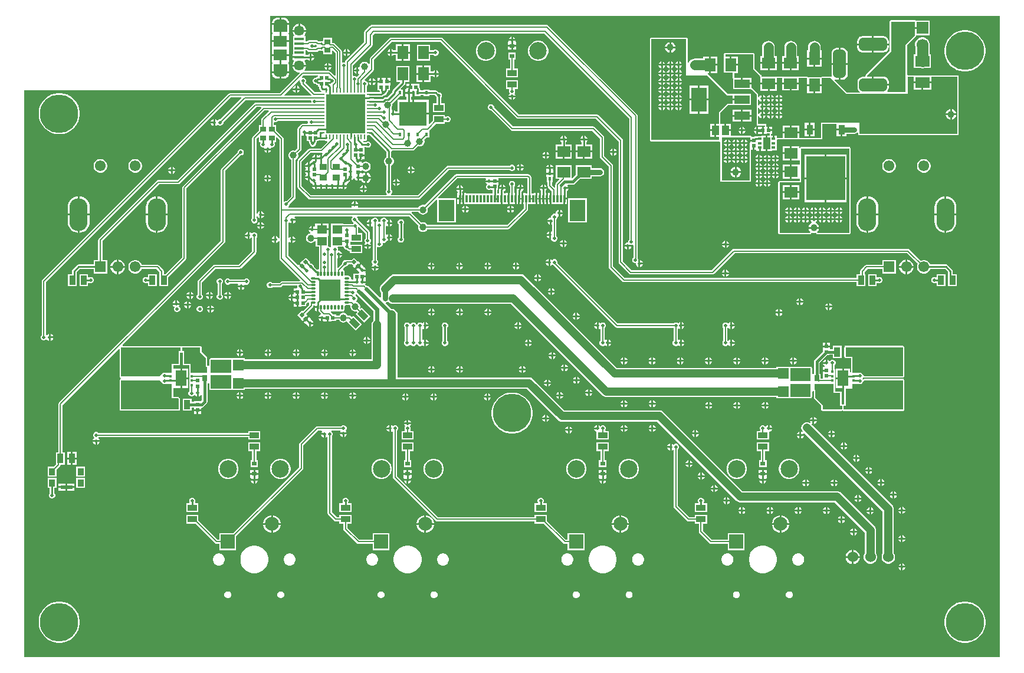
<source format=gtl>
G04*
G04 #@! TF.GenerationSoftware,Altium Limited,Altium Designer,24.5.2 (23)*
G04*
G04 Layer_Physical_Order=1*
G04 Layer_Color=255*
%FSLAX44Y44*%
%MOMM*%
G71*
G04*
G04 #@! TF.SameCoordinates,4DB407A0-4691-4D8C-B920-06E893975E0B*
G04*
G04*
G04 #@! TF.FilePolarity,Positive*
G04*
G01*
G75*
%ADD12C,0.2000*%
%ADD13C,0.2540*%
%ADD14R,1.7000X0.5500*%
%ADD15R,0.9000X1.0000*%
%ADD16O,0.8000X0.3000*%
%ADD17O,0.3000X0.8000*%
%ADD18R,3.1500X3.1500*%
%ADD19R,0.8500X1.3500*%
%ADD20R,5.5500X6.3000*%
%ADD21R,0.9000X1.4500*%
%ADD22R,1.0100X1.7000*%
%ADD23R,0.5250X0.3500*%
%ADD24R,1.5500X1.5500*%
%ADD25R,1.5000X2.3000*%
%ADD26R,0.4000X0.3000*%
%ADD27R,5.6000X5.6000*%
%ADD28O,0.7500X0.2500*%
%ADD29O,0.2500X0.7500*%
%ADD30C,1.0000*%
%ADD31R,1.4000X1.2000*%
%ADD32R,0.5200X0.5600*%
%ADD33R,0.5600X0.5200*%
G04:AMPARAMS|DCode=34|XSize=0.52mm|YSize=0.56mm|CornerRadius=0mm|HoleSize=0mm|Usage=FLASHONLY|Rotation=315.000|XOffset=0mm|YOffset=0mm|HoleType=Round|Shape=Rectangle|*
%AMROTATEDRECTD34*
4,1,4,-0.3818,-0.0141,0.0141,0.3818,0.3818,0.0141,-0.0141,-0.3818,-0.3818,-0.0141,0.0*
%
%ADD34ROTATEDRECTD34*%

G04:AMPARAMS|DCode=35|XSize=0.52mm|YSize=0.56mm|CornerRadius=0mm|HoleSize=0mm|Usage=FLASHONLY|Rotation=45.000|XOffset=0mm|YOffset=0mm|HoleType=Round|Shape=Rectangle|*
%AMROTATEDRECTD35*
4,1,4,0.0141,-0.3818,-0.3818,0.0141,-0.0141,0.3818,0.3818,-0.0141,0.0141,-0.3818,0.0*
%
%ADD35ROTATEDRECTD35*%

%ADD36R,1.5055X1.8582*%
%ADD37R,4.0000X3.4000*%
%ADD38R,0.4500X0.5500*%
%ADD39R,0.6500X0.6000*%
%ADD40R,1.8582X1.5055*%
%ADD41R,0.3000X1.1000*%
%ADD42R,2.3000X3.1000*%
G04:AMPARAMS|DCode=43|XSize=0.3mm|YSize=0.3mm|CornerRadius=0.0495mm|HoleSize=0mm|Usage=FLASHONLY|Rotation=90.000|XOffset=0mm|YOffset=0mm|HoleType=Round|Shape=RoundedRectangle|*
%AMROUNDEDRECTD43*
21,1,0.3000,0.2010,0,0,90.0*
21,1,0.2010,0.3000,0,0,90.0*
1,1,0.0990,0.1005,0.1005*
1,1,0.0990,0.1005,-0.1005*
1,1,0.0990,-0.1005,-0.1005*
1,1,0.0990,-0.1005,0.1005*
%
%ADD43ROUNDEDRECTD43*%
%ADD44R,0.8500X0.7500*%
%ADD45R,1.3500X0.4000*%
%ADD46R,1.9000X1.5000*%
%ADD47R,1.3500X0.8500*%
G04:AMPARAMS|DCode=48|XSize=1.35mm|YSize=0.85mm|CornerRadius=0mm|HoleSize=0mm|Usage=FLASHONLY|Rotation=315.000|XOffset=0mm|YOffset=0mm|HoleType=Round|Shape=Rectangle|*
%AMROTATEDRECTD48*
4,1,4,-0.7778,0.1768,-0.1768,0.7778,0.7778,-0.1768,0.1768,-0.7778,-0.7778,0.1768,0.0*
%
%ADD48ROTATEDRECTD48*%

%ADD49R,2.0300X1.5200*%
%ADD50R,1.6500X1.9000*%
%ADD51R,2.2000X3.5000*%
%ADD52R,2.2000X1.2000*%
%ADD53R,1.0500X1.3500*%
%ADD54R,1.0000X0.9000*%
%ADD55R,0.4500X0.5000*%
%ADD56R,0.7500X0.8500*%
G04:AMPARAMS|DCode=98|XSize=2.6mm|YSize=4.7mm|CornerRadius=1.3mm|HoleSize=0mm|Usage=FLASHONLY|Rotation=0.000|XOffset=0mm|YOffset=0mm|HoleType=Round|Shape=RoundedRectangle|*
%AMROUNDEDRECTD98*
21,1,2.6000,2.1000,0,0,0.0*
21,1,0.0000,4.7000,0,0,0.0*
1,1,2.6000,0.0000,-1.0500*
1,1,2.6000,0.0000,-1.0500*
1,1,2.6000,0.0000,1.0500*
1,1,2.6000,0.0000,1.0500*
%
%ADD98ROUNDEDRECTD98*%
%ADD99C,1.5500*%
%ADD100R,1.5500X1.5500*%
%ADD112C,0.4000*%
%ADD113C,1.4000*%
%ADD114C,1.2000*%
%ADD115C,0.6000*%
%ADD116C,0.8000*%
%ADD117C,1.6000*%
%ADD118C,1.5240*%
%ADD119C,1.4500*%
G04:AMPARAMS|DCode=120|XSize=4mm|YSize=1.8mm|CornerRadius=0.45mm|HoleSize=0mm|Usage=FLASHONLY|Rotation=90.000|XOffset=0mm|YOffset=0mm|HoleType=Round|Shape=RoundedRectangle|*
%AMROUNDEDRECTD120*
21,1,4.0000,0.9000,0,0,90.0*
21,1,3.1000,1.8000,0,0,90.0*
1,1,0.9000,0.4500,1.5500*
1,1,0.9000,0.4500,-1.5500*
1,1,0.9000,-0.4500,-1.5500*
1,1,0.9000,-0.4500,1.5500*
%
%ADD120ROUNDEDRECTD120*%
G04:AMPARAMS|DCode=121|XSize=4mm|YSize=1.8mm|CornerRadius=0.45mm|HoleSize=0mm|Usage=FLASHONLY|Rotation=0.000|XOffset=0mm|YOffset=0mm|HoleType=Round|Shape=RoundedRectangle|*
%AMROUNDEDRECTD121*
21,1,4.0000,0.9000,0,0,0.0*
21,1,3.1000,1.8000,0,0,0.0*
1,1,0.9000,1.5500,-0.4500*
1,1,0.9000,-1.5500,-0.4500*
1,1,0.9000,-1.5500,0.4500*
1,1,0.9000,1.5500,0.4500*
%
%ADD121ROUNDEDRECTD121*%
%ADD122C,1.7000*%
%ADD123R,1.7000X1.7000*%
%ADD124C,2.0000*%
%ADD125R,2.0000X2.0000*%
%ADD126C,0.5000*%
%ADD127C,2.5000*%
%ADD128C,5.5000*%
G36*
X1400000Y0D02*
X0D01*
Y813500D01*
X352500D01*
Y919500D01*
X353000Y920000D01*
X1400000D01*
Y0D01*
D02*
G37*
%LPC*%
G36*
X372250Y917590D02*
X369020D01*
Y910270D01*
X379840D01*
Y910492D01*
X379790Y910743D01*
Y910998D01*
X379598Y911964D01*
X379500Y912199D01*
X379450Y912449D01*
X379074Y913360D01*
X378932Y913572D01*
X378834Y913807D01*
X378287Y914626D01*
X378107Y914807D01*
X377965Y915019D01*
X377268Y915715D01*
X377057Y915857D01*
X376876Y916037D01*
X376057Y916584D01*
X375822Y916682D01*
X375609Y916824D01*
X374700Y917200D01*
X374449Y917250D01*
X374214Y917348D01*
X373248Y917540D01*
X372993D01*
X372742Y917590D01*
X372250Y917590D01*
X372250Y917590D01*
D02*
G37*
G36*
X366480D02*
X362532D01*
X362282Y917540D01*
X362027D01*
X361109Y917357D01*
X360873Y917260D01*
X360623Y917210D01*
X359759Y916852D01*
X359547Y916710D01*
X359311Y916613D01*
X358533Y916093D01*
X358353Y915912D01*
X358141Y915771D01*
X357479Y915109D01*
X357337Y914897D01*
X357157Y914717D01*
X356637Y913939D01*
X356540Y913703D01*
X356398Y913491D01*
X356040Y912627D01*
X355990Y912376D01*
X355892Y912141D01*
X355710Y911223D01*
Y910968D01*
X355660Y910718D01*
Y910270D01*
X366480D01*
Y917590D01*
D02*
G37*
G36*
X395789Y908790D02*
X395770D01*
Y900270D01*
X404290D01*
Y900289D01*
X403623Y902779D01*
X402334Y905011D01*
X400511Y906834D01*
X398279Y908123D01*
X395789Y908790D01*
D02*
G37*
G36*
X393230D02*
X393211D01*
X390721Y908123D01*
X388489Y906834D01*
X386666Y905011D01*
X385377Y902779D01*
X384710Y900289D01*
Y900270D01*
X393230D01*
Y908790D01*
D02*
G37*
G36*
X379840Y907730D02*
X367750D01*
X355660D01*
Y897000D01*
X355857Y896009D01*
X356324Y895310D01*
X356163Y894684D01*
X355822Y894040D01*
X355460D01*
Y885270D01*
X367500D01*
X379540D01*
Y894040D01*
X379540D01*
X379211Y895174D01*
X379176Y895310D01*
X379643Y896009D01*
X379840Y897000D01*
X379840Y907730D01*
D02*
G37*
G36*
X701270Y890429D02*
Y886770D01*
X704929D01*
X704273Y888355D01*
X702855Y889773D01*
X701270Y890429D01*
D02*
G37*
G36*
X698730D02*
X697145Y889773D01*
X695727Y888355D01*
X695071Y886770D01*
X698730D01*
Y890429D01*
D02*
G37*
G36*
X1233500Y891101D02*
X1219270D01*
Y880770D01*
X1240601D01*
Y884000D01*
X1240359Y885838D01*
X1239649Y887550D01*
X1238521Y889021D01*
X1237050Y890149D01*
X1235338Y890859D01*
X1233500Y891101D01*
D02*
G37*
G36*
X1216730D02*
X1202500D01*
X1200662Y890859D01*
X1198950Y890149D01*
X1197479Y889021D01*
X1196351Y887550D01*
X1195641Y885838D01*
X1195399Y884000D01*
Y880770D01*
X1216730D01*
Y891101D01*
D02*
G37*
G36*
X704929Y884230D02*
X695071D01*
X695230Y883846D01*
X694524Y882790D01*
X694210D01*
Y878520D01*
X705790D01*
Y882790D01*
X705476D01*
X704770Y883846D01*
X704929Y884230D01*
D02*
G37*
G36*
X705790Y875980D02*
X701270D01*
Y871710D01*
X705790D01*
Y875980D01*
D02*
G37*
G36*
X698730D02*
X694210D01*
Y871710D01*
X698730D01*
Y875980D01*
D02*
G37*
G36*
X541966Y879331D02*
X533169D01*
Y870834D01*
X529794D01*
X528855Y871773D01*
X527270Y872429D01*
Y867500D01*
Y862571D01*
X528855Y863227D01*
X529794Y864166D01*
X533169D01*
Y855669D01*
X541966D01*
Y867500D01*
X543236D01*
D01*
X541966D01*
Y879331D01*
D02*
G37*
G36*
X463790Y872449D02*
Y868790D01*
X467449D01*
X466793Y870375D01*
X465375Y871793D01*
X463790Y872449D01*
D02*
G37*
G36*
X461250D02*
X459665Y871793D01*
X458247Y870375D01*
X457591Y868790D01*
X461250D01*
Y872449D01*
D02*
G37*
G36*
X524730Y872429D02*
X523145Y871773D01*
X521727Y870355D01*
X521071Y868770D01*
X524730D01*
Y872429D01*
D02*
G37*
G36*
X553304Y879331D02*
X544506D01*
Y868770D01*
X553304D01*
Y879331D01*
D02*
G37*
G36*
X1240601Y878230D02*
X1219270D01*
Y867899D01*
X1233500D01*
X1235338Y868141D01*
X1237050Y868851D01*
X1238521Y869979D01*
X1239649Y871450D01*
X1240359Y873162D01*
X1240601Y875000D01*
Y878230D01*
D02*
G37*
G36*
X1216730D02*
X1195399D01*
Y875000D01*
X1195641Y873162D01*
X1196351Y871450D01*
X1197479Y869979D01*
X1198950Y868851D01*
X1200662Y868141D01*
X1202500Y867899D01*
X1216730D01*
Y878230D01*
D02*
G37*
G36*
X379540Y882730D02*
X367500D01*
X355460D01*
Y873960D01*
Y865270D01*
X367500D01*
X379540D01*
Y873960D01*
Y882730D01*
D02*
G37*
G36*
X582291Y878791D02*
X563236D01*
Y856209D01*
X582291D01*
Y864166D01*
X586970D01*
X587451Y863685D01*
X589105Y863000D01*
X590895D01*
X592549Y863685D01*
X593815Y864951D01*
X594500Y866605D01*
Y868395D01*
X593815Y870049D01*
X592549Y871315D01*
X590895Y872000D01*
X589105D01*
X587451Y871315D01*
X586970Y870834D01*
X582291D01*
Y878791D01*
D02*
G37*
G36*
X467449Y866250D02*
X463790D01*
Y862591D01*
X465375Y863247D01*
X466793Y864665D01*
X467449Y866250D01*
D02*
G37*
G36*
X461250D02*
X457591D01*
X458247Y864665D01*
X459665Y863247D01*
X461250Y862591D01*
Y866250D01*
D02*
G37*
G36*
X524730Y866230D02*
X521071D01*
X521727Y864645D01*
X523145Y863227D01*
X524730Y862571D01*
Y866230D01*
D02*
G37*
G36*
X412270Y865929D02*
Y862270D01*
X415929D01*
X415273Y863855D01*
X413855Y865273D01*
X412270Y865929D01*
D02*
G37*
G36*
X1134000Y884328D02*
X1131650Y884018D01*
X1129461Y883111D01*
X1127581Y881669D01*
X1126139Y879789D01*
X1125232Y877599D01*
X1124922Y875250D01*
Y871040D01*
X1123210D01*
Y860270D01*
X1134000D01*
X1144790D01*
Y871040D01*
X1143078D01*
Y875250D01*
X1142768Y877599D01*
X1141861Y879789D01*
X1140419Y881669D01*
X1138539Y883111D01*
X1136349Y884018D01*
X1134000Y884328D01*
D02*
G37*
G36*
X415929Y859730D02*
X412270D01*
Y856071D01*
X413855Y856727D01*
X415273Y858145D01*
X415929Y859730D01*
D02*
G37*
G36*
X553304Y866230D02*
X544506D01*
Y855669D01*
X553304D01*
Y866230D01*
D02*
G37*
G36*
X739409Y884500D02*
X735591D01*
X731903Y883512D01*
X728597Y881603D01*
X725897Y878903D01*
X723988Y875597D01*
X723000Y871909D01*
Y868091D01*
X723988Y864403D01*
X725897Y861097D01*
X728597Y858397D01*
X731903Y856488D01*
X735591Y855500D01*
X739409D01*
X743097Y856488D01*
X746403Y858397D01*
X749103Y861097D01*
X751012Y864403D01*
X752000Y868091D01*
Y871909D01*
X751012Y875597D01*
X749103Y878903D01*
X746403Y881603D01*
X743097Y883512D01*
X739409Y884500D01*
D02*
G37*
G36*
X664409D02*
X660591D01*
X656903Y883512D01*
X653597Y881603D01*
X650897Y878903D01*
X648988Y875597D01*
X648000Y871909D01*
Y868091D01*
X648988Y864403D01*
X650897Y861097D01*
X653597Y858397D01*
X656903Y856488D01*
X660591Y855500D01*
X664409D01*
X668097Y856488D01*
X671403Y858397D01*
X674103Y861097D01*
X676012Y864403D01*
X677000Y868091D01*
Y871909D01*
X676012Y875597D01*
X674103Y878903D01*
X671403Y881603D01*
X668097Y883512D01*
X664409Y884500D01*
D02*
G37*
G36*
X1100000Y884328D02*
X1097651Y884018D01*
X1095461Y883111D01*
X1093581Y881669D01*
X1092139Y879789D01*
X1091232Y877599D01*
X1090922Y875250D01*
Y862831D01*
X1088085D01*
Y854034D01*
X1099916D01*
X1111747D01*
Y862831D01*
X1109078D01*
Y875250D01*
X1108768Y877599D01*
X1107861Y879789D01*
X1106419Y881669D01*
X1104539Y883111D01*
X1102349Y884018D01*
X1100000Y884328D01*
D02*
G37*
G36*
X1068000D02*
X1065650Y884018D01*
X1063461Y883111D01*
X1061581Y881669D01*
X1060138Y879789D01*
X1059232Y877599D01*
X1058922Y875250D01*
Y862628D01*
X1056450D01*
Y853830D01*
X1068281D01*
X1080112D01*
Y862628D01*
X1077078D01*
Y875250D01*
X1076768Y877599D01*
X1075862Y879789D01*
X1074419Y881669D01*
X1072539Y883111D01*
X1070350Y884018D01*
X1068000Y884328D01*
D02*
G37*
G36*
X750000Y907059D02*
X750000Y907059D01*
X498000D01*
X496829Y906826D01*
X495837Y906163D01*
X495837Y906163D01*
X488587Y898913D01*
X487924Y897921D01*
X487691Y896750D01*
X487691Y896750D01*
Y882767D01*
X461337Y856413D01*
X460674Y855421D01*
X460454Y854312D01*
X460423Y854226D01*
X460155Y853866D01*
X459412Y853369D01*
X457622D01*
X457082Y853146D01*
X455812Y853994D01*
Y869240D01*
X455579Y870410D01*
X454916Y871402D01*
X445656Y880663D01*
X444663Y881326D01*
X443493Y881559D01*
X443493Y881559D01*
X441250D01*
Y889000D01*
X428750D01*
Y884918D01*
X427480Y884004D01*
X427255Y884049D01*
X425245D01*
X424272Y883855D01*
X423828Y883559D01*
X422470D01*
X421366Y884663D01*
X420373Y885326D01*
X419203Y885559D01*
X419202Y885559D01*
X408722D01*
X408722Y885559D01*
X407551Y885326D01*
X406559Y884663D01*
X406559Y884663D01*
X405455Y883559D01*
X403250D01*
Y891000D01*
X402141D01*
X401615Y892270D01*
X402334Y892989D01*
X403623Y895221D01*
X404290Y897711D01*
Y897730D01*
X394500D01*
X384710D01*
Y897711D01*
X385377Y895221D01*
X386666Y892989D01*
X387385Y892270D01*
X386859Y891000D01*
X385750D01*
Y883000D01*
Y876500D01*
Y865540D01*
X385210D01*
Y862270D01*
X394500D01*
Y859730D01*
X385210D01*
Y856460D01*
X386455D01*
X386941Y855287D01*
X386666Y855011D01*
X385377Y852779D01*
X384710Y850289D01*
Y850270D01*
X394500D01*
X404290D01*
Y850289D01*
X403623Y852779D01*
X402334Y855011D01*
X402058Y855287D01*
X402545Y856460D01*
X403790D01*
Y857666D01*
X407206D01*
X408145Y856727D01*
X409730Y856071D01*
Y861000D01*
Y865929D01*
X408145Y865273D01*
X407206Y864334D01*
X403790D01*
Y865540D01*
X403250D01*
Y870941D01*
X404955D01*
X406559Y869337D01*
X406559Y869337D01*
X407551Y868674D01*
X408722Y868441D01*
X408722Y868441D01*
X419202D01*
X419203Y868441D01*
X420373Y868674D01*
X421366Y869337D01*
X422470Y870441D01*
X423828D01*
X424272Y870145D01*
X425245Y869951D01*
X427255D01*
X427480Y869996D01*
X428750Y869082D01*
Y865000D01*
X441250D01*
Y870515D01*
X442423Y871001D01*
X446441Y866983D01*
Y834908D01*
X445268Y834422D01*
X439527Y840163D01*
X438535Y840826D01*
X437364Y841059D01*
X437364Y841059D01*
X402200D01*
X401674Y842329D01*
X402334Y842989D01*
X403623Y845221D01*
X404290Y847711D01*
Y847730D01*
X394500D01*
X384710D01*
Y847711D01*
X385377Y845221D01*
X386666Y842989D01*
X388489Y841166D01*
X390721Y839877D01*
X393211Y839210D01*
X394838D01*
X395364Y837940D01*
X366983Y809559D01*
X295250D01*
X295250Y809559D01*
X294079Y809326D01*
X293087Y808663D01*
X293087Y808663D01*
X25837Y541413D01*
X25174Y540420D01*
X24941Y539250D01*
X24941Y539250D01*
Y462305D01*
X24185Y461549D01*
X23500Y459895D01*
Y458105D01*
X24185Y456451D01*
X25451Y455185D01*
X27105Y454500D01*
X28895D01*
X30549Y455185D01*
X31045Y455681D01*
X32183Y456128D01*
X32698Y455675D01*
X33645Y454727D01*
X35230Y454071D01*
Y459000D01*
Y463929D01*
X33645Y463273D01*
X32698Y462325D01*
X32182Y461872D01*
X31059Y462305D01*
Y537983D01*
X296517Y803441D01*
X311206D01*
X311692Y802268D01*
X281174Y771750D01*
X280105D01*
X278451Y771065D01*
X277955Y770569D01*
X276817Y770123D01*
X276302Y770575D01*
X275355Y771523D01*
X273770Y772179D01*
Y767250D01*
Y762321D01*
X275355Y762977D01*
X276302Y763925D01*
X276817Y764378D01*
X277955Y763931D01*
X278451Y763435D01*
X280105Y762750D01*
X281895D01*
X283549Y763435D01*
X284815Y764701D01*
X285500Y766355D01*
Y767424D01*
X317517Y799441D01*
X411301D01*
X412000Y798395D01*
Y796605D01*
X411301Y795559D01*
X331750D01*
X331750Y795559D01*
X330579Y795326D01*
X329587Y794663D01*
X219733Y684809D01*
X192250D01*
X191080Y684576D01*
X190087Y683913D01*
X190087Y683913D01*
X106837Y600663D01*
X106174Y599670D01*
X105941Y598500D01*
X105941Y598500D01*
Y569750D01*
X99250D01*
Y563334D01*
X77750D01*
X76474Y563080D01*
X75392Y562357D01*
X69297Y556262D01*
X68574Y555180D01*
X68320Y553904D01*
Y549750D01*
X62500D01*
Y532250D01*
X75000D01*
Y549750D01*
X74988D01*
Y552523D01*
X79131Y556666D01*
X99250D01*
Y550250D01*
X118750D01*
Y569750D01*
X112059D01*
Y597233D01*
X193517Y678691D01*
X221000D01*
X221000Y678691D01*
X222171Y678924D01*
X223163Y679587D01*
X333017Y789441D01*
X339206D01*
X339692Y788268D01*
X227087Y675663D01*
X226424Y674670D01*
X226191Y673500D01*
X226191Y673500D01*
Y573767D01*
X202174Y549750D01*
X200062D01*
Y553746D01*
X200063Y553746D01*
X199830Y554917D01*
X199167Y555909D01*
X192913Y562163D01*
X191921Y562826D01*
X190750Y563059D01*
X190750Y563059D01*
X168274D01*
X168085Y563763D01*
X166802Y565987D01*
X164987Y567802D01*
X162763Y569086D01*
X160284Y569750D01*
X157716D01*
X155237Y569086D01*
X153013Y567802D01*
X151198Y565987D01*
X149915Y563763D01*
X149250Y561284D01*
Y558716D01*
X149915Y556237D01*
X151198Y554013D01*
X153013Y552198D01*
X155237Y550914D01*
X157716Y550250D01*
X160284D01*
X162763Y550914D01*
X164987Y552198D01*
X166802Y554013D01*
X168085Y556237D01*
X168274Y556941D01*
X189483D01*
X193945Y552479D01*
Y546746D01*
X193945Y546746D01*
X194000Y546469D01*
Y532250D01*
X206500D01*
Y545424D01*
X231413Y570337D01*
X231413Y570337D01*
X232076Y571329D01*
X232309Y572500D01*
Y672233D01*
X344517Y784441D01*
X350206D01*
X350692Y783268D01*
X340837Y773413D01*
X340174Y772421D01*
X339941Y771250D01*
X339941Y771250D01*
Y763250D01*
X336750D01*
Y756076D01*
X327837Y747163D01*
X327174Y746171D01*
X326941Y745000D01*
X326941Y745000D01*
Y630305D01*
X326185Y629549D01*
X325500Y627895D01*
Y626105D01*
X326185Y624451D01*
X327451Y623185D01*
X329105Y622500D01*
X330895D01*
X332549Y623185D01*
X333815Y624451D01*
X334500Y626105D01*
Y627895D01*
X333815Y629549D01*
X333059Y630305D01*
Y632633D01*
X334329Y632886D01*
X334747Y631875D01*
X336165Y630457D01*
X337750Y629801D01*
Y634730D01*
Y639659D01*
X336165Y639003D01*
X334747Y637585D01*
X334329Y636575D01*
X333059Y636827D01*
Y743733D01*
X335577Y746251D01*
X336750Y745765D01*
Y739250D01*
X338205D01*
X338241Y739224D01*
X338949Y737980D01*
X338500Y736895D01*
Y735105D01*
X339185Y733451D01*
X340451Y732185D01*
X342105Y731500D01*
X343413D01*
X344226Y730544D01*
X344301Y730327D01*
X344071Y729770D01*
X353929D01*
X353699Y730327D01*
X353774Y730544D01*
X354587Y731500D01*
X355895D01*
X357549Y732185D01*
X358815Y733451D01*
X359500Y735105D01*
Y736895D01*
X359051Y737980D01*
X359759Y739224D01*
X359795Y739250D01*
X361250D01*
Y745765D01*
X362423Y746251D01*
X365941Y742733D01*
Y642000D01*
Y601395D01*
X364671Y601143D01*
X364273Y602105D01*
X362855Y603523D01*
X361270Y604179D01*
Y599250D01*
Y594321D01*
X362855Y594977D01*
X364273Y596395D01*
X364671Y597357D01*
X365941Y597105D01*
Y572000D01*
X365941Y572000D01*
X366174Y570830D01*
X366837Y569837D01*
X395942Y540732D01*
X395456Y539559D01*
X369750D01*
X368579Y539326D01*
X367587Y538663D01*
X365983Y537059D01*
X355805D01*
X355049Y537815D01*
X353395Y538500D01*
X351605D01*
X349951Y537815D01*
X348685Y536549D01*
X348000Y534895D01*
Y533105D01*
X348685Y531451D01*
X349951Y530185D01*
X351605Y529500D01*
X353395D01*
X355049Y530185D01*
X355805Y530941D01*
X365804D01*
X365829Y530924D01*
X367000Y530691D01*
X368171Y530924D01*
X369163Y531587D01*
X371017Y533441D01*
X391135D01*
X391500Y532895D01*
Y531105D01*
X391788Y530410D01*
X390939Y529140D01*
X386760D01*
Y525270D01*
X392100D01*
Y522730D01*
X386760D01*
Y521687D01*
X385641Y520776D01*
X385270Y520929D01*
Y516000D01*
Y511071D01*
X385641Y511225D01*
X386760Y510313D01*
Y509270D01*
X392100D01*
Y508000D01*
X393370D01*
Y502860D01*
X397440D01*
Y503400D01*
X404700D01*
Y506994D01*
X405363Y507437D01*
X407064Y509138D01*
X407774Y508912D01*
X408313Y508591D01*
X408553Y507384D01*
X408676Y507201D01*
Y505517D01*
X399332Y496173D01*
X398101Y497405D01*
X391595Y490899D01*
X396729Y485766D01*
X396347Y485384D01*
X399225Y482506D01*
X402860Y486140D01*
X406494Y489775D01*
X404040Y492229D01*
X413897Y502087D01*
X414561Y503079D01*
X414793Y504250D01*
X415582Y505181D01*
X415702D01*
X416865Y504608D01*
X416881Y503979D01*
Y503370D01*
X421000D01*
Y502100D01*
X422270D01*
Y495733D01*
X422576Y495794D01*
X423711Y495025D01*
X423837Y494837D01*
X425476Y493199D01*
X425178Y491700D01*
X424145Y491273D01*
X422727Y489855D01*
X422071Y488270D01*
X427000D01*
Y487000D01*
X428270D01*
Y482071D01*
X428995Y482371D01*
X429760Y481860D01*
Y481860D01*
X433830D01*
Y487000D01*
X436370D01*
Y481860D01*
X440440D01*
Y482400D01*
X447700D01*
Y483941D01*
X451683D01*
X452399Y482702D01*
X453702Y481399D01*
X455298Y480477D01*
X457078Y480000D01*
X458922D01*
X460702Y480477D01*
X462298Y481399D01*
X462612Y481713D01*
X463560Y480934D01*
X475934Y468560D01*
X484773Y477399D01*
X472399Y489773D01*
X470142Y487516D01*
X468496Y489163D01*
X467503Y489826D01*
X466333Y490059D01*
X466333Y490059D01*
X464317D01*
X463601Y491298D01*
X462298Y492601D01*
X460702Y493523D01*
X458922Y494000D01*
X457078D01*
X455298Y493523D01*
X453702Y492601D01*
X452399Y491298D01*
X451683Y490059D01*
X447700D01*
Y491600D01*
X443054D01*
X439649Y495005D01*
X439799Y495597D01*
X440218Y496187D01*
X441000Y496031D01*
X442366Y496303D01*
X443500Y497061D01*
X444634Y496303D01*
X446000Y496031D01*
X447366Y496303D01*
X448500Y497061D01*
X449634Y496303D01*
X451000Y496031D01*
X452366Y496303D01*
X453500Y497061D01*
X454634Y496303D01*
X456000Y496031D01*
X457366Y496303D01*
X458523Y497077D01*
X459297Y498234D01*
X459568Y499600D01*
Y504002D01*
X459958Y504792D01*
X460748Y505181D01*
X465150D01*
X466516Y505453D01*
X466872Y505691D01*
X467189D01*
X468153Y504492D01*
X468000Y503922D01*
Y502078D01*
X468477Y500298D01*
X469399Y498702D01*
X470702Y497399D01*
X472298Y496477D01*
X474078Y496000D01*
X475922D01*
X477304Y496370D01*
X478150Y495524D01*
X475227Y492601D01*
X487601Y480227D01*
X496440Y489066D01*
X484066Y501440D01*
X482476Y499850D01*
X481630Y500696D01*
X482000Y502078D01*
Y503922D01*
X481523Y505702D01*
X480601Y507298D01*
X479298Y508601D01*
X477702Y509523D01*
X476290Y509901D01*
X476031Y510534D01*
X475963Y510911D01*
X475978Y511246D01*
X477074Y512342D01*
X477759Y513996D01*
Y515786D01*
X477074Y517440D01*
X475808Y518706D01*
X475668Y518764D01*
X475341Y520120D01*
X475689Y520558D01*
X477137Y520653D01*
X500902Y496888D01*
Y482980D01*
X500544Y482706D01*
X499262Y481035D01*
X498456Y479088D01*
X498181Y477000D01*
Y427069D01*
X316750D01*
Y428750D01*
X296947D01*
X296750Y428789D01*
X267500D01*
X266720Y428634D01*
X266058Y428192D01*
X265616Y427530D01*
X265461Y426750D01*
Y418997D01*
X264500Y418250D01*
X264191Y418250D01*
X262539D01*
Y429000D01*
X262384Y429780D01*
X261942Y430442D01*
X261942Y430442D01*
X254289Y438095D01*
Y444250D01*
X254134Y445030D01*
X253692Y445692D01*
X253030Y446134D01*
X252250Y446289D01*
X233950D01*
Y446350D01*
X216550D01*
Y446289D01*
X141274D01*
X140788Y447463D01*
X287140Y593814D01*
X287803Y594807D01*
X288036Y595977D01*
X288036Y595977D01*
Y697710D01*
X310326Y720000D01*
X311395D01*
X313049Y720685D01*
X314315Y721951D01*
X315000Y723605D01*
Y725395D01*
X314315Y727049D01*
X313049Y728315D01*
X311395Y729000D01*
X309605D01*
X307951Y728315D01*
X306685Y727049D01*
X306000Y725395D01*
Y724326D01*
X282814Y701140D01*
X282151Y700148D01*
X281919Y698977D01*
X281919Y698977D01*
Y597244D01*
X49587Y364913D01*
X48924Y363921D01*
X48691Y362750D01*
X48691Y362750D01*
Y293750D01*
X45500D01*
Y276576D01*
X41924Y273000D01*
X33250D01*
Y259000D01*
X46250D01*
Y268674D01*
X50933Y273357D01*
X51596Y274349D01*
X51829Y275520D01*
Y276250D01*
X58000D01*
Y293750D01*
X54809D01*
Y361483D01*
X135538Y442212D01*
X136711Y441726D01*
Y402500D01*
X136866Y401720D01*
X137308Y401058D01*
X137970Y400616D01*
X138440Y400522D01*
Y399228D01*
X137970Y399134D01*
X137308Y398692D01*
X136866Y398030D01*
X136711Y397250D01*
Y355500D01*
X136866Y354720D01*
X137308Y354058D01*
X137970Y353616D01*
X138750Y353461D01*
X221250Y353461D01*
X221447Y353500D01*
X223250D01*
Y355303D01*
X223289Y355500D01*
Y369746D01*
X223289Y370352D01*
X223289Y370352D01*
X223250Y371000D01*
X223160D01*
X223134Y371132D01*
X222692Y371794D01*
X221794Y372692D01*
X221794Y372692D01*
X221132Y373134D01*
X220352Y373289D01*
X214437Y373289D01*
X213539Y374187D01*
Y391446D01*
X213690Y391543D01*
X214860Y390918D01*
X214960Y390754D01*
Y385960D01*
X223730D01*
Y400000D01*
X225000D01*
D01*
X223730D01*
Y414040D01*
X214960D01*
Y402764D01*
X213690Y401935D01*
X213500Y402018D01*
Y408053D01*
X213539Y408250D01*
Y418961D01*
X221350D01*
X221547Y419000D01*
X223250D01*
Y420300D01*
X223389Y421000D01*
Y437150D01*
X227088D01*
Y421000D01*
X227243Y420220D01*
X227250Y420209D01*
Y419000D01*
X228930D01*
X229127Y418961D01*
X236431D01*
Y407750D01*
X236500Y407403D01*
Y399750D01*
Y393250D01*
Y386750D01*
X237191D01*
Y382055D01*
X236185Y381049D01*
X235500Y379395D01*
Y377605D01*
X236185Y375951D01*
X237451Y374685D01*
X239105Y374000D01*
X240895D01*
X242549Y374685D01*
X243295Y375431D01*
X244184Y375780D01*
X244948Y375424D01*
X245895Y374477D01*
X247480Y373821D01*
Y378750D01*
X250020D01*
Y373821D01*
X251605Y374477D01*
X253023Y375895D01*
X253402Y376810D01*
X254672Y376557D01*
Y368439D01*
X253978Y367745D01*
X253100Y366950D01*
Y366950D01*
X253100Y366950D01*
X243900D01*
Y366228D01*
X239750D01*
Y371000D01*
X227250D01*
Y353500D01*
X239750D01*
Y358072D01*
X243360D01*
Y355620D01*
X253640D01*
Y357001D01*
X254150Y358072D01*
X255711Y358382D01*
X257034Y359266D01*
X261634Y363866D01*
X262518Y365189D01*
X262828Y366750D01*
X262828Y366750D01*
Y392852D01*
X263726Y393750D01*
X264500Y393750D01*
X265461Y393004D01*
Y385250D01*
X265616Y384470D01*
X266058Y383808D01*
X266720Y383366D01*
X267500Y383211D01*
X296750D01*
X296947Y383250D01*
X316750D01*
Y384931D01*
X721158D01*
X766044Y340044D01*
X767716Y338762D01*
X769662Y337956D01*
X771750Y337681D01*
X908408D01*
X1021794Y224294D01*
X1023465Y223012D01*
X1025412Y222206D01*
X1027500Y221931D01*
X1162908D01*
X1206431Y178408D01*
Y148764D01*
X1205536Y147213D01*
X1204880Y144767D01*
Y142233D01*
X1205536Y139787D01*
X1206802Y137593D01*
X1208593Y135802D01*
X1210787Y134536D01*
X1213233Y133880D01*
X1215767D01*
X1218213Y134536D01*
X1220407Y135802D01*
X1222198Y137593D01*
X1223464Y139787D01*
X1224120Y142233D01*
Y144767D01*
X1223464Y147213D01*
X1222569Y148764D01*
Y181750D01*
X1222294Y183838D01*
X1221488Y185784D01*
X1220206Y187456D01*
X1171956Y235706D01*
X1170285Y236988D01*
X1168338Y237794D01*
X1166250Y238069D01*
X1030842D01*
X917456Y351456D01*
X915785Y352738D01*
X913838Y353544D01*
X911750Y353819D01*
X775092D01*
X730206Y398706D01*
X728534Y399988D01*
X726588Y400794D01*
X724500Y401069D01*
X535580D01*
Y491488D01*
X535306Y493577D01*
X534500Y495523D01*
X533217Y497194D01*
X531546Y498476D01*
X529600Y499283D01*
X527511Y499557D01*
X526752Y499458D01*
X518519Y507691D01*
X518937Y509069D01*
X520341Y509348D01*
X522266Y510634D01*
X523294Y509294D01*
X524966Y508012D01*
X526912Y507206D01*
X529000Y506931D01*
X698408D01*
X830044Y375294D01*
X831715Y374012D01*
X833662Y373206D01*
X835750Y372931D01*
X1079250D01*
Y371250D01*
X1099053D01*
X1099250Y371211D01*
X1128434D01*
X1128434Y371211D01*
X1129214Y371366D01*
X1129637Y371648D01*
X1129876Y371808D01*
X1129876Y371808D01*
X1129876Y371808D01*
X1130096Y372137D01*
X1130318Y372470D01*
X1130318Y372470D01*
X1130318Y372470D01*
X1130337Y372517D01*
X1130408Y372873D01*
X1130492Y373297D01*
Y381116D01*
X1131500Y381750D01*
X1131770Y381750D01*
X1133461D01*
Y371750D01*
X1133461Y371750D01*
X1133616Y370970D01*
X1134058Y370308D01*
X1143711Y360655D01*
Y355250D01*
X1143866Y354470D01*
X1144308Y353808D01*
X1144970Y353366D01*
X1145750Y353211D01*
X1172691Y353211D01*
X1173471Y353366D01*
X1173522Y353400D01*
X1175169D01*
X1175220Y353366D01*
X1176000Y353211D01*
X1261000D01*
X1261780Y353366D01*
X1262442Y353808D01*
X1262884Y354470D01*
X1263039Y355250D01*
Y397250D01*
X1262884Y398030D01*
X1262442Y398692D01*
X1261780Y399134D01*
X1261000Y399289D01*
X1206250D01*
X1206250Y399289D01*
X1205470Y399134D01*
X1204808Y398692D01*
X1204488Y398372D01*
X1203243Y398620D01*
X1203065Y399049D01*
X1202496Y399618D01*
X1203523Y400645D01*
X1203772Y401247D01*
X1205255Y401509D01*
X1205470Y401366D01*
X1206250Y401211D01*
X1261000Y401211D01*
X1261780Y401366D01*
X1262442Y401808D01*
X1262884Y402470D01*
X1263039Y403250D01*
Y444500D01*
X1262884Y445280D01*
X1262442Y445942D01*
X1261780Y446384D01*
X1261000Y446539D01*
X1179000D01*
X1178803Y446500D01*
X1177000D01*
Y444697D01*
X1176961Y444500D01*
Y431000D01*
X1177000Y430803D01*
Y429000D01*
X1178803D01*
X1179000Y428961D01*
X1186461D01*
Y408554D01*
X1186310Y408457D01*
X1185146Y409075D01*
X1185040Y409247D01*
Y414040D01*
X1176270D01*
Y400000D01*
Y385601D01*
X1176961Y385000D01*
Y366172D01*
X1176866Y366030D01*
X1176711Y365250D01*
Y362789D01*
X1176000D01*
X1175220Y362634D01*
X1175169Y362600D01*
X1174792D01*
X1174741Y362634D01*
X1173961Y362789D01*
X1173039D01*
Y379000D01*
X1173000Y379197D01*
Y381000D01*
X1171197D01*
X1171000Y381039D01*
X1163539D01*
Y391750D01*
X1163500Y391947D01*
Y399750D01*
Y406250D01*
Y413250D01*
X1162809D01*
Y418445D01*
X1163815Y419451D01*
X1164500Y421105D01*
Y422895D01*
X1163815Y424549D01*
X1162549Y425815D01*
X1160895Y426500D01*
X1159105D01*
X1157451Y425815D01*
X1156778Y425142D01*
X1155662Y424887D01*
X1155177Y425200D01*
X1154105Y426273D01*
X1152520Y426929D01*
Y422000D01*
X1151250D01*
Y420730D01*
X1146321D01*
X1146977Y419145D01*
X1148362Y417760D01*
X1148356Y417581D01*
X1148063Y416490D01*
X1145860D01*
Y412420D01*
X1151000D01*
Y409880D01*
X1145860D01*
Y405810D01*
X1146400D01*
Y399809D01*
X1143000D01*
Y406250D01*
X1141328D01*
Y422211D01*
X1152168Y433050D01*
X1155600D01*
Y433772D01*
X1160500D01*
Y429000D01*
X1173000D01*
Y446500D01*
X1160500D01*
Y441928D01*
X1156140D01*
Y444380D01*
X1151000D01*
X1145860D01*
Y440310D01*
X1146400D01*
Y438818D01*
X1134366Y426784D01*
X1133482Y425461D01*
X1133172Y423900D01*
X1133172Y423900D01*
Y407148D01*
X1132274Y406250D01*
X1131500Y406250D01*
X1130539Y406996D01*
Y414750D01*
X1130384Y415530D01*
X1129942Y416192D01*
X1129280Y416634D01*
X1128500Y416789D01*
X1099250D01*
X1099053Y416750D01*
X1079250D01*
Y415069D01*
X850342D01*
X718456Y546956D01*
X716785Y548238D01*
X714838Y549044D01*
X712750Y549319D01*
X530936D01*
X528848Y549044D01*
X526902Y548238D01*
X525231Y546956D01*
X512294Y534019D01*
X511012Y532348D01*
X510206Y530402D01*
X509931Y528314D01*
X510206Y526225D01*
X511012Y524279D01*
X511883Y523145D01*
Y516123D01*
X510612Y515597D01*
X494605Y531605D01*
X492951Y532710D01*
X491000Y533098D01*
X490356Y532970D01*
X489163Y534163D01*
X489085Y534957D01*
X489273Y535145D01*
X489929Y536730D01*
X485000D01*
Y539270D01*
X489929D01*
X489797Y539590D01*
X490240Y540860D01*
X490240D01*
X490240Y540860D01*
Y544730D01*
X484900D01*
Y547270D01*
X490240D01*
Y551140D01*
X489927D01*
X489382Y552410D01*
X489929Y553730D01*
X485000D01*
Y556270D01*
X489929D01*
X489273Y557855D01*
X487855Y559273D01*
X486640Y559776D01*
X486168Y561101D01*
Y561101D01*
X483290Y563979D01*
X479656Y560344D01*
X476021Y556710D01*
X478899Y553832D01*
X478899D01*
X479995Y553442D01*
X480517Y552226D01*
X479936Y551140D01*
X479560D01*
Y550600D01*
X472300D01*
Y542084D01*
X469657D01*
X468640Y543354D01*
X468718Y543750D01*
X468447Y545116D01*
X467673Y546273D01*
X466516Y547047D01*
X465150Y547319D01*
X460748D01*
X459958Y547708D01*
X459568Y548498D01*
Y552900D01*
X459297Y554266D01*
X458523Y555423D01*
X457787Y555915D01*
X457452Y557376D01*
X460326Y560250D01*
X461395D01*
X463049Y560935D01*
X464315Y562201D01*
X464994Y563840D01*
X469654D01*
X471729Y561766D01*
X471347Y561384D01*
X474225Y558506D01*
X477860Y562140D01*
X481494Y565775D01*
X478616Y568653D01*
X478234Y568271D01*
X473101Y573405D01*
X469654Y569958D01*
X463172D01*
X462001Y569725D01*
X461290Y569250D01*
X459605D01*
X457951Y568565D01*
X456685Y567299D01*
X456000Y565645D01*
Y564576D01*
X450232Y558808D01*
X449059Y559294D01*
Y572333D01*
X449730Y572781D01*
Y578000D01*
X451000D01*
Y579270D01*
X455929D01*
X455273Y580855D01*
X453855Y582273D01*
X452002Y583040D01*
X451045D01*
X450500Y583855D01*
Y585645D01*
X449815Y587299D01*
X449634Y587480D01*
X450160Y588750D01*
X458000D01*
X458648Y587748D01*
X459185Y586451D01*
X460451Y585185D01*
X462105Y584500D01*
X463174D01*
X464087Y583587D01*
X465079Y582924D01*
X466250Y582691D01*
X467250D01*
Y579500D01*
X484750D01*
Y592000D01*
X468746D01*
X467600Y592300D01*
X467600Y593125D01*
Y596000D01*
X484750D01*
Y608500D01*
X479059D01*
Y616540D01*
X479183Y616840D01*
X480673Y617146D01*
X489691Y608128D01*
Y601055D01*
X488935Y600299D01*
X488250Y598645D01*
Y596855D01*
X488935Y595201D01*
X489629Y594507D01*
X488477Y593355D01*
X487821Y591770D01*
X497679D01*
X497023Y593355D01*
X495871Y594507D01*
X496565Y595201D01*
X497250Y596855D01*
Y598645D01*
X496565Y600299D01*
X495809Y601055D01*
Y609395D01*
X495576Y610566D01*
X494913Y611558D01*
X494913Y611558D01*
X478750Y627721D01*
Y628790D01*
X478065Y630444D01*
X477338Y631171D01*
X477864Y632441D01*
X552233D01*
X565370Y619304D01*
X565000Y617922D01*
Y616078D01*
X565477Y614298D01*
X566399Y612702D01*
X567702Y611399D01*
X569298Y610477D01*
X571078Y610000D01*
X572922D01*
X574702Y610477D01*
X576298Y611399D01*
X577601Y612702D01*
X578317Y613941D01*
X694250D01*
X694250Y613941D01*
X695421Y614174D01*
X696413Y614837D01*
X722163Y640587D01*
X722826Y641580D01*
X723059Y642750D01*
X723059Y642750D01*
Y650500D01*
X730960D01*
Y649960D01*
X733730D01*
Y658000D01*
Y666040D01*
X730960D01*
Y665500D01*
X728059D01*
Y688000D01*
X727826Y689171D01*
X727163Y690163D01*
X727163Y690163D01*
X725163Y692163D01*
X724171Y692826D01*
X723000Y693059D01*
X723000Y693059D01*
X620000D01*
X618829Y692826D01*
X617837Y692163D01*
X617837Y692163D01*
X574304Y648630D01*
X572922Y649000D01*
X571078D01*
X569298Y648523D01*
X567702Y647601D01*
X566399Y646298D01*
X565683Y645059D01*
X479096D01*
X478599Y646329D01*
X479179Y647730D01*
X469321D01*
X469901Y646329D01*
X469404Y645059D01*
X379082D01*
X378801Y645653D01*
X378693Y646329D01*
X379815Y647451D01*
X380500Y649105D01*
Y650174D01*
X388163Y657837D01*
X388826Y658829D01*
X389059Y660000D01*
X389059Y660000D01*
Y713683D01*
X390298Y714399D01*
X391601Y715702D01*
X392523Y717298D01*
X393000Y719078D01*
Y720922D01*
X392630Y722304D01*
X397163Y726837D01*
X397163Y726837D01*
X397826Y727830D01*
X398059Y729000D01*
X398059Y729000D01*
Y748154D01*
X399329Y748651D01*
X400730Y748071D01*
Y753000D01*
X403270D01*
Y748071D01*
X403590Y748203D01*
X404860Y747560D01*
X405400Y746514D01*
Y740300D01*
X408003D01*
X408250Y739060D01*
X408973Y737978D01*
X409500Y737451D01*
Y736105D01*
X410185Y734451D01*
X411451Y733185D01*
X413105Y732500D01*
X414895D01*
X416549Y733185D01*
X417815Y734451D01*
X418500Y736105D01*
Y737451D01*
X419027Y737978D01*
X419750Y739060D01*
X419997Y740300D01*
X422600D01*
Y741766D01*
X430917D01*
X431157Y741407D01*
X432232Y740689D01*
X433500Y740436D01*
X434205Y740576D01*
X434830Y739406D01*
X425483Y730059D01*
X410000D01*
X408829Y729826D01*
X407837Y729163D01*
X407837Y729163D01*
X392837Y714163D01*
X392174Y713170D01*
X391941Y712000D01*
X391941Y712000D01*
Y675000D01*
X391941Y675000D01*
X392174Y673829D01*
X392837Y672837D01*
X407837Y657837D01*
X407837Y657837D01*
X408829Y657174D01*
X410000Y656941D01*
X410000Y656941D01*
X566000D01*
X566000Y656941D01*
X567170Y657174D01*
X568163Y657837D01*
X609267Y698941D01*
X696695D01*
X697451Y698185D01*
X699105Y697500D01*
X700895D01*
X702549Y698185D01*
X703815Y699451D01*
X704500Y701105D01*
Y702895D01*
X703815Y704549D01*
X702549Y705815D01*
X700895Y706500D01*
X699105D01*
X697451Y705815D01*
X696695Y705059D01*
X608000D01*
X608000Y705059D01*
X606829Y704826D01*
X605837Y704163D01*
X564733Y663059D01*
X526719D01*
X526193Y664329D01*
X527065Y665201D01*
X527750Y666855D01*
Y668645D01*
X527065Y670299D01*
X526584Y670780D01*
Y705342D01*
X527548Y705899D01*
X528851Y707202D01*
X529773Y708798D01*
X530250Y710578D01*
Y712422D01*
X529773Y714202D01*
X528851Y715798D01*
X527548Y717101D01*
X526584Y717658D01*
Y725729D01*
X526875Y726577D01*
X527783Y726941D01*
X557300D01*
X557300Y726941D01*
X558470Y727174D01*
X559463Y727837D01*
X564871Y733245D01*
X566254Y732875D01*
X568097D01*
X569877Y733352D01*
X571473Y734274D01*
X572776Y735577D01*
X573698Y737173D01*
X574175Y738953D01*
Y740797D01*
X573805Y742179D01*
X577126Y745500D01*
X581300D01*
Y755000D01*
X581300Y755000D01*
X581332Y756257D01*
X590576Y765500D01*
X603750D01*
Y767590D01*
X604951Y768185D01*
X606605Y767500D01*
X608395D01*
X610049Y768185D01*
X611315Y769451D01*
X612000Y771105D01*
Y772895D01*
X611315Y774549D01*
X610049Y775815D01*
X608395Y776500D01*
X606605D01*
X604951Y775815D01*
X603750Y776410D01*
Y778000D01*
X586250D01*
Y769826D01*
X581713Y765289D01*
X580540Y765775D01*
Y778730D01*
X558000D01*
Y780000D01*
X556730D01*
Y799540D01*
X554984D01*
Y804460D01*
X556440D01*
Y808480D01*
X551650D01*
X546860D01*
Y804460D01*
X548316D01*
Y799540D01*
X535460D01*
Y783334D01*
X532794D01*
X531855Y784273D01*
X530270Y784929D01*
Y780000D01*
X527730D01*
Y785219D01*
X527059Y785667D01*
Y788494D01*
X527523Y789298D01*
X528000Y791078D01*
Y792922D01*
X527777Y793752D01*
X539026Y805000D01*
X543200D01*
Y814500D01*
X540624D01*
X540138Y815673D01*
X545594Y821129D01*
X546317Y822210D01*
X546571Y823486D01*
Y825709D01*
X552764D01*
Y848291D01*
X533709D01*
Y825709D01*
X538948D01*
X539474Y824439D01*
X529252Y814217D01*
X528529Y813135D01*
X528275Y811859D01*
Y810990D01*
X520869Y803584D01*
X518250D01*
X516974Y803330D01*
X515892Y802607D01*
X514119Y800834D01*
X502078D01*
X501753Y801230D01*
X494750D01*
Y803770D01*
X501753D01*
X502078Y804166D01*
X512334D01*
X513610Y804420D01*
X514692Y805143D01*
X515299Y805750D01*
X516645D01*
X518299Y806435D01*
X519565Y807701D01*
X520250Y809355D01*
Y810035D01*
X521278Y811062D01*
X522000Y812144D01*
X522230Y813300D01*
X524850D01*
Y820560D01*
X525390D01*
Y824630D01*
X520250D01*
Y825900D01*
X518980D01*
Y831240D01*
X513020D01*
Y825900D01*
X511750D01*
Y824630D01*
X506610D01*
Y820560D01*
X507150D01*
Y813300D01*
X509558D01*
X509903Y812095D01*
X509130Y810834D01*
X494750D01*
X494647Y810814D01*
X493022D01*
X492134Y811134D01*
X491814Y812022D01*
Y816250D01*
X491561Y817518D01*
X491559Y817522D01*
Y819445D01*
X492315Y820201D01*
X493000Y821855D01*
Y823645D01*
X492315Y825299D01*
X491049Y826565D01*
X489395Y827250D01*
X489122D01*
X488596Y828520D01*
X500663Y840587D01*
X500663Y840587D01*
X501326Y841580D01*
X501559Y842750D01*
Y856983D01*
X527517Y882941D01*
X597233D01*
X706587Y773587D01*
X707579Y772924D01*
X708750Y772691D01*
X820483D01*
X852941Y740233D01*
Y566750D01*
X852941Y566750D01*
X853174Y565579D01*
X853837Y564587D01*
X868337Y550087D01*
X869330Y549424D01*
X870500Y549191D01*
X870500Y549191D01*
X987750D01*
X987750Y549191D01*
X988921Y549424D01*
X989913Y550087D01*
X1019517Y579691D01*
X1266983D01*
X1282279Y564395D01*
X1281915Y563763D01*
X1281250Y561284D01*
Y558716D01*
X1281915Y556237D01*
X1283198Y554013D01*
X1285013Y552198D01*
X1287237Y550914D01*
X1289716Y550250D01*
X1292284D01*
X1294763Y550914D01*
X1296987Y552198D01*
X1298802Y554013D01*
X1300085Y556237D01*
X1300201Y556666D01*
X1321869D01*
X1325936Y552599D01*
Y543980D01*
X1326000Y543658D01*
Y532250D01*
X1338500D01*
Y549750D01*
X1332604D01*
Y553980D01*
X1332350Y555256D01*
X1331628Y556338D01*
X1325607Y562357D01*
X1324526Y563080D01*
X1323250Y563334D01*
X1300201D01*
X1300085Y563763D01*
X1298802Y565987D01*
X1296987Y567802D01*
X1294763Y569086D01*
X1292284Y569750D01*
X1289716D01*
X1287237Y569086D01*
X1286605Y568721D01*
X1270413Y584913D01*
X1269420Y585576D01*
X1268250Y585809D01*
X1268250Y585809D01*
X1018250D01*
X1017079Y585576D01*
X1016087Y584913D01*
X1016087Y584913D01*
X986483Y555309D01*
X871767D01*
X859059Y568017D01*
Y741500D01*
X859059Y741500D01*
X858826Y742671D01*
X858163Y743663D01*
X823913Y777913D01*
X822921Y778576D01*
X821750Y778809D01*
X821750Y778809D01*
X710017D01*
X600663Y888163D01*
X599670Y888826D01*
X598500Y889059D01*
X598500Y889059D01*
X526250D01*
X526250Y889059D01*
X525079Y888826D01*
X524087Y888163D01*
X524087Y888163D01*
X496337Y860413D01*
X495674Y859420D01*
X495441Y858250D01*
X495441Y858250D01*
Y851584D01*
X494171Y851244D01*
X493851Y851798D01*
X492548Y853101D01*
X490952Y854023D01*
X489172Y854500D01*
X487328D01*
X485548Y854023D01*
X483952Y853101D01*
X482649Y851798D01*
X481727Y850202D01*
X481250Y848422D01*
Y847484D01*
X479980Y846635D01*
X479270Y846929D01*
Y842000D01*
Y837071D01*
X480002Y837374D01*
X480722Y836298D01*
X476769Y832345D01*
X476049Y833065D01*
X474395Y833750D01*
X472605D01*
X471559Y834449D01*
Y849233D01*
X498913Y876587D01*
X498913Y876587D01*
X499576Y877579D01*
X499809Y878750D01*
Y892233D01*
X502517Y894941D01*
X746233D01*
X868191Y772983D01*
Y599305D01*
X867435Y598549D01*
X866750Y596895D01*
Y595105D01*
X866707Y595040D01*
X865247D01*
X863395Y594273D01*
X861977Y592855D01*
X861321Y591270D01*
X871784D01*
X872413Y591611D01*
X872995Y591852D01*
X874265Y591004D01*
Y573591D01*
X874201Y573565D01*
X872935Y572299D01*
X872250Y570645D01*
Y568855D01*
X872935Y567201D01*
X874201Y565935D01*
X875855Y565250D01*
X877645D01*
X877710Y565207D01*
Y563747D01*
X878477Y561895D01*
X879895Y560477D01*
X881480Y559821D01*
Y564750D01*
Y570284D01*
X881139Y570913D01*
X880565Y572299D01*
X880383Y572481D01*
Y776676D01*
X880383Y776676D01*
X880150Y777847D01*
X879487Y778839D01*
X752163Y906163D01*
X751171Y906826D01*
X750000Y907059D01*
D02*
G37*
G36*
X1174500Y874101D02*
X1171270D01*
Y852770D01*
X1181601D01*
Y867000D01*
X1181359Y868838D01*
X1180649Y870550D01*
X1179521Y872021D01*
X1178050Y873149D01*
X1176338Y873859D01*
X1174500Y874101D01*
D02*
G37*
G36*
X1168730D02*
X1165500D01*
X1163662Y873859D01*
X1161950Y873149D01*
X1160479Y872021D01*
X1159351Y870550D01*
X1158641Y868838D01*
X1158399Y867000D01*
Y852770D01*
X1168730D01*
Y874101D01*
D02*
G37*
G36*
X994304Y861831D02*
X985506D01*
Y851270D01*
X994304D01*
Y861831D01*
D02*
G37*
G36*
X436770Y852679D02*
Y849020D01*
X440429D01*
X439773Y850605D01*
X438355Y852023D01*
X436770Y852679D01*
D02*
G37*
G36*
X434230D02*
X432645Y852023D01*
X431227Y850605D01*
X430571Y849020D01*
X434230D01*
Y852679D01*
D02*
G37*
G36*
X1144790Y857730D02*
X1135270D01*
Y846960D01*
X1144790D01*
Y857730D01*
D02*
G37*
G36*
X1132730D02*
X1123210D01*
Y846960D01*
X1132730D01*
Y857730D01*
D02*
G37*
G36*
X1290382Y889500D02*
X1287618D01*
X1284947Y888784D01*
X1282553Y887402D01*
X1280598Y885447D01*
X1279216Y883053D01*
X1278500Y880382D01*
Y877618D01*
X1278914Y876074D01*
Y864800D01*
X1276850D01*
Y845600D01*
X1286045D01*
X1286389Y845457D01*
X1289000Y845114D01*
X1291611Y845457D01*
X1291955Y845600D01*
X1301150D01*
Y864800D01*
X1299086D01*
Y876074D01*
X1299500Y877618D01*
Y880382D01*
X1298784Y883053D01*
X1297402Y885447D01*
X1295447Y887402D01*
X1293053Y888784D01*
X1290382Y889500D01*
D02*
G37*
G36*
X476730Y846929D02*
X475145Y846273D01*
X473727Y844855D01*
X473071Y843270D01*
X476730D01*
Y846929D01*
D02*
G37*
G36*
X440429Y846480D02*
X436770D01*
Y842821D01*
X438355Y843477D01*
X439773Y844895D01*
X440429Y846480D01*
D02*
G37*
G36*
X434230D02*
X430571D01*
X431227Y844895D01*
X432645Y843477D01*
X434230Y842821D01*
Y846480D01*
D02*
G37*
G36*
X1111747Y851494D02*
X1101186D01*
Y842696D01*
X1111747D01*
Y851494D01*
D02*
G37*
G36*
X1098646D02*
X1088085D01*
Y842696D01*
X1098646D01*
Y851494D01*
D02*
G37*
G36*
X1080112Y851291D02*
X1069551D01*
Y842493D01*
X1080112D01*
Y851291D01*
D02*
G37*
G36*
X1067011D02*
X1056450D01*
Y842493D01*
X1067011D01*
Y851291D01*
D02*
G37*
G36*
X1352322Y899500D02*
X1347678D01*
X1343092Y898774D01*
X1338676Y897339D01*
X1334539Y895231D01*
X1330782Y892501D01*
X1327499Y889218D01*
X1324769Y885461D01*
X1322661Y881324D01*
X1321226Y876908D01*
X1320500Y872322D01*
Y867678D01*
X1321226Y863092D01*
X1322661Y858676D01*
X1324769Y854539D01*
X1327499Y850782D01*
X1330782Y847499D01*
X1334539Y844769D01*
X1338676Y842661D01*
X1343092Y841226D01*
X1347678Y840500D01*
X1352322D01*
X1356908Y841226D01*
X1361324Y842661D01*
X1365461Y844769D01*
X1369218Y847499D01*
X1372501Y850782D01*
X1375231Y854539D01*
X1377339Y858676D01*
X1378774Y863092D01*
X1379500Y867678D01*
Y872322D01*
X1378774Y876908D01*
X1377339Y881324D01*
X1375231Y885461D01*
X1372501Y889218D01*
X1369218Y892501D01*
X1365461Y895231D01*
X1361324Y897339D01*
X1356908Y898774D01*
X1352322Y899500D01*
D02*
G37*
G36*
X379540Y862730D02*
X367500D01*
X355460D01*
Y853960D01*
X355572D01*
X355913Y853316D01*
X356074Y852690D01*
X355607Y851991D01*
X355410Y851000D01*
X355410Y840270D01*
X367500D01*
Y839000D01*
D01*
Y840270D01*
X379590D01*
Y851000D01*
X379393Y851991D01*
X378926Y852690D01*
X379087Y853316D01*
X379428Y853960D01*
X379540D01*
Y862730D01*
D02*
G37*
G36*
X591270Y841929D02*
Y838270D01*
X594929D01*
X594273Y839855D01*
X592855Y841273D01*
X591270Y841929D01*
D02*
G37*
G36*
X571494Y848831D02*
X562696D01*
Y838270D01*
X571494D01*
Y848831D01*
D02*
G37*
G36*
X994304Y848730D02*
X985506D01*
Y838169D01*
X994304D01*
Y848730D01*
D02*
G37*
G36*
X476730Y840730D02*
X473071D01*
X473727Y839145D01*
X475145Y837727D01*
X476730Y837071D01*
Y840730D01*
D02*
G37*
G36*
X594929Y835730D02*
X591270D01*
Y832071D01*
X592855Y832727D01*
X594273Y834145D01*
X594929Y835730D01*
D02*
G37*
G36*
X582831Y848831D02*
X574034D01*
Y837000D01*
Y825169D01*
X582831D01*
Y833666D01*
X586206D01*
X587145Y832727D01*
X588730Y832071D01*
Y837000D01*
Y841929D01*
X587145Y841273D01*
X586206Y840334D01*
X582831D01*
Y848831D01*
D02*
G37*
G36*
X705250Y867750D02*
X694750D01*
Y857750D01*
X696941D01*
Y844500D01*
X691250D01*
Y832000D01*
X708750D01*
Y844500D01*
X703059D01*
Y857750D01*
X705250D01*
Y867750D01*
D02*
G37*
G36*
X379590Y837730D02*
X368770D01*
Y830410D01*
X372718D01*
X372968Y830460D01*
X373223D01*
X374141Y830643D01*
X374376Y830740D01*
X374627Y830790D01*
X375491Y831148D01*
X375703Y831290D01*
X375939Y831387D01*
X376717Y831907D01*
X376897Y832087D01*
X377109Y832229D01*
X377771Y832891D01*
X377912Y833103D01*
X378093Y833283D01*
X378613Y834061D01*
X378710Y834297D01*
X378852Y834509D01*
X379210Y835373D01*
X379260Y835624D01*
X379357Y835859D01*
X379540Y836777D01*
Y837032D01*
X379590Y837282D01*
Y837730D01*
D02*
G37*
G36*
X366230D02*
X355410D01*
Y837507D01*
X355460Y837257D01*
Y837002D01*
X355652Y836036D01*
X355750Y835801D01*
X355799Y835551D01*
X356176Y834641D01*
X356318Y834428D01*
X356416Y834193D01*
X356963Y833374D01*
X357143Y833194D01*
X357285Y832981D01*
X357981Y832285D01*
X358194Y832143D01*
X358374Y831963D01*
X359193Y831416D01*
X359428Y831318D01*
X359641Y831177D01*
X360550Y830800D01*
X360801Y830750D01*
X361036Y830652D01*
X362002Y830460D01*
X362257D01*
X362508Y830410D01*
X363000Y830410D01*
X363000Y830410D01*
X366230D01*
Y837730D01*
D02*
G37*
G36*
X1181601Y850230D02*
X1171270D01*
Y828899D01*
X1174500D01*
X1176338Y829141D01*
X1178050Y829851D01*
X1179521Y830979D01*
X1180649Y832450D01*
X1181359Y834162D01*
X1181601Y836000D01*
Y850230D01*
D02*
G37*
G36*
X1277960Y914039D02*
X1244000D01*
X1243220Y913884D01*
X1242558Y913442D01*
X1242116Y912780D01*
X1241961Y912000D01*
Y869845D01*
X1207832Y835716D01*
X1207390Y835054D01*
X1207235Y834274D01*
X1207324Y833826D01*
X1206605Y832556D01*
X1202500D01*
X1200803Y832333D01*
X1199222Y831678D01*
X1197864Y830636D01*
X1196822Y829278D01*
X1196167Y827697D01*
X1195944Y826000D01*
Y817000D01*
X1196167Y815303D01*
X1196822Y813722D01*
X1197864Y812364D01*
X1199222Y811322D01*
X1199254Y811309D01*
X1199001Y810039D01*
X1180845D01*
X1162732Y828152D01*
X1163451Y829229D01*
X1163662Y829141D01*
X1165500Y828899D01*
X1168730D01*
Y850230D01*
X1158399D01*
Y836000D01*
X1158641Y834162D01*
X1158828Y833711D01*
X1157802Y832869D01*
X1157780Y832884D01*
X1157000Y833039D01*
X1144790D01*
X1144010Y832884D01*
X1143435Y832500D01*
X1124565D01*
X1123990Y832884D01*
X1123210Y833039D01*
X1111747D01*
X1110967Y832884D01*
X1110787Y832764D01*
X1089045D01*
X1088866Y832884D01*
X1088085Y833039D01*
X1080112D01*
X1079332Y832884D01*
X1078848Y832561D01*
X1059445D01*
X1058474Y833344D01*
X1058388Y833608D01*
X1058334Y833881D01*
X1058265Y833984D01*
X1058227Y834100D01*
X1057650Y835127D01*
X1057469Y835338D01*
X1057314Y835569D01*
X1048039Y844845D01*
Y865000D01*
X1047884Y865780D01*
X1047442Y866442D01*
X1046780Y866884D01*
X1046000Y867039D01*
X1006000D01*
X1005220Y866884D01*
X1004558Y866442D01*
X1004116Y865780D01*
X1003961Y865000D01*
Y861831D01*
X1004116Y861051D01*
X1004236Y860871D01*
Y838709D01*
X1016268D01*
X1016711Y838169D01*
Y831540D01*
X1016866Y830760D01*
X1017000Y830559D01*
Y815000D01*
X1043000D01*
X1044005Y814361D01*
X1050961Y807405D01*
Y804004D01*
X1051000Y803807D01*
Y803606D01*
X1051077Y803420D01*
X1051116Y803223D01*
X1051228Y803056D01*
X1051304Y802871D01*
X1051345Y802830D01*
X1051469Y802560D01*
X1051481Y802521D01*
X1051518Y802000D01*
X1051481Y801479D01*
X1051469Y801440D01*
X1051345Y801170D01*
X1051304Y801129D01*
X1051227Y800944D01*
X1051116Y800777D01*
X1051077Y800580D01*
X1051000Y800394D01*
Y800193D01*
X1050961Y799996D01*
Y792003D01*
X1051000Y791807D01*
Y791606D01*
X1051077Y791420D01*
X1051116Y791223D01*
X1051227Y791056D01*
X1051304Y790871D01*
X1051345Y790830D01*
X1051480Y790536D01*
X1051518Y790000D01*
X1051480Y789464D01*
X1051345Y789170D01*
X1051304Y789129D01*
X1051228Y788944D01*
X1051116Y788777D01*
X1051077Y788580D01*
X1051000Y788394D01*
Y788193D01*
X1050961Y787997D01*
X1050961Y780004D01*
X1051000Y779807D01*
Y779606D01*
X1051077Y779420D01*
X1051116Y779223D01*
X1051228Y779056D01*
X1051304Y778871D01*
X1051345Y778830D01*
X1051469Y778560D01*
X1051558Y778270D01*
Y777730D01*
X1051469Y777440D01*
X1051345Y777170D01*
X1051304Y777129D01*
X1051228Y776944D01*
X1051116Y776777D01*
X1051077Y776580D01*
X1051000Y776394D01*
Y776193D01*
X1050961Y775996D01*
Y765000D01*
X1051116Y764220D01*
X1051558Y763558D01*
X1052220Y763116D01*
X1053000Y762961D01*
X1062961Y762961D01*
Y761140D01*
X1061370D01*
Y756000D01*
Y750860D01*
X1065440D01*
Y751400D01*
X1069518D01*
X1069961Y750860D01*
Y748540D01*
X1066670D01*
Y737500D01*
Y726460D01*
X1072990D01*
Y727250D01*
D01*
X1079775D01*
Y733750D01*
Y742058D01*
X1079903Y742253D01*
X1081045Y743002D01*
X1081250Y742961D01*
X1088169D01*
X1088949Y743116D01*
X1089129Y743236D01*
X1110871D01*
X1111051Y743116D01*
X1111831Y742961D01*
X1143500D01*
X1144280Y743116D01*
X1144942Y743558D01*
X1145384Y744220D01*
X1145539Y745000D01*
Y764961D01*
X1165760D01*
Y758270D01*
X1172800D01*
Y757000D01*
X1174070D01*
Y747210D01*
X1179840D01*
Y750882D01*
X1191000D01*
X1193341Y751348D01*
X1195326Y752674D01*
X1195691Y753221D01*
X1196961Y752835D01*
Y751000D01*
X1197116Y750220D01*
X1197558Y749558D01*
X1198220Y749116D01*
X1199000Y748961D01*
X1339000D01*
X1339780Y749116D01*
X1340442Y749558D01*
X1340884Y750220D01*
X1341039Y751000D01*
Y833000D01*
X1340884Y833780D01*
X1340442Y834442D01*
X1339780Y834884D01*
X1339000Y835039D01*
X1301690D01*
X1300910Y834884D01*
X1300248Y834442D01*
X1300220Y834400D01*
X1277780D01*
X1277752Y834442D01*
X1277090Y834884D01*
X1276310Y835039D01*
X1268000D01*
X1267039Y836143D01*
Y878155D01*
X1279402Y890518D01*
X1279844Y891180D01*
X1279999Y891960D01*
Y892500D01*
X1299500D01*
Y913500D01*
X1279315D01*
X1278740Y913884D01*
X1277960Y914039D01*
D02*
G37*
G36*
X525390Y831240D02*
X521520D01*
Y827170D01*
X525390D01*
Y831240D01*
D02*
G37*
G36*
X510480D02*
X506610D01*
Y827170D01*
X510480D01*
Y831240D01*
D02*
G37*
G36*
X500270Y830679D02*
Y827020D01*
X503929D01*
X503273Y828605D01*
X501855Y830023D01*
X500270Y830679D01*
D02*
G37*
G36*
X497730D02*
X496145Y830023D01*
X494727Y828605D01*
X494071Y827020D01*
X497730D01*
Y830679D01*
D02*
G37*
G36*
X571494Y835730D02*
X562696D01*
Y825169D01*
X571494D01*
Y835730D01*
D02*
G37*
G36*
X503929Y824480D02*
X500270D01*
Y820821D01*
X501855Y821477D01*
X503273Y822895D01*
X503929Y824480D01*
D02*
G37*
G36*
X497730D02*
X494071D01*
X494727Y822895D01*
X496145Y821477D01*
X497730Y820821D01*
Y824480D01*
D02*
G37*
G36*
X552830Y823140D02*
X548760D01*
Y819270D01*
X552830D01*
Y823140D01*
D02*
G37*
G36*
X708750Y828000D02*
X691250D01*
Y815500D01*
X695340D01*
X695619Y815186D01*
X696053Y814230D01*
X695500Y812895D01*
Y811105D01*
X696185Y809451D01*
X696879Y808757D01*
X695727Y807605D01*
X695071Y806020D01*
X704929D01*
X704273Y807605D01*
X703121Y808757D01*
X703815Y809451D01*
X704500Y811105D01*
Y812895D01*
X703947Y814230D01*
X704381Y815186D01*
X704660Y815500D01*
X708750D01*
Y828000D01*
D02*
G37*
G36*
X704929Y803480D02*
X701270D01*
Y799821D01*
X702855Y800477D01*
X704273Y801895D01*
X704929Y803480D01*
D02*
G37*
G36*
X698730D02*
X695071D01*
X695727Y801895D01*
X697145Y800477D01*
X698730Y799821D01*
Y803480D01*
D02*
G37*
G36*
X950000Y889039D02*
X900000D01*
X899220Y888884D01*
X898558Y888442D01*
X898116Y887780D01*
X897961Y887000D01*
Y835000D01*
X897961Y742000D01*
X898116Y741220D01*
X898558Y740558D01*
X899220Y740116D01*
X900000Y739961D01*
X997000D01*
X997691Y740098D01*
X997819Y740092D01*
X998961Y739377D01*
Y684000D01*
X999116Y683220D01*
X999558Y682558D01*
X1000220Y682116D01*
X1001000Y681961D01*
X1041000D01*
X1041780Y682116D01*
X1042442Y682558D01*
X1042884Y683220D01*
X1043039Y684000D01*
Y728260D01*
X1045730D01*
Y733600D01*
X1048270D01*
Y728260D01*
X1050485D01*
Y726710D01*
X1054380D01*
Y731000D01*
X1056920D01*
Y726710D01*
X1057810D01*
Y726460D01*
X1064130D01*
Y737500D01*
Y748540D01*
X1057810D01*
Y747750D01*
X1051025D01*
Y747334D01*
X1049400D01*
X1048124Y747080D01*
X1047042Y746358D01*
X1046885Y746200D01*
X1043859D01*
X1043744Y746780D01*
X1043302Y747442D01*
X1042640Y747884D01*
X1041860Y748039D01*
X1014040D01*
Y754730D01*
X1006250D01*
Y756000D01*
X1004980D01*
Y765290D01*
X999039D01*
X999039Y780905D01*
X1010095Y791961D01*
X1016460D01*
X1016933Y792055D01*
X1017000Y792000D01*
Y792000D01*
X1043000D01*
Y808000D01*
X1017000D01*
Y808000D01*
X1016933Y807945D01*
X1016460Y808039D01*
X1009845D01*
X981442Y836442D01*
X980780Y836884D01*
X980705Y836899D01*
X980830Y838169D01*
X982966D01*
Y850000D01*
Y861831D01*
X974169D01*
Y859078D01*
X962000D01*
X959650Y858768D01*
X957461Y857861D01*
X955581Y856419D01*
X954139Y854539D01*
X953232Y852349D01*
X952039Y852631D01*
Y887000D01*
X951884Y887780D01*
X951442Y888442D01*
X950780Y888884D01*
X950000Y889039D01*
D02*
G37*
G36*
X559440Y823140D02*
X555370D01*
Y818000D01*
X554100D01*
Y816730D01*
X548511D01*
X548316Y815750D01*
Y815040D01*
X546860D01*
Y811020D01*
X551650D01*
X556440D01*
Y812860D01*
X559440D01*
X560100Y811863D01*
Y805000D01*
X568600D01*
Y806416D01*
X572800D01*
Y805000D01*
X581300D01*
Y806416D01*
X589203D01*
X590500Y805119D01*
Y805105D01*
X591185Y803451D01*
X591666Y802970D01*
Y794500D01*
X586250D01*
Y782000D01*
X603750D01*
Y794500D01*
X598334D01*
Y802970D01*
X598815Y803451D01*
X599500Y805105D01*
Y806895D01*
X598815Y808549D01*
X597549Y809815D01*
X595895Y810500D01*
X594549D01*
X592942Y812107D01*
X591860Y812830D01*
X590584Y813084D01*
X581300D01*
Y814500D01*
X572800D01*
Y813084D01*
X568600D01*
Y814500D01*
X567684D01*
Y815750D01*
X567430Y817026D01*
X566707Y818108D01*
X566700Y818115D01*
Y822600D01*
X559440D01*
Y823140D01*
D02*
G37*
G36*
X580540Y799540D02*
X559270D01*
Y781270D01*
X580540D01*
Y799540D01*
D02*
G37*
G36*
X1043540Y785540D02*
X1031270D01*
Y778270D01*
X1043540D01*
Y785540D01*
D02*
G37*
G36*
X1028730D02*
X1016460D01*
Y778270D01*
X1028730D01*
Y785540D01*
D02*
G37*
G36*
X271230Y772179D02*
X269645Y771523D01*
X268227Y770105D01*
X267571Y768520D01*
X271230D01*
Y772179D01*
D02*
G37*
G36*
X1043540Y775730D02*
X1031270D01*
Y768460D01*
X1043540D01*
Y775730D01*
D02*
G37*
G36*
X1028730D02*
X1016460D01*
Y768460D01*
X1028730D01*
Y775730D01*
D02*
G37*
G36*
X271230Y765980D02*
X267571D01*
X268227Y764395D01*
X269645Y762977D01*
X271230Y762321D01*
Y765980D01*
D02*
G37*
G36*
X1054760Y761140D02*
X1053995Y760629D01*
X1053270Y760929D01*
Y756000D01*
Y751071D01*
X1053995Y751371D01*
X1054760Y750860D01*
Y750860D01*
X1058830D01*
Y756000D01*
Y761140D01*
X1054760D01*
Y761140D01*
D02*
G37*
G36*
X1014040Y765290D02*
X1007520D01*
Y757270D01*
X1014040D01*
Y765290D01*
D02*
G37*
G36*
X1050730Y760929D02*
X1049145Y760273D01*
X1047727Y758855D01*
X1047071Y757270D01*
X1050730D01*
Y760929D01*
D02*
G37*
G36*
X1031270D02*
Y757270D01*
X1034929D01*
X1034273Y758855D01*
X1032855Y760273D01*
X1031270Y760929D01*
D02*
G37*
G36*
X1028730D02*
X1027145Y760273D01*
X1025727Y758855D01*
X1025071Y757270D01*
X1028730D01*
Y760929D01*
D02*
G37*
G36*
X1050730Y754730D02*
X1047071D01*
X1047727Y753145D01*
X1049145Y751727D01*
X1050730Y751071D01*
Y754730D01*
D02*
G37*
G36*
X1034929D02*
X1031270D01*
Y751071D01*
X1032855Y751727D01*
X1034273Y753145D01*
X1034929Y754730D01*
D02*
G37*
G36*
X1028730D02*
X1025071D01*
X1025727Y753145D01*
X1027145Y751727D01*
X1028730Y751071D01*
Y754730D01*
D02*
G37*
G36*
X52322Y809500D02*
X47678D01*
X43092Y808774D01*
X38676Y807339D01*
X34539Y805231D01*
X30782Y802501D01*
X27499Y799218D01*
X24769Y795461D01*
X22661Y791324D01*
X21226Y786908D01*
X20500Y782322D01*
Y777678D01*
X21226Y773092D01*
X22661Y768676D01*
X24769Y764539D01*
X27499Y760782D01*
X30782Y757499D01*
X34539Y754769D01*
X38676Y752661D01*
X43092Y751226D01*
X47678Y750500D01*
X52322D01*
X56908Y751226D01*
X61324Y752661D01*
X65461Y754769D01*
X69218Y757499D01*
X72501Y760782D01*
X75231Y764539D01*
X77339Y768676D01*
X78774Y773092D01*
X79500Y777678D01*
Y782322D01*
X78774Y786908D01*
X77339Y791324D01*
X75231Y795461D01*
X72501Y799218D01*
X69218Y802501D01*
X65461Y805231D01*
X61324Y807339D01*
X56908Y808774D01*
X52322Y809500D01*
D02*
G37*
G36*
X1171530Y755730D02*
X1165760D01*
Y747210D01*
X1171530D01*
Y755730D01*
D02*
G37*
G36*
X804270Y747929D02*
Y744270D01*
X807929D01*
X807273Y745855D01*
X805855Y747273D01*
X804270Y747929D01*
D02*
G37*
G36*
X801730D02*
X800145Y747273D01*
X798727Y745855D01*
X798071Y744270D01*
X801730D01*
Y747929D01*
D02*
G37*
G36*
X775270D02*
Y744270D01*
X778929D01*
X778273Y745855D01*
X776855Y747273D01*
X775270Y747929D01*
D02*
G37*
G36*
X772730D02*
X771145Y747273D01*
X769727Y745855D01*
X769071Y744270D01*
X772730D01*
Y747929D01*
D02*
G37*
G36*
X807929Y741730D02*
X798071D01*
X798727Y740145D01*
X799666Y739206D01*
Y735831D01*
X791169D01*
Y727034D01*
X803000D01*
X814831D01*
Y735831D01*
X806334D01*
Y739206D01*
X807273Y740145D01*
X807929Y741730D01*
D02*
G37*
G36*
X778929D02*
X769071D01*
X769727Y740145D01*
X770666Y739206D01*
Y735831D01*
X762169D01*
Y727034D01*
X774000D01*
X785831D01*
Y735831D01*
X777334D01*
Y739206D01*
X778273Y740145D01*
X778929Y741730D01*
D02*
G37*
G36*
X846520Y729679D02*
Y726020D01*
X850179D01*
X849523Y727605D01*
X848105Y729023D01*
X846520Y729679D01*
D02*
G37*
G36*
X843980D02*
X842395Y729023D01*
X840977Y727605D01*
X840321Y726020D01*
X843980D01*
Y729679D01*
D02*
G37*
G36*
X1098730Y733304D02*
X1088169D01*
Y731000D01*
Y724506D01*
X1098730D01*
Y733304D01*
D02*
G37*
G36*
X353929Y727230D02*
X350270D01*
Y723571D01*
X351855Y724227D01*
X353273Y725645D01*
X353929Y727230D01*
D02*
G37*
G36*
X347730D02*
X344071D01*
X344727Y725645D01*
X346145Y724227D01*
X347730Y723571D01*
Y727230D01*
D02*
G37*
G36*
X749770Y724929D02*
Y721270D01*
X753429D01*
X752773Y722855D01*
X751355Y724273D01*
X749770Y724929D01*
D02*
G37*
G36*
X747230D02*
X745645Y724273D01*
X744227Y722855D01*
X743571Y721270D01*
X747230D01*
Y724929D01*
D02*
G37*
G36*
X850179Y723480D02*
X846520D01*
Y719821D01*
X848105Y720477D01*
X849523Y721895D01*
X850179Y723480D01*
D02*
G37*
G36*
X843980D02*
X840321D01*
X840977Y721895D01*
X842395Y720477D01*
X843980Y719821D01*
Y723480D01*
D02*
G37*
G36*
X1079270Y720886D02*
Y717270D01*
X1082886D01*
X1082846Y717470D01*
X1082466Y718387D01*
X1081915Y719213D01*
X1081213Y719915D01*
X1080387Y720466D01*
X1079470Y720846D01*
X1079270Y720886D01*
D02*
G37*
G36*
X1076730D02*
X1076530Y720846D01*
X1075613Y720466D01*
X1074787Y719915D01*
X1074085Y719213D01*
X1073534Y718387D01*
X1073154Y717470D01*
X1073114Y717270D01*
X1076730D01*
Y720886D01*
D02*
G37*
G36*
X1067270D02*
Y717270D01*
X1070886D01*
X1070846Y717470D01*
X1070466Y718387D01*
X1069915Y719213D01*
X1069213Y719915D01*
X1068387Y720466D01*
X1067470Y720846D01*
X1067270Y720886D01*
D02*
G37*
G36*
X1064730D02*
X1064530Y720846D01*
X1063613Y720466D01*
X1062787Y719915D01*
X1062085Y719213D01*
X1061534Y718387D01*
X1061154Y717470D01*
X1061114Y717270D01*
X1064730D01*
Y720886D01*
D02*
G37*
G36*
X1055270D02*
Y717270D01*
X1058886D01*
X1058846Y717470D01*
X1058466Y718387D01*
X1057915Y719213D01*
X1057213Y719915D01*
X1056387Y720466D01*
X1055470Y720846D01*
X1055270Y720886D01*
D02*
G37*
G36*
X1052730D02*
X1052530Y720846D01*
X1051613Y720466D01*
X1050787Y719915D01*
X1050085Y719213D01*
X1049534Y718387D01*
X1049154Y717470D01*
X1049114Y717270D01*
X1052730D01*
Y720886D01*
D02*
G37*
G36*
X814831Y724494D02*
X804270D01*
Y715696D01*
X814831D01*
Y724494D01*
D02*
G37*
G36*
X801730D02*
X791169D01*
Y715696D01*
X801730D01*
Y724494D01*
D02*
G37*
G36*
X785831D02*
X775270D01*
Y715696D01*
X785831D01*
Y724494D01*
D02*
G37*
G36*
X772730D02*
X762169D01*
Y715696D01*
X772730D01*
Y724494D01*
D02*
G37*
G36*
X753429Y718730D02*
X749770D01*
Y715071D01*
X751355Y715727D01*
X752773Y717145D01*
X753429Y718730D01*
D02*
G37*
G36*
X747230D02*
X743571D01*
X744227Y717145D01*
X745645Y715727D01*
X747230Y715071D01*
Y718730D01*
D02*
G37*
G36*
X1098730Y721966D02*
X1088169D01*
Y713169D01*
X1098730D01*
Y713170D01*
Y721966D01*
D02*
G37*
G36*
X1082886Y714730D02*
X1079270D01*
Y711114D01*
X1079470Y711154D01*
X1080387Y711534D01*
X1081213Y712085D01*
X1081915Y712787D01*
X1082466Y713613D01*
X1082846Y714530D01*
X1082886Y714730D01*
D02*
G37*
G36*
X1076730D02*
X1073114D01*
X1073154Y714530D01*
X1073534Y713613D01*
X1074085Y712787D01*
X1074787Y712085D01*
X1075613Y711534D01*
X1076530Y711154D01*
X1076730Y711114D01*
Y714730D01*
D02*
G37*
G36*
X1070886D02*
X1067270D01*
Y711114D01*
X1067470Y711154D01*
X1068387Y711534D01*
X1069213Y712085D01*
X1069915Y712787D01*
X1070466Y713613D01*
X1070846Y714530D01*
X1070886Y714730D01*
D02*
G37*
G36*
X1064730D02*
X1061114D01*
X1061154Y714530D01*
X1061534Y713613D01*
X1062085Y712787D01*
X1062787Y712085D01*
X1063613Y711534D01*
X1064530Y711154D01*
X1064730Y711114D01*
Y714730D01*
D02*
G37*
G36*
X1058886D02*
X1055270D01*
Y711114D01*
X1055470Y711154D01*
X1056387Y711534D01*
X1057213Y712085D01*
X1057915Y712787D01*
X1058466Y713613D01*
X1058846Y714530D01*
X1058886Y714730D01*
D02*
G37*
G36*
X1052730D02*
X1049114D01*
X1049154Y714530D01*
X1049534Y713613D01*
X1050085Y712787D01*
X1050787Y712085D01*
X1051613Y711534D01*
X1052530Y711154D01*
X1052730Y711114D01*
Y714730D01*
D02*
G37*
G36*
X1079270Y708886D02*
Y705270D01*
X1082886D01*
X1082846Y705470D01*
X1082466Y706387D01*
X1081915Y707213D01*
X1081213Y707915D01*
X1080387Y708466D01*
X1079470Y708846D01*
X1079270Y708886D01*
D02*
G37*
G36*
X1076730D02*
X1076530Y708846D01*
X1075613Y708466D01*
X1074787Y707915D01*
X1074085Y707213D01*
X1073534Y706387D01*
X1073154Y705470D01*
X1073114Y705270D01*
X1076730D01*
Y708886D01*
D02*
G37*
G36*
X1067270D02*
Y705270D01*
X1070886D01*
X1070846Y705470D01*
X1070466Y706387D01*
X1069915Y707213D01*
X1069213Y707915D01*
X1068387Y708466D01*
X1067470Y708846D01*
X1067270Y708886D01*
D02*
G37*
G36*
X1064730D02*
X1064530Y708846D01*
X1063613Y708466D01*
X1062787Y707915D01*
X1062085Y707213D01*
X1061534Y706387D01*
X1061154Y705470D01*
X1061114Y705270D01*
X1064730D01*
Y708886D01*
D02*
G37*
G36*
X1055270D02*
Y705270D01*
X1058886D01*
X1058846Y705470D01*
X1058466Y706387D01*
X1057915Y707213D01*
X1057213Y707915D01*
X1056387Y708466D01*
X1055470Y708846D01*
X1055270Y708886D01*
D02*
G37*
G36*
X1052730D02*
X1052530Y708846D01*
X1051613Y708466D01*
X1050787Y707915D01*
X1050085Y707213D01*
X1049534Y706387D01*
X1049154Y705470D01*
X1049114Y705270D01*
X1052730D01*
Y708886D01*
D02*
G37*
G36*
X713020Y707824D02*
Y704165D01*
X716679D01*
X716023Y705750D01*
X714605Y707168D01*
X713020Y707824D01*
D02*
G37*
G36*
X710480D02*
X708895Y707168D01*
X707477Y705750D01*
X706821Y704165D01*
X710480D01*
Y707824D01*
D02*
G37*
G36*
X755270Y706929D02*
Y703270D01*
X758929D01*
X758273Y704855D01*
X756855Y706273D01*
X755270Y706929D01*
D02*
G37*
G36*
X752730D02*
X751145Y706273D01*
X749727Y704855D01*
X749071Y703270D01*
X752730D01*
Y706929D01*
D02*
G37*
G36*
X556270Y703929D02*
Y700270D01*
X559929D01*
X559273Y701855D01*
X557855Y703273D01*
X556270Y703929D01*
D02*
G37*
G36*
X553730D02*
X552145Y703273D01*
X550727Y701855D01*
X550071Y700270D01*
X553730D01*
Y703929D01*
D02*
G37*
G36*
X212770Y703429D02*
Y699770D01*
X216429D01*
X215773Y701355D01*
X214355Y702773D01*
X212770Y703429D01*
D02*
G37*
G36*
X210230D02*
X208645Y702773D01*
X207227Y701355D01*
X206571Y699770D01*
X210230D01*
Y703429D01*
D02*
G37*
G36*
X1082886Y702730D02*
X1079270D01*
Y699114D01*
X1079470Y699154D01*
X1080387Y699534D01*
X1081213Y700085D01*
X1081915Y700787D01*
X1082466Y701613D01*
X1082846Y702530D01*
X1082886Y702730D01*
D02*
G37*
G36*
X1076730D02*
X1073114D01*
X1073154Y702530D01*
X1073534Y701613D01*
X1074085Y700787D01*
X1074787Y700085D01*
X1075613Y699534D01*
X1076530Y699154D01*
X1076730Y699114D01*
Y702730D01*
D02*
G37*
G36*
X1070886D02*
X1067270D01*
Y699114D01*
X1067470Y699154D01*
X1068387Y699534D01*
X1069213Y700085D01*
X1069915Y700787D01*
X1070466Y701613D01*
X1070846Y702530D01*
X1070886Y702730D01*
D02*
G37*
G36*
X1064730D02*
X1061114D01*
X1061154Y702530D01*
X1061534Y701613D01*
X1062085Y700787D01*
X1062787Y700085D01*
X1063613Y699534D01*
X1064530Y699154D01*
X1064730Y699114D01*
Y702730D01*
D02*
G37*
G36*
X1058886D02*
X1055270D01*
Y699114D01*
X1055470Y699154D01*
X1056387Y699534D01*
X1057213Y700085D01*
X1057915Y700787D01*
X1058466Y701613D01*
X1058846Y702530D01*
X1058886Y702730D01*
D02*
G37*
G36*
X1052730D02*
X1049114D01*
X1049154Y702530D01*
X1049534Y701613D01*
X1050085Y700787D01*
X1050787Y700085D01*
X1051613Y699534D01*
X1052530Y699154D01*
X1052730Y699114D01*
Y702730D01*
D02*
G37*
G36*
X1098730Y706831D02*
X1088169D01*
Y698034D01*
X1098730D01*
Y706831D01*
D02*
G37*
G36*
X716679Y701625D02*
X713020D01*
Y697966D01*
X714605Y698622D01*
X716023Y700040D01*
X716679Y701625D01*
D02*
G37*
G36*
X710480D02*
X706821D01*
X707477Y700040D01*
X708895Y698622D01*
X710480Y697966D01*
Y701625D01*
D02*
G37*
G36*
X1292284Y714750D02*
X1289716D01*
X1287237Y714085D01*
X1285013Y712802D01*
X1283198Y710987D01*
X1281915Y708763D01*
X1281250Y706284D01*
Y703716D01*
X1281915Y701237D01*
X1283198Y699013D01*
X1285013Y697198D01*
X1287237Y695915D01*
X1289716Y695250D01*
X1292284D01*
X1294763Y695915D01*
X1296987Y697198D01*
X1298802Y699013D01*
X1300085Y701237D01*
X1300750Y703716D01*
Y706284D01*
X1300085Y708763D01*
X1298802Y710987D01*
X1296987Y712802D01*
X1294763Y714085D01*
X1292284Y714750D01*
D02*
G37*
G36*
X1242284D02*
X1239716D01*
X1237237Y714085D01*
X1235013Y712802D01*
X1233198Y710987D01*
X1231915Y708763D01*
X1231250Y706284D01*
Y703716D01*
X1231915Y701237D01*
X1233198Y699013D01*
X1235013Y697198D01*
X1237237Y695915D01*
X1239716Y695250D01*
X1242284D01*
X1244763Y695915D01*
X1246987Y697198D01*
X1248802Y699013D01*
X1250086Y701237D01*
X1250750Y703716D01*
Y706284D01*
X1250086Y708763D01*
X1248802Y710987D01*
X1246987Y712802D01*
X1244763Y714085D01*
X1242284Y714750D01*
D02*
G37*
G36*
X160284D02*
X157716D01*
X155237Y714085D01*
X153013Y712802D01*
X151198Y710987D01*
X149915Y708763D01*
X149250Y706284D01*
Y703716D01*
X149915Y701237D01*
X151198Y699013D01*
X153013Y697198D01*
X155237Y695915D01*
X157716Y695250D01*
X160284D01*
X162763Y695915D01*
X164987Y697198D01*
X166802Y699013D01*
X168085Y701237D01*
X168750Y703716D01*
Y706284D01*
X168085Y708763D01*
X166802Y710987D01*
X164987Y712802D01*
X162763Y714085D01*
X160284Y714750D01*
D02*
G37*
G36*
X110284D02*
X107716D01*
X105237Y714085D01*
X103013Y712802D01*
X101198Y710987D01*
X99915Y708763D01*
X99250Y706284D01*
Y703716D01*
X99915Y701237D01*
X101198Y699013D01*
X103013Y697198D01*
X105237Y695915D01*
X107716Y695250D01*
X110284D01*
X112763Y695915D01*
X114987Y697198D01*
X116802Y699013D01*
X118085Y701237D01*
X118750Y703716D01*
Y706284D01*
X118085Y708763D01*
X116802Y710987D01*
X114987Y712802D01*
X112763Y714085D01*
X110284Y714750D01*
D02*
G37*
G36*
X758929Y700730D02*
X749071D01*
X749348Y700060D01*
X749210Y698790D01*
X749210Y698790D01*
X749210Y698790D01*
Y695020D01*
X758790D01*
Y698790D01*
X758790Y698790D01*
X758790D01*
X758652Y700060D01*
X758929Y700730D01*
D02*
G37*
G36*
X559929Y697730D02*
X556270D01*
Y694071D01*
X557855Y694727D01*
X559273Y696145D01*
X559929Y697730D01*
D02*
G37*
G36*
X553730D02*
X550071D01*
X550727Y696145D01*
X552145Y694727D01*
X553730Y694071D01*
Y697730D01*
D02*
G37*
G36*
X216429Y697230D02*
X212770D01*
Y693571D01*
X214355Y694227D01*
X215773Y695645D01*
X216429Y697230D01*
D02*
G37*
G36*
X210230D02*
X206571D01*
X207227Y695645D01*
X208645Y694227D01*
X210230Y693571D01*
Y697230D01*
D02*
G37*
G36*
X1079270Y696886D02*
Y693270D01*
X1082886D01*
X1082846Y693470D01*
X1082466Y694387D01*
X1081915Y695213D01*
X1081213Y695915D01*
X1080387Y696466D01*
X1079470Y696846D01*
X1079270Y696886D01*
D02*
G37*
G36*
X1076730D02*
X1076530Y696846D01*
X1075613Y696466D01*
X1074787Y695915D01*
X1074085Y695213D01*
X1073534Y694387D01*
X1073154Y693470D01*
X1073114Y693270D01*
X1076730D01*
Y696886D01*
D02*
G37*
G36*
X1067270D02*
Y693270D01*
X1070886D01*
X1070846Y693470D01*
X1070466Y694387D01*
X1069915Y695213D01*
X1069213Y695915D01*
X1068387Y696466D01*
X1067470Y696846D01*
X1067270Y696886D01*
D02*
G37*
G36*
X1064730D02*
X1064530Y696846D01*
X1063613Y696466D01*
X1062787Y695915D01*
X1062085Y695213D01*
X1061534Y694387D01*
X1061154Y693470D01*
X1061114Y693270D01*
X1064730D01*
Y696886D01*
D02*
G37*
G36*
X1055270D02*
Y693270D01*
X1058886D01*
X1058846Y693470D01*
X1058466Y694387D01*
X1057915Y695213D01*
X1057213Y695915D01*
X1056387Y696466D01*
X1055470Y696846D01*
X1055270Y696886D01*
D02*
G37*
G36*
X1052730D02*
X1052530Y696846D01*
X1051613Y696466D01*
X1050787Y695915D01*
X1050085Y695213D01*
X1049534Y694387D01*
X1049154Y693470D01*
X1049114Y693270D01*
X1052730D01*
Y696886D01*
D02*
G37*
G36*
X350270Y691929D02*
Y688270D01*
X353929D01*
X353273Y689855D01*
X351855Y691273D01*
X350270Y691929D01*
D02*
G37*
G36*
X347730D02*
X346145Y691273D01*
X344727Y689855D01*
X344071Y688270D01*
X347730D01*
Y691929D01*
D02*
G37*
G36*
X814291Y705764D02*
X791709D01*
Y692477D01*
X786561Y687329D01*
X785291Y687855D01*
Y705764D01*
X762709D01*
Y686709D01*
X767724D01*
X768210Y685536D01*
X762837Y680163D01*
X762174Y679171D01*
X761941Y678000D01*
X761941Y678000D01*
Y674044D01*
X760768Y673558D01*
X757059Y677267D01*
Y681750D01*
X758250D01*
Y688710D01*
X758790D01*
Y692480D01*
X749210D01*
Y688710D01*
X749750D01*
Y681750D01*
X750941D01*
Y676000D01*
X750941Y676000D01*
X751174Y674829D01*
X751837Y673837D01*
X756941Y668733D01*
Y666040D01*
X756270D01*
Y658000D01*
Y649960D01*
X759040D01*
Y650500D01*
X770960D01*
Y649960D01*
X773730D01*
Y658000D01*
X775000D01*
Y659270D01*
X779040D01*
Y666040D01*
X778334D01*
Y668512D01*
X778855Y668727D01*
X780273Y670145D01*
X780929Y671730D01*
X776000D01*
Y674270D01*
X780929D01*
X780273Y675855D01*
X779476Y676652D01*
X780002Y677922D01*
X787000D01*
X787000Y677922D01*
X788561Y678232D01*
X789884Y679116D01*
X797477Y686709D01*
X814291D01*
Y689883D01*
X826000D01*
X828341Y690348D01*
X830326Y691674D01*
X831652Y693659D01*
X832117Y696000D01*
X831652Y698341D01*
X830326Y700326D01*
X828341Y701652D01*
X826000Y702117D01*
X814291D01*
Y705764D01*
D02*
G37*
G36*
X1082886Y690730D02*
X1079270D01*
Y687114D01*
X1079470Y687154D01*
X1080387Y687534D01*
X1081213Y688085D01*
X1081915Y688787D01*
X1082466Y689613D01*
X1082846Y690530D01*
X1082886Y690730D01*
D02*
G37*
G36*
X1076730D02*
X1073114D01*
X1073154Y690530D01*
X1073534Y689613D01*
X1074085Y688787D01*
X1074787Y688085D01*
X1075613Y687534D01*
X1076530Y687154D01*
X1076730Y687114D01*
Y690730D01*
D02*
G37*
G36*
X1070886D02*
X1067270D01*
Y687114D01*
X1067470Y687154D01*
X1068387Y687534D01*
X1069213Y688085D01*
X1069915Y688787D01*
X1070466Y689613D01*
X1070846Y690530D01*
X1070886Y690730D01*
D02*
G37*
G36*
X1064730D02*
X1061114D01*
X1061154Y690530D01*
X1061534Y689613D01*
X1062085Y688787D01*
X1062787Y688085D01*
X1063613Y687534D01*
X1064530Y687154D01*
X1064730Y687114D01*
Y690730D01*
D02*
G37*
G36*
X1058886D02*
X1055270D01*
Y687114D01*
X1055470Y687154D01*
X1056387Y687534D01*
X1057213Y688085D01*
X1057915Y688787D01*
X1058466Y689613D01*
X1058846Y690530D01*
X1058886Y690730D01*
D02*
G37*
G36*
X1052730D02*
X1049114D01*
X1049154Y690530D01*
X1049534Y689613D01*
X1050085Y688787D01*
X1050787Y688085D01*
X1051613Y687534D01*
X1052530Y687154D01*
X1052730Y687114D01*
Y690730D01*
D02*
G37*
G36*
X1098730Y695494D02*
X1088169D01*
Y686696D01*
X1098730D01*
Y695494D01*
D02*
G37*
G36*
X535141Y686313D02*
Y682653D01*
X538800D01*
X538143Y684238D01*
X536726Y685656D01*
X535141Y686313D01*
D02*
G37*
G36*
X532601D02*
X531016Y685656D01*
X529598Y684238D01*
X528941Y682653D01*
X532601D01*
Y686313D01*
D02*
G37*
G36*
X353929Y685730D02*
X350270D01*
Y682071D01*
X351855Y682727D01*
X353273Y684145D01*
X353929Y685730D01*
D02*
G37*
G36*
X347730D02*
X344071D01*
X344727Y684145D01*
X346145Y682727D01*
X347730Y682071D01*
Y685730D01*
D02*
G37*
G36*
X1067270Y684886D02*
Y681270D01*
X1070886D01*
X1070846Y681470D01*
X1070466Y682387D01*
X1069915Y683213D01*
X1069213Y683915D01*
X1068387Y684466D01*
X1067470Y684846D01*
X1067270Y684886D01*
D02*
G37*
G36*
X1064730D02*
X1064530Y684846D01*
X1063613Y684466D01*
X1062787Y683915D01*
X1062085Y683213D01*
X1061534Y682387D01*
X1061154Y681470D01*
X1061114Y681270D01*
X1064730D01*
Y684886D01*
D02*
G37*
G36*
X1055270D02*
Y681270D01*
X1058886D01*
X1058846Y681470D01*
X1058466Y682387D01*
X1057915Y683213D01*
X1057213Y683915D01*
X1056387Y684466D01*
X1055470Y684846D01*
X1055270Y684886D01*
D02*
G37*
G36*
X1052730D02*
X1052530Y684846D01*
X1051613Y684466D01*
X1050787Y683915D01*
X1050085Y683213D01*
X1049534Y682387D01*
X1049154Y681470D01*
X1049114Y681270D01*
X1052730D01*
Y684886D01*
D02*
G37*
G36*
X538800Y680113D02*
X535141D01*
Y676454D01*
X536726Y677111D01*
X538143Y678529D01*
X538800Y680113D01*
D02*
G37*
G36*
X532601D02*
X528941D01*
X529598Y678529D01*
X531016Y677111D01*
X532601Y676454D01*
Y680113D01*
D02*
G37*
G36*
X1070886Y678730D02*
X1067270D01*
Y675114D01*
X1067470Y675154D01*
X1068387Y675534D01*
X1069213Y676085D01*
X1069915Y676787D01*
X1070466Y677613D01*
X1070846Y678530D01*
X1070886Y678730D01*
D02*
G37*
G36*
X1064730D02*
X1061114D01*
X1061154Y678530D01*
X1061534Y677613D01*
X1062085Y676787D01*
X1062787Y676085D01*
X1063613Y675534D01*
X1064530Y675154D01*
X1064730Y675114D01*
Y678730D01*
D02*
G37*
G36*
X1058886D02*
X1055270D01*
Y675114D01*
X1055470Y675154D01*
X1056387Y675534D01*
X1057213Y676085D01*
X1057915Y676787D01*
X1058466Y677613D01*
X1058846Y678530D01*
X1058886Y678730D01*
D02*
G37*
G36*
X1052730D02*
X1049114D01*
X1049154Y678530D01*
X1049534Y677613D01*
X1050085Y676787D01*
X1050787Y676085D01*
X1051613Y675534D01*
X1052530Y675154D01*
X1052730Y675114D01*
Y678730D01*
D02*
G37*
G36*
X746270Y677929D02*
Y674270D01*
X749929D01*
X749273Y675855D01*
X747855Y677273D01*
X746270Y677929D01*
D02*
G37*
G36*
X743730D02*
X742145Y677273D01*
X740727Y675855D01*
X740071Y674270D01*
X743730D01*
Y677929D01*
D02*
G37*
G36*
X475520Y653929D02*
Y650270D01*
X479179D01*
X478523Y651855D01*
X477105Y653273D01*
X475520Y653929D01*
D02*
G37*
G36*
X472980D02*
X471395Y653273D01*
X469977Y651855D01*
X469321Y650270D01*
X472980D01*
Y653929D01*
D02*
G37*
G36*
X779040Y656730D02*
X776270D01*
Y649960D01*
X779040D01*
Y656730D01*
D02*
G37*
G36*
X753730Y666040D02*
X751270D01*
Y658000D01*
Y649960D01*
X753730D01*
Y658000D01*
Y666040D01*
D02*
G37*
G36*
X749929Y671730D02*
X740071D01*
X740727Y670145D01*
X741666Y669206D01*
Y666040D01*
X741270D01*
Y658000D01*
Y649960D01*
X743730D01*
Y658000D01*
X746270D01*
Y649960D01*
X748730D01*
Y658000D01*
Y666040D01*
X748334D01*
Y669206D01*
X749273Y670145D01*
X749929Y671730D01*
D02*
G37*
G36*
X738730Y666040D02*
X736270D01*
Y658000D01*
Y649960D01*
X738730D01*
Y658000D01*
Y666040D01*
D02*
G37*
G36*
X769020Y641929D02*
Y638270D01*
X772679D01*
X772023Y639855D01*
X770605Y641273D01*
X769020Y641929D01*
D02*
G37*
G36*
X1323270Y660990D02*
Y636270D01*
X1337615D01*
Y645500D01*
X1337315Y648546D01*
X1336427Y651476D01*
X1334984Y654175D01*
X1333042Y656542D01*
X1330675Y658484D01*
X1327976Y659927D01*
X1325046Y660815D01*
X1323270Y660990D01*
D02*
G37*
G36*
X1320730D02*
X1318954Y660815D01*
X1316024Y659927D01*
X1313325Y658484D01*
X1310958Y656542D01*
X1309017Y654175D01*
X1307574Y651476D01*
X1306685Y648546D01*
X1306385Y645500D01*
Y636270D01*
X1320730D01*
Y660990D01*
D02*
G37*
G36*
X1211270D02*
Y636270D01*
X1225615D01*
Y645500D01*
X1225315Y648546D01*
X1224427Y651476D01*
X1222984Y654175D01*
X1221042Y656542D01*
X1218675Y658484D01*
X1215976Y659927D01*
X1213046Y660815D01*
X1211270Y660990D01*
D02*
G37*
G36*
X1208730D02*
X1206954Y660815D01*
X1204024Y659927D01*
X1201325Y658484D01*
X1198958Y656542D01*
X1197017Y654175D01*
X1195574Y651476D01*
X1194685Y648546D01*
X1194385Y645500D01*
Y636270D01*
X1208730D01*
Y660990D01*
D02*
G37*
G36*
X191270D02*
Y636270D01*
X205615D01*
Y645500D01*
X205315Y648546D01*
X204426Y651476D01*
X202983Y654175D01*
X201042Y656542D01*
X198675Y658484D01*
X195976Y659927D01*
X193046Y660815D01*
X191270Y660990D01*
D02*
G37*
G36*
X188730D02*
X186954Y660815D01*
X184024Y659927D01*
X181325Y658484D01*
X178958Y656542D01*
X177017Y654175D01*
X175574Y651476D01*
X174685Y648546D01*
X174385Y645500D01*
Y636270D01*
X188730D01*
Y660990D01*
D02*
G37*
G36*
X79270D02*
Y636270D01*
X93615D01*
Y645500D01*
X93315Y648546D01*
X92427Y651476D01*
X90984Y654175D01*
X89042Y656542D01*
X86675Y658484D01*
X83976Y659927D01*
X81046Y660815D01*
X79270Y660990D01*
D02*
G37*
G36*
X76730D02*
X74954Y660815D01*
X72024Y659927D01*
X69325Y658484D01*
X66958Y656542D01*
X65016Y654175D01*
X63573Y651476D01*
X62685Y648546D01*
X62385Y645500D01*
Y636270D01*
X76730D01*
Y660990D01*
D02*
G37*
G36*
X766480Y641929D02*
X764895Y641273D01*
X763477Y639855D01*
X762710Y638003D01*
Y637080D01*
X761440Y636231D01*
X761395Y636250D01*
X759605D01*
X757951Y635565D01*
X756685Y634299D01*
X756000Y632645D01*
Y630855D01*
X755957Y630790D01*
X754498D01*
X752645Y630023D01*
X751227Y628605D01*
X750571Y627020D01*
X755500D01*
Y625750D01*
X756770D01*
Y620531D01*
X757441Y620083D01*
Y611362D01*
X756171Y610513D01*
X755770Y610679D01*
Y605750D01*
Y600216D01*
X756111Y599587D01*
X756685Y598201D01*
X757951Y596935D01*
X759605Y596250D01*
X761395D01*
X763049Y596935D01*
X764315Y598201D01*
X765000Y599855D01*
Y601645D01*
X764315Y603299D01*
X763559Y604055D01*
Y628445D01*
X764315Y629201D01*
X765000Y630855D01*
Y631309D01*
X766270Y632158D01*
X766480Y632071D01*
Y637000D01*
Y641929D01*
D02*
G37*
G36*
X340290Y639659D02*
Y636000D01*
X343949D01*
X343293Y637585D01*
X341875Y639003D01*
X340290Y639659D01*
D02*
G37*
G36*
X772679Y635730D02*
X769020D01*
Y632071D01*
X770605Y632727D01*
X772023Y634145D01*
X772679Y635730D01*
D02*
G37*
G36*
X343949Y633460D02*
X340290D01*
Y629801D01*
X341875Y630457D01*
X343293Y631875D01*
X343949Y633460D01*
D02*
G37*
G36*
X516895Y630500D02*
X515105D01*
X513451Y629815D01*
X512185Y628549D01*
X511500Y626895D01*
Y625521D01*
X510866Y624764D01*
X510376Y624500D01*
X509082D01*
X508644Y624736D01*
X507958Y625503D01*
Y626895D01*
X507273Y628549D01*
X506007Y629815D01*
X504353Y630500D01*
X502563D01*
X500909Y629815D01*
X499643Y628549D01*
X499524Y628262D01*
X497869Y627585D01*
X497433Y627766D01*
Y622837D01*
Y617908D01*
X499018Y618564D01*
X499122Y618669D01*
X500295Y618182D01*
Y570159D01*
X499435Y569299D01*
X498750Y567645D01*
Y565855D01*
X499435Y564201D01*
X500129Y563507D01*
X498977Y562355D01*
X498321Y560770D01*
X508179D01*
X507523Y562355D01*
X506371Y563507D01*
X507065Y564201D01*
X507750Y565855D01*
Y567645D01*
X507065Y569299D01*
X506413Y569951D01*
Y588064D01*
X507683Y588736D01*
X508855Y588250D01*
X510645D01*
X512299Y588935D01*
X513565Y590201D01*
X514250Y591855D01*
Y593479D01*
X514715Y594035D01*
X515271Y594500D01*
X516895D01*
X518549Y595185D01*
X519815Y596451D01*
X519934Y596738D01*
X521589Y597415D01*
X522025Y597234D01*
Y602163D01*
Y607092D01*
X520440Y606436D01*
X520232Y606227D01*
X519059Y606713D01*
Y618287D01*
X520232Y618773D01*
X520440Y618564D01*
X522025Y617908D01*
Y622837D01*
Y627766D01*
X521589Y627585D01*
X519934Y628262D01*
X519815Y628549D01*
X518549Y629815D01*
X516895Y630500D01*
D02*
G37*
G36*
X524565Y627766D02*
Y624107D01*
X528224D01*
X527568Y625692D01*
X526150Y627110D01*
X524565Y627766D01*
D02*
G37*
G36*
X494893D02*
X493308Y627110D01*
X491890Y625692D01*
X491234Y624107D01*
X494893D01*
Y627766D01*
D02*
G37*
G36*
X807700Y658500D02*
X780700D01*
Y623500D01*
X807700D01*
Y658500D01*
D02*
G37*
G36*
X754230Y624480D02*
X750571D01*
X751227Y622895D01*
X752645Y621477D01*
X754230Y620821D01*
Y624480D01*
D02*
G37*
G36*
X340290Y624199D02*
Y620540D01*
X343949D01*
X343293Y622125D01*
X341875Y623543D01*
X340290Y624199D01*
D02*
G37*
G36*
X337750D02*
X336165Y623543D01*
X334747Y622125D01*
X334091Y620540D01*
X337750D01*
Y624199D01*
D02*
G37*
G36*
X528224Y621567D02*
X524565D01*
Y617908D01*
X526150Y618564D01*
X527568Y619982D01*
X528224Y621567D01*
D02*
G37*
G36*
X494893D02*
X491234D01*
X491890Y619982D01*
X493308Y618564D01*
X494893Y617908D01*
Y621567D01*
D02*
G37*
G36*
X343949Y618000D02*
X340290D01*
Y614341D01*
X341875Y614997D01*
X343293Y616415D01*
X343949Y618000D01*
D02*
G37*
G36*
X337750D02*
X334091D01*
X334747Y616415D01*
X336165Y614997D01*
X337750Y614341D01*
Y618000D01*
D02*
G37*
G36*
X1337615Y633730D02*
X1323270D01*
Y609010D01*
X1325046Y609185D01*
X1327976Y610074D01*
X1330675Y611516D01*
X1333042Y613458D01*
X1334984Y615825D01*
X1336427Y618524D01*
X1337315Y621454D01*
X1337615Y624500D01*
Y633730D01*
D02*
G37*
G36*
X1320730D02*
X1306385D01*
Y624500D01*
X1306685Y621454D01*
X1307574Y618524D01*
X1309017Y615825D01*
X1310958Y613458D01*
X1313325Y611516D01*
X1316024Y610074D01*
X1318954Y609185D01*
X1320730Y609010D01*
Y633730D01*
D02*
G37*
G36*
X1225615D02*
X1211270D01*
Y609010D01*
X1213046Y609185D01*
X1215976Y610074D01*
X1218675Y611516D01*
X1221042Y613458D01*
X1222984Y615825D01*
X1224427Y618524D01*
X1225315Y621454D01*
X1225615Y624500D01*
Y633730D01*
D02*
G37*
G36*
X1208730D02*
X1194385D01*
Y624500D01*
X1194685Y621454D01*
X1195574Y618524D01*
X1197017Y615825D01*
X1198958Y613458D01*
X1201325Y611516D01*
X1204024Y610074D01*
X1206954Y609185D01*
X1208730Y609010D01*
Y633730D01*
D02*
G37*
G36*
X205615D02*
X191270D01*
Y609010D01*
X193046Y609185D01*
X195976Y610074D01*
X198675Y611516D01*
X201042Y613458D01*
X202983Y615825D01*
X204426Y618524D01*
X205315Y621454D01*
X205615Y624500D01*
Y633730D01*
D02*
G37*
G36*
X188730D02*
X174385D01*
Y624500D01*
X174685Y621454D01*
X175574Y618524D01*
X177017Y615825D01*
X178958Y613458D01*
X181325Y611516D01*
X184024Y610074D01*
X186954Y609185D01*
X188730Y609010D01*
Y633730D01*
D02*
G37*
G36*
X93615D02*
X79270D01*
Y609010D01*
X81046Y609185D01*
X83976Y610074D01*
X86675Y611516D01*
X89042Y613458D01*
X90984Y615825D01*
X92427Y618524D01*
X93315Y621454D01*
X93615Y624500D01*
Y633730D01*
D02*
G37*
G36*
X76730D02*
X62385D01*
Y624500D01*
X62685Y621454D01*
X63573Y618524D01*
X65016Y615825D01*
X66958Y613458D01*
X69325Y611516D01*
X72024Y610074D01*
X74954Y609185D01*
X76730Y609010D01*
Y633730D01*
D02*
G37*
G36*
X753230Y610679D02*
X751645Y610023D01*
X750227Y608605D01*
X749571Y607020D01*
X753230D01*
Y610679D01*
D02*
G37*
G36*
X1111831Y733304D02*
X1101270D01*
Y723236D01*
Y713169D01*
X1111831D01*
Y713169D01*
X1111950Y713133D01*
X1112961Y712830D01*
Y707170D01*
X1111831Y706831D01*
X1111691Y706831D01*
X1101270D01*
Y696764D01*
Y686696D01*
X1111691D01*
X1111831Y686696D01*
D01*
D01*
D01*
X1112961Y686357D01*
Y683039D01*
X1084000D01*
X1083220Y682884D01*
X1082558Y682442D01*
X1082116Y681780D01*
X1081961Y681000D01*
Y609000D01*
X1082116Y608220D01*
X1082558Y607558D01*
X1083220Y607116D01*
X1084000Y606961D01*
X1127638D01*
X1127705Y606974D01*
X1127774Y606965D01*
X1128094Y607052D01*
X1128418Y607116D01*
X1128475Y607154D01*
X1128542Y607172D01*
X1128804Y607374D01*
X1129080Y607558D01*
X1129118Y607615D01*
X1129173Y607658D01*
X1129338Y607944D01*
X1129522Y608220D01*
X1129535Y608287D01*
X1129569Y608347D01*
X1129593Y608418D01*
X1130298Y609477D01*
X1131142Y609251D01*
X1132078Y609000D01*
X1133922D01*
X1134858Y609251D01*
X1135702Y609477D01*
X1136407Y608418D01*
X1136431Y608347D01*
X1136465Y608287D01*
X1136478Y608220D01*
X1136662Y607944D01*
X1136827Y607658D01*
X1136882Y607616D01*
X1136920Y607558D01*
X1137196Y607374D01*
X1137458Y607172D01*
X1137525Y607154D01*
X1137582Y607116D01*
X1137907Y607052D01*
X1138226Y606965D01*
X1138295Y606974D01*
X1138362Y606961D01*
X1184000D01*
X1184780Y607116D01*
X1185442Y607558D01*
X1185884Y608220D01*
X1186039Y609000D01*
X1186039Y730000D01*
X1185884Y730780D01*
X1185442Y731442D01*
X1184780Y731884D01*
X1184000Y732039D01*
X1115000D01*
X1114220Y731884D01*
X1113558Y731442D01*
X1113116Y730780D01*
X1113101Y730705D01*
X1111831Y730830D01*
Y733304D01*
D02*
G37*
G36*
X320230Y609929D02*
X318645Y609273D01*
X317227Y607855D01*
X316571Y606270D01*
X320230D01*
Y609929D01*
D02*
G37*
G36*
X524565Y607092D02*
Y603433D01*
X528224D01*
X527568Y605018D01*
X526150Y606436D01*
X524565Y607092D01*
D02*
G37*
G36*
X753230Y604480D02*
X749571D01*
X750227Y602895D01*
X751645Y601477D01*
X753230Y600821D01*
Y604480D01*
D02*
G37*
G36*
X358730Y604179D02*
X357145Y603523D01*
X355727Y602105D01*
X355071Y600520D01*
X358730D01*
Y604179D01*
D02*
G37*
G36*
X320230Y603730D02*
X316571D01*
X317227Y602145D01*
X318645Y600727D01*
X320230Y600071D01*
Y603730D01*
D02*
G37*
G36*
X528224Y600893D02*
X524565D01*
Y597234D01*
X526150Y597890D01*
X527568Y599308D01*
X528224Y600893D01*
D02*
G37*
G36*
X775020Y598429D02*
Y594770D01*
X778679D01*
X778023Y596355D01*
X776605Y597773D01*
X775020Y598429D01*
D02*
G37*
G36*
X772480D02*
X770895Y597773D01*
X769477Y596355D01*
X768821Y594770D01*
X772480D01*
Y598429D01*
D02*
G37*
G36*
X541395Y628500D02*
X539605D01*
X537951Y627815D01*
X536685Y626549D01*
X536000Y624895D01*
Y623105D01*
X536685Y621451D01*
X537166Y620970D01*
Y602280D01*
X536685Y601799D01*
X536000Y600145D01*
Y598355D01*
X536685Y596701D01*
X537951Y595435D01*
X539605Y594750D01*
X541395D01*
X543049Y595435D01*
X544315Y596701D01*
X545000Y598355D01*
Y600145D01*
X544315Y601799D01*
X543834Y602280D01*
Y620970D01*
X544315Y621451D01*
X545000Y623105D01*
Y624895D01*
X544315Y626549D01*
X543049Y627815D01*
X541395Y628500D01*
D02*
G37*
G36*
X358730Y597980D02*
X355071D01*
X355727Y596395D01*
X357145Y594977D01*
X358730Y594321D01*
Y597980D01*
D02*
G37*
G36*
X1007770Y597179D02*
Y593520D01*
X1011429D01*
X1010773Y595105D01*
X1009355Y596523D01*
X1007770Y597179D01*
D02*
G37*
G36*
X1005230D02*
X1003645Y596523D01*
X1002227Y595105D01*
X1001571Y593520D01*
X1005230D01*
Y597179D01*
D02*
G37*
G36*
X778679Y592230D02*
X775020D01*
Y588571D01*
X776605Y589227D01*
X778023Y590645D01*
X778679Y592230D01*
D02*
G37*
G36*
X772480D02*
X768821D01*
X769477Y590645D01*
X770895Y589227D01*
X772480Y588571D01*
Y592230D01*
D02*
G37*
G36*
X1011429Y590980D02*
X1007770D01*
Y587321D01*
X1009355Y587977D01*
X1010773Y589395D01*
X1011429Y590980D01*
D02*
G37*
G36*
X1005230D02*
X1001571D01*
X1002227Y589395D01*
X1003645Y587977D01*
X1005230Y587321D01*
Y590980D01*
D02*
G37*
G36*
X497679Y589230D02*
X494020D01*
Y585571D01*
X495605Y586227D01*
X497023Y587645D01*
X497679Y589230D01*
D02*
G37*
G36*
X491480D02*
X487821D01*
X488477Y587645D01*
X489895Y586227D01*
X491480Y585571D01*
Y589230D01*
D02*
G37*
G36*
X871179Y588730D02*
X867520D01*
Y585071D01*
X869105Y585727D01*
X870523Y587145D01*
X871179Y588730D01*
D02*
G37*
G36*
X864980D02*
X861321D01*
X861977Y587145D01*
X863395Y585727D01*
X864980Y585071D01*
Y588730D01*
D02*
G37*
G36*
X455929Y576730D02*
X452270D01*
Y573071D01*
X453855Y573727D01*
X455273Y575145D01*
X455929Y576730D01*
D02*
G37*
G36*
X751980Y571429D02*
X750395Y570773D01*
X748977Y569355D01*
X748321Y567770D01*
X751980D01*
Y571429D01*
D02*
G37*
G36*
X884020Y569679D02*
Y566020D01*
X887679D01*
X887023Y567605D01*
X885605Y569023D01*
X884020Y569679D01*
D02*
G37*
G36*
X706770Y566179D02*
Y562520D01*
X710429D01*
X709773Y564105D01*
X708355Y565523D01*
X706770Y566179D01*
D02*
G37*
G36*
X704230D02*
X702645Y565523D01*
X701227Y564105D01*
X700571Y562520D01*
X704230D01*
Y566179D01*
D02*
G37*
G36*
X666270D02*
Y562520D01*
X669929D01*
X669273Y564105D01*
X667855Y565523D01*
X666270Y566179D01*
D02*
G37*
G36*
X663730D02*
X662145Y565523D01*
X660727Y564105D01*
X660071Y562520D01*
X663730D01*
Y566179D01*
D02*
G37*
G36*
X625770D02*
Y562520D01*
X629429D01*
X628773Y564105D01*
X627355Y565523D01*
X625770Y566179D01*
D02*
G37*
G36*
X623230D02*
X621645Y565523D01*
X620227Y564105D01*
X619571Y562520D01*
X623230D01*
Y566179D01*
D02*
G37*
G36*
X585270D02*
Y562520D01*
X588929D01*
X588273Y564105D01*
X586855Y565523D01*
X585270Y566179D01*
D02*
G37*
G36*
X582730D02*
X581145Y565523D01*
X579727Y564105D01*
X579071Y562520D01*
X582730D01*
Y566179D01*
D02*
G37*
G36*
X751980Y565230D02*
X748321D01*
X748977Y563645D01*
X750395Y562227D01*
X751980Y561571D01*
Y565230D01*
D02*
G37*
G36*
X1267355Y570290D02*
X1267270D01*
Y561270D01*
X1276290D01*
Y561355D01*
X1275589Y563972D01*
X1274234Y566318D01*
X1272318Y568234D01*
X1269972Y569589D01*
X1267355Y570290D01*
D02*
G37*
G36*
X1264730D02*
X1264645D01*
X1262028Y569589D01*
X1259682Y568234D01*
X1257766Y566318D01*
X1256411Y563972D01*
X1255710Y561355D01*
Y561270D01*
X1264730D01*
Y570290D01*
D02*
G37*
G36*
X135355D02*
X135270D01*
Y561270D01*
X144290D01*
Y561355D01*
X143589Y563972D01*
X142234Y566318D01*
X140318Y568234D01*
X137972Y569589D01*
X135355Y570290D01*
D02*
G37*
G36*
X132730D02*
X132645D01*
X130028Y569589D01*
X127682Y568234D01*
X125766Y566318D01*
X124411Y563972D01*
X123710Y561355D01*
Y561270D01*
X132730D01*
Y570290D01*
D02*
G37*
G36*
X887679Y563480D02*
X884020D01*
Y559821D01*
X885605Y560477D01*
X887023Y561895D01*
X887679Y563480D01*
D02*
G37*
G36*
X322770Y609929D02*
Y605000D01*
Y600071D01*
X324355Y600727D01*
X325302Y601674D01*
X325818Y602128D01*
X326941Y601695D01*
Y582767D01*
X307483Y563309D01*
X273000D01*
X271829Y563076D01*
X270837Y562413D01*
X270837Y562413D01*
X249587Y541163D01*
X248924Y540171D01*
X248691Y539000D01*
X248691Y539000D01*
Y520555D01*
X247935Y519799D01*
X247250Y518145D01*
Y516355D01*
X247935Y514701D01*
X249201Y513435D01*
X250855Y512750D01*
X252645D01*
X254299Y513435D01*
X255565Y514701D01*
X256250Y516355D01*
Y518145D01*
X255565Y519799D01*
X254809Y520555D01*
Y537733D01*
X274267Y557191D01*
X308750D01*
X308750Y557191D01*
X309921Y557424D01*
X310913Y558087D01*
X332163Y579337D01*
X332826Y580330D01*
X333059Y581500D01*
X333059Y581500D01*
Y601695D01*
X333815Y602451D01*
X334500Y604105D01*
Y605895D01*
X333815Y607549D01*
X332549Y608815D01*
X330895Y609500D01*
X329105D01*
X327451Y608815D01*
X326955Y608319D01*
X325817Y607873D01*
X325302Y608326D01*
X324355Y609273D01*
X322770Y609929D01*
D02*
G37*
G36*
X710429Y559980D02*
X706770D01*
Y556321D01*
X708355Y556977D01*
X709773Y558395D01*
X710429Y559980D01*
D02*
G37*
G36*
X704230D02*
X700571D01*
X701227Y558395D01*
X702645Y556977D01*
X704230Y556321D01*
Y559980D01*
D02*
G37*
G36*
X669929D02*
X666270D01*
Y556321D01*
X667855Y556977D01*
X669273Y558395D01*
X669929Y559980D01*
D02*
G37*
G36*
X663730D02*
X660071D01*
X660727Y558395D01*
X662145Y556977D01*
X663730Y556321D01*
Y559980D01*
D02*
G37*
G36*
X629429D02*
X625770D01*
Y556321D01*
X627355Y556977D01*
X628773Y558395D01*
X629429Y559980D01*
D02*
G37*
G36*
X623230D02*
X619571D01*
X620227Y558395D01*
X621645Y556977D01*
X623230Y556321D01*
Y559980D01*
D02*
G37*
G36*
X588929D02*
X585270D01*
Y556321D01*
X586855Y556977D01*
X588273Y558395D01*
X588929Y559980D01*
D02*
G37*
G36*
X582730D02*
X579071D01*
X579727Y558395D01*
X581145Y556977D01*
X582730Y556321D01*
Y559980D01*
D02*
G37*
G36*
X508179Y558230D02*
X504520D01*
Y554571D01*
X506105Y555227D01*
X507523Y556645D01*
X508179Y558230D01*
D02*
G37*
G36*
X501980D02*
X498321D01*
X498977Y556645D01*
X500395Y555227D01*
X501980Y554571D01*
Y558230D01*
D02*
G37*
G36*
X1007520Y555929D02*
Y552270D01*
X1011179D01*
X1010523Y553855D01*
X1009105Y555273D01*
X1007520Y555929D01*
D02*
G37*
G36*
X1004980D02*
X1003395Y555273D01*
X1001977Y553855D01*
X1001321Y552270D01*
X1004980D01*
Y555929D01*
D02*
G37*
G36*
X670645Y793500D02*
X668855D01*
X667201Y792815D01*
X665935Y791549D01*
X665250Y789895D01*
Y788105D01*
X665935Y786451D01*
X667201Y785185D01*
X668855Y784500D01*
X669924D01*
X698087Y756337D01*
X698087Y756337D01*
X699080Y755674D01*
X700250Y755441D01*
X815233D01*
X826191Y744483D01*
Y718250D01*
X826191Y718250D01*
X826424Y717079D01*
X827087Y716087D01*
X838941Y704233D01*
Y559500D01*
X838941Y559500D01*
X839174Y558330D01*
X839837Y557337D01*
X858337Y538837D01*
X858337Y538837D01*
X859330Y538174D01*
X860500Y537941D01*
X1194500D01*
Y532250D01*
X1207000D01*
Y549750D01*
X1205887D01*
Y552561D01*
X1210267Y556941D01*
X1231250D01*
Y550250D01*
X1250750D01*
Y569750D01*
X1231250D01*
Y563059D01*
X1209000D01*
X1209000Y563059D01*
X1207830Y562826D01*
X1206837Y562163D01*
X1206837Y562163D01*
X1200666Y555991D01*
X1200003Y554999D01*
X1199770Y553828D01*
X1199770Y553828D01*
Y549750D01*
X1194500D01*
Y544059D01*
X861767D01*
X845059Y560767D01*
Y705500D01*
X845059Y705500D01*
X844826Y706671D01*
X844163Y707663D01*
X832309Y719517D01*
Y745750D01*
X832309Y745750D01*
X832076Y746921D01*
X831413Y747913D01*
X818663Y760663D01*
X817671Y761326D01*
X816500Y761559D01*
X816500Y761559D01*
X701517D01*
X674250Y788826D01*
Y789895D01*
X673565Y791549D01*
X672299Y792815D01*
X670645Y793500D01*
D02*
G37*
G36*
X1276290Y558730D02*
X1267270D01*
Y549710D01*
X1267355D01*
X1269972Y550411D01*
X1272318Y551766D01*
X1274234Y553682D01*
X1275589Y556028D01*
X1276290Y558645D01*
Y558730D01*
D02*
G37*
G36*
X1264730D02*
X1255710D01*
Y558645D01*
X1256411Y556028D01*
X1257766Y553682D01*
X1259682Y551766D01*
X1262028Y550411D01*
X1264645Y549710D01*
X1264730D01*
Y558730D01*
D02*
G37*
G36*
X144290D02*
X135270D01*
Y549710D01*
X135355D01*
X137972Y550411D01*
X140318Y551766D01*
X142234Y553682D01*
X143589Y556028D01*
X144290Y558645D01*
Y558730D01*
D02*
G37*
G36*
X132730D02*
X123710D01*
Y558645D01*
X124411Y556028D01*
X125766Y553682D01*
X127682Y551766D01*
X130028Y550411D01*
X132645Y549710D01*
X132730D01*
Y558730D01*
D02*
G37*
G36*
X1011179Y549730D02*
X1007520D01*
Y546071D01*
X1009105Y546727D01*
X1010523Y548145D01*
X1011179Y549730D01*
D02*
G37*
G36*
X1004980D02*
X1001321D01*
X1001977Y548145D01*
X1003395Y546727D01*
X1004980Y546071D01*
Y549730D01*
D02*
G37*
G36*
X738020Y548929D02*
Y545270D01*
X741679D01*
X741023Y546855D01*
X739605Y548273D01*
X738020Y548929D01*
D02*
G37*
G36*
X735480D02*
X733895Y548273D01*
X732477Y546855D01*
X731821Y545270D01*
X735480D01*
Y548929D01*
D02*
G37*
G36*
X1322000Y549750D02*
X1309500D01*
Y545660D01*
X1309186Y545381D01*
X1308230Y544947D01*
X1306895Y545500D01*
X1305105D01*
X1303451Y544815D01*
X1302185Y543549D01*
X1301500Y541895D01*
Y540105D01*
X1302185Y538451D01*
X1303451Y537185D01*
X1305105Y536500D01*
X1306895D01*
X1308230Y537053D01*
X1309186Y536619D01*
X1309500Y536340D01*
Y532250D01*
X1322000D01*
Y549750D01*
D02*
G37*
G36*
X190000D02*
X177500D01*
Y545660D01*
X177186Y545381D01*
X176230Y544947D01*
X174895Y545500D01*
X173105D01*
X171451Y544815D01*
X170185Y543549D01*
X169500Y541895D01*
Y540105D01*
X170185Y538451D01*
X171451Y537185D01*
X173105Y536500D01*
X174895D01*
X176230Y537053D01*
X177186Y536619D01*
X177500Y536340D01*
Y532250D01*
X190000D01*
Y549750D01*
D02*
G37*
G36*
X319645Y543500D02*
X317855D01*
X316201Y542815D01*
X315445Y542059D01*
X295305D01*
X294549Y542815D01*
X292895Y543500D01*
X291105D01*
X289451Y542815D01*
X288185Y541549D01*
X287500Y539895D01*
Y538105D01*
X288185Y536451D01*
X289451Y535185D01*
X291105Y534500D01*
X292895D01*
X294549Y535185D01*
X295305Y535941D01*
X306154D01*
X306651Y534671D01*
X306071Y533270D01*
X315929D01*
X315556Y534171D01*
X316575Y535030D01*
X317855Y534500D01*
X319645D01*
X321299Y535185D01*
X322565Y536451D01*
X323250Y538105D01*
Y539895D01*
X322565Y541549D01*
X321299Y542815D01*
X319645Y543500D01*
D02*
G37*
G36*
X741679Y542730D02*
X738020D01*
Y539071D01*
X739605Y539727D01*
X741023Y541145D01*
X741679Y542730D01*
D02*
G37*
G36*
X735480D02*
X731821D01*
X732477Y541145D01*
X733895Y539727D01*
X735480Y539071D01*
Y542730D01*
D02*
G37*
G36*
X1223500Y549750D02*
X1211000D01*
Y532250D01*
X1223500D01*
Y536340D01*
X1223814Y536619D01*
X1224770Y537053D01*
X1226105Y536500D01*
X1227895D01*
X1229549Y537185D01*
X1230815Y538451D01*
X1231500Y540105D01*
Y541895D01*
X1230815Y543549D01*
X1229549Y544815D01*
X1227895Y545500D01*
X1226105D01*
X1224770Y544947D01*
X1223814Y545381D01*
X1223500Y545660D01*
Y549750D01*
D02*
G37*
G36*
X91500D02*
X79000D01*
Y532250D01*
X91500D01*
Y536340D01*
X91814Y536619D01*
X92770Y537053D01*
X94105Y536500D01*
X95895D01*
X97549Y537185D01*
X98815Y538451D01*
X99500Y540105D01*
Y541895D01*
X98815Y543549D01*
X97549Y544815D01*
X95895Y545500D01*
X94105D01*
X92770Y544947D01*
X91814Y545381D01*
X91500Y545660D01*
Y549750D01*
D02*
G37*
G36*
X315929Y530730D02*
X312270D01*
Y527071D01*
X313855Y527727D01*
X315273Y529145D01*
X315929Y530730D01*
D02*
G37*
G36*
X309730D02*
X306071D01*
X306727Y529145D01*
X308145Y527727D01*
X309730Y527071D01*
Y530730D01*
D02*
G37*
G36*
X757520Y529429D02*
Y525770D01*
X761179D01*
X760523Y527355D01*
X759105Y528773D01*
X757520Y529429D01*
D02*
G37*
G36*
X754980D02*
X753395Y528773D01*
X751977Y527355D01*
X751321Y525770D01*
X754980D01*
Y529429D01*
D02*
G37*
G36*
X293270Y523929D02*
Y520270D01*
X296929D01*
X296273Y521855D01*
X294855Y523273D01*
X293270Y523929D01*
D02*
G37*
G36*
X290730D02*
X289145Y523273D01*
X287727Y521855D01*
X287071Y520270D01*
X290730D01*
Y523929D01*
D02*
G37*
G36*
X267020D02*
Y520270D01*
X270679D01*
X270023Y521855D01*
X268605Y523273D01*
X267020Y523929D01*
D02*
G37*
G36*
X264480D02*
X262895Y523273D01*
X261477Y521855D01*
X260821Y520270D01*
X264480D01*
Y523929D01*
D02*
G37*
G36*
X239020D02*
Y520270D01*
X242679D01*
X242023Y521855D01*
X240605Y523273D01*
X239020Y523929D01*
D02*
G37*
G36*
X236480D02*
X234895Y523273D01*
X233477Y521855D01*
X232821Y520270D01*
X236480D01*
Y523929D01*
D02*
G37*
G36*
X761179Y523230D02*
X757520D01*
Y519571D01*
X759105Y520227D01*
X760523Y521645D01*
X761179Y523230D01*
D02*
G37*
G36*
X754980D02*
X751321D01*
X751977Y521645D01*
X753395Y520227D01*
X754980Y519571D01*
Y523230D01*
D02*
G37*
G36*
X382730Y520929D02*
X381145Y520273D01*
X379727Y518855D01*
X379071Y517270D01*
X382730D01*
Y520929D01*
D02*
G37*
G36*
X296929Y517730D02*
X293270D01*
Y514071D01*
X294855Y514727D01*
X296273Y516145D01*
X296929Y517730D01*
D02*
G37*
G36*
X290730D02*
X287071D01*
X287727Y516145D01*
X289145Y514727D01*
X290730Y514071D01*
Y517730D01*
D02*
G37*
G36*
X270679D02*
X267020D01*
Y514071D01*
X268605Y514727D01*
X270023Y516145D01*
X270679Y517730D01*
D02*
G37*
G36*
X264480D02*
X260821D01*
X261477Y516145D01*
X262895Y514727D01*
X264480Y514071D01*
Y517730D01*
D02*
G37*
G36*
X242679D02*
X239020D01*
Y514071D01*
X240605Y514727D01*
X242023Y516145D01*
X242679Y517730D01*
D02*
G37*
G36*
X236480D02*
X232821D01*
X233477Y516145D01*
X234895Y514727D01*
X236480Y514071D01*
Y517730D01*
D02*
G37*
G36*
X281395Y543500D02*
X279605D01*
X277951Y542815D01*
X276685Y541549D01*
X276000Y539895D01*
Y538105D01*
X276685Y536451D01*
X277441Y535695D01*
Y520555D01*
X276685Y519799D01*
X276000Y518145D01*
Y516355D01*
X276685Y514701D01*
X277951Y513435D01*
X279605Y512750D01*
X281395D01*
X283049Y513435D01*
X284315Y514701D01*
X285000Y516355D01*
Y518145D01*
X284315Y519799D01*
X283559Y520555D01*
Y535695D01*
X284315Y536451D01*
X285000Y538105D01*
Y539895D01*
X284315Y541549D01*
X283049Y542815D01*
X281395Y543500D01*
D02*
G37*
G36*
X1114270Y514929D02*
Y511270D01*
X1117929D01*
X1117273Y512855D01*
X1115855Y514273D01*
X1114270Y514929D01*
D02*
G37*
G36*
X1111730D02*
X1110145Y514273D01*
X1108727Y512855D01*
X1108071Y511270D01*
X1111730D01*
Y514929D01*
D02*
G37*
G36*
X382730Y514730D02*
X379071D01*
X379727Y513145D01*
X381145Y511727D01*
X382730Y511071D01*
Y514730D01*
D02*
G37*
G36*
X219020Y511929D02*
Y508270D01*
X222679D01*
X222023Y509855D01*
X220605Y511273D01*
X219020Y511929D01*
D02*
G37*
G36*
X216480D02*
X214895Y511273D01*
X213477Y509855D01*
X212821Y508270D01*
X216480D01*
Y511929D01*
D02*
G37*
G36*
X235520Y510429D02*
Y506770D01*
X239179D01*
X238523Y508355D01*
X237105Y509773D01*
X235520Y510429D01*
D02*
G37*
G36*
X232980D02*
X231395Y509773D01*
X229977Y508355D01*
X229321Y506770D01*
X232980D01*
Y510429D01*
D02*
G37*
G36*
X1117929Y508730D02*
X1114270D01*
Y505071D01*
X1115855Y505727D01*
X1117273Y507145D01*
X1117929Y508730D01*
D02*
G37*
G36*
X1111730D02*
X1108071D01*
X1108727Y507145D01*
X1110145Y505727D01*
X1111730Y505071D01*
Y508730D01*
D02*
G37*
G36*
X1155770Y507929D02*
Y504270D01*
X1159429D01*
X1158773Y505855D01*
X1157355Y507273D01*
X1155770Y507929D01*
D02*
G37*
G36*
X1153230D02*
X1151645Y507273D01*
X1150227Y505855D01*
X1149571Y504270D01*
X1153230D01*
Y507929D01*
D02*
G37*
G36*
X390830Y506730D02*
X386760D01*
Y502860D01*
X390830D01*
Y506730D01*
D02*
G37*
G36*
X268520Y504429D02*
Y500770D01*
X272179D01*
X271523Y502355D01*
X270105Y503773D01*
X268520Y504429D01*
D02*
G37*
G36*
X265980D02*
X264395Y503773D01*
X262977Y502355D01*
X262321Y500770D01*
X265980D01*
Y504429D01*
D02*
G37*
G36*
X239179Y504230D02*
X235520D01*
Y500571D01*
X237105Y501227D01*
X238523Y502645D01*
X239179Y504230D01*
D02*
G37*
G36*
X232980D02*
X229321D01*
X229977Y502645D01*
X231395Y501227D01*
X232980Y500571D01*
Y504230D01*
D02*
G37*
G36*
X1159429Y501730D02*
X1155770D01*
Y498071D01*
X1157355Y498727D01*
X1158773Y500145D01*
X1159429Y501730D01*
D02*
G37*
G36*
X1153230D02*
X1149571D01*
X1150227Y500145D01*
X1151645Y498727D01*
X1153230Y498071D01*
Y501730D01*
D02*
G37*
G36*
X666520Y499929D02*
Y496270D01*
X670179D01*
X669523Y497855D01*
X668105Y499273D01*
X666520Y499929D01*
D02*
G37*
G36*
X663980D02*
X662395Y499273D01*
X660977Y497855D01*
X660321Y496270D01*
X663980D01*
Y499929D01*
D02*
G37*
G36*
X626020D02*
Y496270D01*
X629679D01*
X629023Y497855D01*
X627605Y499273D01*
X626020Y499929D01*
D02*
G37*
G36*
X623480D02*
X621895Y499273D01*
X620477Y497855D01*
X619821Y496270D01*
X623480D01*
Y499929D01*
D02*
G37*
G36*
X585520D02*
Y496270D01*
X589179D01*
X588523Y497855D01*
X587105Y499273D01*
X585520Y499929D01*
D02*
G37*
G36*
X582980D02*
X581395Y499273D01*
X579977Y497855D01*
X579321Y496270D01*
X582980D01*
Y499929D01*
D02*
G37*
G36*
X1084270Y499429D02*
Y495770D01*
X1087929D01*
X1087273Y497355D01*
X1085855Y498773D01*
X1084270Y499429D01*
D02*
G37*
G36*
X1081730D02*
X1080145Y498773D01*
X1078727Y497355D01*
X1078071Y495770D01*
X1081730D01*
Y499429D01*
D02*
G37*
G36*
X419730Y500830D02*
X416881D01*
Y499600D01*
X417194Y498024D01*
X418087Y496687D01*
X419424Y495794D01*
X419730Y495733D01*
Y500830D01*
D02*
G37*
G36*
X222679Y505730D02*
X212821D01*
X213477Y504145D01*
X214895Y502727D01*
X215464Y502492D01*
X215541Y502102D01*
X214856Y500448D01*
Y498658D01*
X215541Y497004D01*
X216807Y495738D01*
X218461Y495053D01*
X220252D01*
X221905Y495738D01*
X223171Y497004D01*
X223856Y498658D01*
Y500448D01*
X223171Y502102D01*
X221905Y503368D01*
X222217Y504614D01*
X222679Y505730D01*
D02*
G37*
G36*
X252645Y504000D02*
X250855D01*
X249201Y503315D01*
X247935Y502049D01*
X247250Y500395D01*
Y498605D01*
X247935Y496951D01*
X249201Y495685D01*
X250855Y495000D01*
X252645D01*
X254299Y495685D01*
X255565Y496951D01*
X256250Y498605D01*
Y500395D01*
X255565Y502049D01*
X254299Y503315D01*
X252645Y504000D01*
D02*
G37*
G36*
X272179Y498230D02*
X268520D01*
Y494571D01*
X270105Y495227D01*
X271523Y496645D01*
X272179Y498230D01*
D02*
G37*
G36*
X265980D02*
X262321D01*
X262977Y496645D01*
X264395Y495227D01*
X265980Y494571D01*
Y498230D01*
D02*
G37*
G36*
X793270Y493929D02*
Y490270D01*
X796929D01*
X796273Y491855D01*
X794855Y493273D01*
X793270Y493929D01*
D02*
G37*
G36*
X790730D02*
X789145Y493273D01*
X787727Y491855D01*
X787071Y490270D01*
X790730D01*
Y493929D01*
D02*
G37*
G36*
X670179Y493730D02*
X666520D01*
Y490071D01*
X668105Y490727D01*
X669523Y492145D01*
X670179Y493730D01*
D02*
G37*
G36*
X663980D02*
X660321D01*
X660977Y492145D01*
X662395Y490727D01*
X663980Y490071D01*
Y493730D01*
D02*
G37*
G36*
X629679D02*
X626020D01*
Y490071D01*
X627605Y490727D01*
X629023Y492145D01*
X629679Y493730D01*
D02*
G37*
G36*
X623480D02*
X619821D01*
X620477Y492145D01*
X621895Y490727D01*
X623480Y490071D01*
Y493730D01*
D02*
G37*
G36*
X589179D02*
X585520D01*
Y490071D01*
X587105Y490727D01*
X588523Y492145D01*
X589179Y493730D01*
D02*
G37*
G36*
X582980D02*
X579321D01*
X579977Y492145D01*
X581395Y490727D01*
X582980Y490071D01*
Y493730D01*
D02*
G37*
G36*
X1087929Y493230D02*
X1084270D01*
Y489571D01*
X1085855Y490227D01*
X1087273Y491645D01*
X1087929Y493230D01*
D02*
G37*
G36*
X1081730D02*
X1078071D01*
X1078727Y491645D01*
X1080145Y490227D01*
X1081730Y489571D01*
Y493230D01*
D02*
G37*
G36*
X796929Y487730D02*
X793270D01*
Y484071D01*
X794855Y484727D01*
X796273Y486145D01*
X796929Y487730D01*
D02*
G37*
G36*
X790730D02*
X787071D01*
X787727Y486145D01*
X789145Y484727D01*
X790730Y484071D01*
Y487730D01*
D02*
G37*
G36*
X425730Y485730D02*
X422071D01*
X422727Y484145D01*
X424145Y482727D01*
X425730Y482071D01*
Y485730D01*
D02*
G37*
G36*
X573980Y480679D02*
X572395Y480023D01*
X571243Y478871D01*
X570549Y479565D01*
X568895Y480250D01*
X567105D01*
X565451Y479565D01*
X564185Y478299D01*
X563937Y477701D01*
X562563D01*
X562315Y478299D01*
X561049Y479565D01*
X559395Y480250D01*
X557605D01*
X555951Y479565D01*
X554685Y478299D01*
X554562Y478003D01*
X553188D01*
X553065Y478299D01*
X551799Y479565D01*
X550145Y480250D01*
X548355D01*
X546701Y479565D01*
X545435Y478299D01*
X544750Y476645D01*
Y474855D01*
X545435Y473201D01*
X546191Y472445D01*
Y454055D01*
X545435Y453299D01*
X544750Y451645D01*
Y449855D01*
X545435Y448201D01*
X546701Y446935D01*
X548355Y446250D01*
X550145D01*
X551799Y446935D01*
X553065Y448201D01*
X553188Y448497D01*
X554562D01*
X554685Y448201D01*
X555951Y446935D01*
X557605Y446250D01*
X559395D01*
X561049Y446935D01*
X562315Y448201D01*
X562563Y448799D01*
X563937D01*
X564185Y448201D01*
X565451Y446935D01*
X567105Y446250D01*
X568895D01*
X570549Y446935D01*
X571243Y447629D01*
X572395Y446477D01*
X573980Y445821D01*
Y450750D01*
Y455679D01*
X572395Y455023D01*
X572329Y454956D01*
X571059Y455482D01*
Y471017D01*
X572329Y471544D01*
X572395Y471477D01*
X573980Y470821D01*
Y475750D01*
Y480679D01*
D02*
G37*
G36*
X1013480D02*
X1011895Y480023D01*
X1010948Y479076D01*
X1010433Y478623D01*
X1009295Y479069D01*
X1008799Y479565D01*
X1007145Y480250D01*
X1005355D01*
X1003701Y479565D01*
X1002435Y478299D01*
X1001750Y476645D01*
Y474855D01*
X1002435Y473201D01*
X1003191Y472445D01*
Y454055D01*
X1002435Y453299D01*
X1001750Y451645D01*
Y449855D01*
X1002435Y448201D01*
X1003701Y446935D01*
X1005355Y446250D01*
X1007145D01*
X1008799Y446935D01*
X1009295Y447431D01*
X1010433Y447878D01*
X1010948Y447425D01*
X1011895Y446477D01*
X1013480Y445821D01*
Y450750D01*
Y455679D01*
X1011895Y455023D01*
X1010948Y454076D01*
X1010432Y453622D01*
X1009309Y454055D01*
Y472445D01*
X1010432Y472878D01*
X1010948Y472425D01*
X1011895Y471477D01*
X1013480Y470821D01*
Y475750D01*
Y480679D01*
D02*
G37*
G36*
X1016020D02*
Y477020D01*
X1019679D01*
X1019023Y478605D01*
X1017605Y480023D01*
X1016020Y480679D01*
D02*
G37*
G36*
X943520D02*
Y477020D01*
X947179D01*
X946523Y478605D01*
X945105Y480023D01*
X943520Y480679D01*
D02*
G37*
G36*
X821480D02*
X819895Y480023D01*
X818477Y478605D01*
X817821Y477020D01*
X821480D01*
Y480679D01*
D02*
G37*
G36*
X576520D02*
Y477020D01*
X580179D01*
X579523Y478605D01*
X578105Y480023D01*
X576520Y480679D01*
D02*
G37*
G36*
X709895Y480554D02*
Y476895D01*
X713554D01*
X712898Y478480D01*
X711480Y479898D01*
X709895Y480554D01*
D02*
G37*
G36*
X707355D02*
X705770Y479898D01*
X704352Y478480D01*
X703696Y476895D01*
X707355D01*
Y480554D01*
D02*
G37*
G36*
X414929Y477730D02*
X411270D01*
Y474071D01*
X412855Y474727D01*
X414273Y476145D01*
X414929Y477730D01*
D02*
G37*
G36*
X408290Y487979D02*
X404656Y484344D01*
X401021Y480710D01*
X403899Y477832D01*
X403899D01*
X405224Y477360D01*
X405727Y476145D01*
X407145Y474727D01*
X408730Y474071D01*
Y479000D01*
X410000D01*
Y480270D01*
X414929D01*
X414273Y481855D01*
X412855Y483273D01*
X411640Y483776D01*
X411168Y485101D01*
Y485101D01*
X408290Y487979D01*
D02*
G37*
G36*
X1019679Y474480D02*
X1016020D01*
Y470821D01*
X1017605Y471477D01*
X1019023Y472895D01*
X1019679Y474480D01*
D02*
G37*
G36*
X947179D02*
X943520D01*
Y470821D01*
X945105Y471477D01*
X946523Y472895D01*
X947179Y474480D01*
D02*
G37*
G36*
X754520Y571429D02*
Y566500D01*
Y561571D01*
X756105Y562227D01*
X757257Y563379D01*
X757951Y562685D01*
X759605Y562000D01*
X759862D01*
X848275Y473587D01*
X848275Y473587D01*
X849268Y472924D01*
X850438Y472691D01*
X931695D01*
X931941Y472445D01*
Y454055D01*
X931185Y453299D01*
X930500Y451645D01*
Y449855D01*
X931185Y448201D01*
X932451Y446935D01*
X934105Y446250D01*
X935895D01*
X937549Y446935D01*
X938243Y447629D01*
X939395Y446477D01*
X940980Y445821D01*
Y450750D01*
Y455679D01*
X939395Y455023D01*
X939329Y454956D01*
X938059Y455482D01*
Y471017D01*
X939329Y471544D01*
X939395Y471477D01*
X940980Y470821D01*
Y475750D01*
Y480679D01*
X939395Y480023D01*
X938243Y478871D01*
X937549Y479565D01*
X935895Y480250D01*
X934105D01*
X932451Y479565D01*
X931695Y478809D01*
X851705D01*
X764973Y565541D01*
X765000Y565605D01*
Y567395D01*
X764315Y569049D01*
X763049Y570315D01*
X761395Y571000D01*
X759605D01*
X757951Y570315D01*
X757257Y569621D01*
X756105Y570773D01*
X754520Y571429D01*
D02*
G37*
G36*
X821480Y474480D02*
X817821D01*
X818477Y472895D01*
X819895Y471477D01*
X821480Y470821D01*
Y474480D01*
D02*
G37*
G36*
X580179D02*
X576520D01*
Y470821D01*
X578105Y471477D01*
X579523Y472895D01*
X580179Y474480D01*
D02*
G37*
G36*
X713554Y474355D02*
X709895D01*
Y470696D01*
X711480Y471352D01*
X712898Y472770D01*
X713554Y474355D01*
D02*
G37*
G36*
X707355D02*
X703696D01*
X704352Y472770D01*
X705770Y471352D01*
X707355Y470696D01*
Y474355D01*
D02*
G37*
G36*
X37770Y463929D02*
Y460270D01*
X41429D01*
X40773Y461855D01*
X39355Y463273D01*
X37770Y463929D01*
D02*
G37*
G36*
X492770Y459429D02*
Y455770D01*
X496429D01*
X495773Y457355D01*
X494355Y458773D01*
X492770Y459429D01*
D02*
G37*
G36*
X490230D02*
X488645Y458773D01*
X487227Y457355D01*
X486571Y455770D01*
X490230D01*
Y459429D01*
D02*
G37*
G36*
X41429Y457730D02*
X37770D01*
Y454071D01*
X39355Y454727D01*
X40773Y456145D01*
X41429Y457730D01*
D02*
G37*
G36*
X1016020Y455679D02*
Y452020D01*
X1019679D01*
X1019023Y453605D01*
X1017605Y455023D01*
X1016020Y455679D01*
D02*
G37*
G36*
X943520D02*
Y452020D01*
X947179D01*
X946523Y453605D01*
X945105Y455023D01*
X943520Y455679D01*
D02*
G37*
G36*
X838520D02*
Y452020D01*
X842179D01*
X841523Y453605D01*
X840105Y455023D01*
X838520Y455679D01*
D02*
G37*
G36*
X724520D02*
Y452020D01*
X728179D01*
X727523Y453605D01*
X726105Y455023D01*
X724520Y455679D01*
D02*
G37*
G36*
X721980D02*
X720395Y455023D01*
X718977Y453605D01*
X718321Y452020D01*
X721980D01*
Y455679D01*
D02*
G37*
G36*
X576520D02*
Y452020D01*
X580179D01*
X579523Y453605D01*
X578105Y455023D01*
X576520Y455679D01*
D02*
G37*
G36*
X496429Y453230D02*
X492770D01*
Y449571D01*
X494355Y450227D01*
X495773Y451645D01*
X496429Y453230D01*
D02*
G37*
G36*
X490230D02*
X486571D01*
X487227Y451645D01*
X488645Y450227D01*
X490230Y449571D01*
Y453230D01*
D02*
G37*
G36*
X1156140Y450990D02*
X1152270D01*
Y446920D01*
X1156140D01*
Y450990D01*
D02*
G37*
G36*
X1149730D02*
X1145860D01*
Y446920D01*
X1149730D01*
Y450990D01*
D02*
G37*
G36*
X604645Y480250D02*
X602855D01*
X601201Y479565D01*
X599935Y478299D01*
X599250Y476645D01*
Y474855D01*
X599935Y473201D01*
X600416Y472720D01*
Y453780D01*
X599935Y453299D01*
X599250Y451645D01*
Y449855D01*
X599935Y448201D01*
X601201Y446935D01*
X602855Y446250D01*
X604645D01*
X606299Y446935D01*
X607565Y448201D01*
X608250Y449855D01*
Y451645D01*
X607565Y453299D01*
X607084Y453780D01*
Y472720D01*
X607565Y473201D01*
X608250Y474855D01*
Y476645D01*
X607565Y478299D01*
X606299Y479565D01*
X604645Y480250D01*
D02*
G37*
G36*
X1019679Y449480D02*
X1016020D01*
Y445821D01*
X1017605Y446477D01*
X1019023Y447895D01*
X1019679Y449480D01*
D02*
G37*
G36*
X947179D02*
X943520D01*
Y445821D01*
X945105Y446477D01*
X946523Y447895D01*
X947179Y449480D01*
D02*
G37*
G36*
X842179D02*
X838520D01*
Y445821D01*
X840105Y446477D01*
X841523Y447895D01*
X842179Y449480D01*
D02*
G37*
G36*
X824020Y480679D02*
Y475750D01*
Y470821D01*
X825605Y471477D01*
X825671Y471544D01*
X826941Y471017D01*
Y454055D01*
X826185Y453299D01*
X825500Y451645D01*
Y449855D01*
X826185Y448201D01*
X827451Y446935D01*
X829105Y446250D01*
X830895D01*
X832549Y446935D01*
X833243Y447629D01*
X834395Y446477D01*
X835980Y445821D01*
Y450750D01*
Y455679D01*
X834395Y455023D01*
X834329Y454956D01*
X833059Y455482D01*
Y472445D01*
X833815Y473201D01*
X834500Y474855D01*
Y476645D01*
X833815Y478299D01*
X832549Y479565D01*
X830895Y480250D01*
X829105D01*
X827451Y479565D01*
X826757Y478871D01*
X825605Y480023D01*
X824020Y480679D01*
D02*
G37*
G36*
X728179Y449480D02*
X724520D01*
Y445821D01*
X726105Y446477D01*
X727523Y447895D01*
X728179Y449480D01*
D02*
G37*
G36*
X721980D02*
X718321D01*
X718977Y447895D01*
X720395Y446477D01*
X721980Y445821D01*
Y449480D01*
D02*
G37*
G36*
X580179D02*
X576520D01*
Y445821D01*
X578105Y446477D01*
X579523Y447895D01*
X580179Y449480D01*
D02*
G37*
G36*
X472520Y441679D02*
Y438020D01*
X476179D01*
X475523Y439605D01*
X474105Y441023D01*
X472520Y441679D01*
D02*
G37*
G36*
X469980D02*
X468395Y441023D01*
X466977Y439605D01*
X466321Y438020D01*
X469980D01*
Y441679D01*
D02*
G37*
G36*
X432020D02*
Y438020D01*
X435679D01*
X435023Y439605D01*
X433605Y441023D01*
X432020Y441679D01*
D02*
G37*
G36*
X429480D02*
X427895Y441023D01*
X426477Y439605D01*
X425821Y438020D01*
X429480D01*
Y441679D01*
D02*
G37*
G36*
X391520D02*
Y438020D01*
X395179D01*
X394523Y439605D01*
X393105Y441023D01*
X391520Y441679D01*
D02*
G37*
G36*
X388980D02*
X387395Y441023D01*
X385977Y439605D01*
X385321Y438020D01*
X388980D01*
Y441679D01*
D02*
G37*
G36*
X351020D02*
Y438020D01*
X354679D01*
X354023Y439605D01*
X352605Y441023D01*
X351020Y441679D01*
D02*
G37*
G36*
X348480D02*
X346895Y441023D01*
X345477Y439605D01*
X344821Y438020D01*
X348480D01*
Y441679D01*
D02*
G37*
G36*
X310520D02*
Y438020D01*
X314179D01*
X313523Y439605D01*
X312105Y441023D01*
X310520Y441679D01*
D02*
G37*
G36*
X307980D02*
X306395Y441023D01*
X304977Y439605D01*
X304321Y438020D01*
X307980D01*
Y441679D01*
D02*
G37*
G36*
X758770Y437679D02*
Y434020D01*
X762429D01*
X761773Y435605D01*
X760355Y437023D01*
X758770Y437679D01*
D02*
G37*
G36*
X756230D02*
X754645Y437023D01*
X753227Y435605D01*
X752571Y434020D01*
X756230D01*
Y437679D01*
D02*
G37*
G36*
X476179Y435480D02*
X472520D01*
Y431821D01*
X474105Y432477D01*
X475523Y433895D01*
X476179Y435480D01*
D02*
G37*
G36*
X469980D02*
X466321D01*
X466977Y433895D01*
X468395Y432477D01*
X469980Y431821D01*
Y435480D01*
D02*
G37*
G36*
X435679D02*
X432020D01*
Y431821D01*
X433605Y432477D01*
X435023Y433895D01*
X435679Y435480D01*
D02*
G37*
G36*
X429480D02*
X425821D01*
X426477Y433895D01*
X427895Y432477D01*
X429480Y431821D01*
Y435480D01*
D02*
G37*
G36*
X395179D02*
X391520D01*
Y431821D01*
X393105Y432477D01*
X394523Y433895D01*
X395179Y435480D01*
D02*
G37*
G36*
X388980D02*
X385321D01*
X385977Y433895D01*
X387395Y432477D01*
X388980Y431821D01*
Y435480D01*
D02*
G37*
G36*
X354679D02*
X351020D01*
Y431821D01*
X352605Y432477D01*
X354023Y433895D01*
X354679Y435480D01*
D02*
G37*
G36*
X348480D02*
X344821D01*
X345477Y433895D01*
X346895Y432477D01*
X348480Y431821D01*
Y435480D01*
D02*
G37*
G36*
X314179D02*
X310520D01*
Y431821D01*
X312105Y432477D01*
X313523Y433895D01*
X314179Y435480D01*
D02*
G37*
G36*
X307980D02*
X304321D01*
X304977Y433895D01*
X306395Y432477D01*
X307980Y431821D01*
Y435480D01*
D02*
G37*
G36*
X762429Y431480D02*
X758770D01*
Y427821D01*
X760355Y428477D01*
X761773Y429895D01*
X762429Y431480D01*
D02*
G37*
G36*
X756230D02*
X752571D01*
X753227Y429895D01*
X754645Y428477D01*
X756230Y427821D01*
Y431480D01*
D02*
G37*
G36*
X1104770Y429929D02*
Y426270D01*
X1108429D01*
X1107773Y427855D01*
X1106355Y429273D01*
X1104770Y429929D01*
D02*
G37*
G36*
X1102230D02*
X1100645Y429273D01*
X1099227Y427855D01*
X1098571Y426270D01*
X1102230D01*
Y429929D01*
D02*
G37*
G36*
X1064270D02*
Y426270D01*
X1067929D01*
X1067273Y427855D01*
X1065855Y429273D01*
X1064270Y429929D01*
D02*
G37*
G36*
X1061730D02*
X1060145Y429273D01*
X1058727Y427855D01*
X1058071Y426270D01*
X1061730D01*
Y429929D01*
D02*
G37*
G36*
X1023770D02*
Y426270D01*
X1027429D01*
X1026773Y427855D01*
X1025355Y429273D01*
X1023770Y429929D01*
D02*
G37*
G36*
X1021230D02*
X1019645Y429273D01*
X1018227Y427855D01*
X1017571Y426270D01*
X1021230D01*
Y429929D01*
D02*
G37*
G36*
X983270D02*
Y426270D01*
X986929D01*
X986273Y427855D01*
X984855Y429273D01*
X983270Y429929D01*
D02*
G37*
G36*
X980730D02*
X979145Y429273D01*
X977727Y427855D01*
X977071Y426270D01*
X980730D01*
Y429929D01*
D02*
G37*
G36*
X942770D02*
Y426270D01*
X946429D01*
X945773Y427855D01*
X944355Y429273D01*
X942770Y429929D01*
D02*
G37*
G36*
X940230D02*
X938645Y429273D01*
X937227Y427855D01*
X936571Y426270D01*
X940230D01*
Y429929D01*
D02*
G37*
G36*
X902270D02*
Y426270D01*
X905929D01*
X905273Y427855D01*
X903855Y429273D01*
X902270Y429929D01*
D02*
G37*
G36*
X899730D02*
X898145Y429273D01*
X896727Y427855D01*
X896071Y426270D01*
X899730D01*
Y429929D01*
D02*
G37*
G36*
X861770D02*
Y426270D01*
X865429D01*
X864773Y427855D01*
X863355Y429273D01*
X861770Y429929D01*
D02*
G37*
G36*
X859230D02*
X857645Y429273D01*
X856227Y427855D01*
X855571Y426270D01*
X859230D01*
Y429929D01*
D02*
G37*
G36*
X1149980Y426929D02*
X1148395Y426273D01*
X1146977Y424855D01*
X1146321Y423270D01*
X1149980D01*
Y426929D01*
D02*
G37*
G36*
X986929Y423730D02*
X983270D01*
Y420071D01*
X984855Y420727D01*
X986273Y422145D01*
X986929Y423730D01*
D02*
G37*
G36*
X980730D02*
X977071D01*
X977727Y422145D01*
X979145Y420727D01*
X980730Y420071D01*
Y423730D01*
D02*
G37*
G36*
X946429D02*
X942770D01*
Y420071D01*
X944355Y420727D01*
X945773Y422145D01*
X946429Y423730D01*
D02*
G37*
G36*
X940230D02*
X936571D01*
X937227Y422145D01*
X938645Y420727D01*
X940230Y420071D01*
Y423730D01*
D02*
G37*
G36*
X905929D02*
X902270D01*
Y420071D01*
X903855Y420727D01*
X905273Y422145D01*
X905929Y423730D01*
D02*
G37*
G36*
X899730D02*
X896071D01*
X896727Y422145D01*
X898145Y420727D01*
X899730Y420071D01*
Y423730D01*
D02*
G37*
G36*
X865429D02*
X861770D01*
Y420071D01*
X863355Y420727D01*
X864773Y422145D01*
X865429Y423730D01*
D02*
G37*
G36*
X859230D02*
X855571D01*
X856227Y422145D01*
X857645Y420727D01*
X859230Y420071D01*
Y423730D01*
D02*
G37*
G36*
X1108429D02*
X1104770D01*
Y420071D01*
X1106355Y420727D01*
X1107773Y422145D01*
X1108429Y423730D01*
D02*
G37*
G36*
X1102230D02*
X1098571D01*
X1099227Y422145D01*
X1100645Y420727D01*
X1102230Y420071D01*
Y423730D01*
D02*
G37*
G36*
X1067929D02*
X1064270D01*
Y420071D01*
X1065855Y420727D01*
X1067273Y422145D01*
X1067929Y423730D01*
D02*
G37*
G36*
X1061730D02*
X1058071D01*
X1058727Y422145D01*
X1060145Y420727D01*
X1061730Y420071D01*
Y423730D01*
D02*
G37*
G36*
X1027429D02*
X1023770D01*
Y420071D01*
X1025355Y420727D01*
X1026773Y422145D01*
X1027429Y423730D01*
D02*
G37*
G36*
X1021230D02*
X1017571D01*
X1018227Y422145D01*
X1019645Y420727D01*
X1021230Y420071D01*
Y423730D01*
D02*
G37*
G36*
X776270Y419929D02*
Y416270D01*
X779929D01*
X779273Y417855D01*
X777855Y419273D01*
X776270Y419929D01*
D02*
G37*
G36*
X773730D02*
X772145Y419273D01*
X770727Y417855D01*
X770071Y416270D01*
X773730D01*
Y419929D01*
D02*
G37*
G36*
X716020Y417679D02*
Y414020D01*
X719679D01*
X719023Y415605D01*
X717605Y417023D01*
X716020Y417679D01*
D02*
G37*
G36*
X713480D02*
X711895Y417023D01*
X710477Y415605D01*
X709821Y414020D01*
X713480D01*
Y417679D01*
D02*
G37*
G36*
X626020D02*
Y414020D01*
X629679D01*
X629023Y415605D01*
X627605Y417023D01*
X626020Y417679D01*
D02*
G37*
G36*
X623480D02*
X621895Y417023D01*
X620477Y415605D01*
X619821Y414020D01*
X623480D01*
Y417679D01*
D02*
G37*
G36*
X585520D02*
Y414020D01*
X589179D01*
X588523Y415605D01*
X587105Y417023D01*
X585520Y417679D01*
D02*
G37*
G36*
X582980D02*
X581395Y417023D01*
X579977Y415605D01*
X579321Y414020D01*
X582980D01*
Y417679D01*
D02*
G37*
G36*
X779929Y413730D02*
X776270D01*
Y410071D01*
X777855Y410727D01*
X779273Y412145D01*
X779929Y413730D01*
D02*
G37*
G36*
X773730D02*
X770071D01*
X770727Y412145D01*
X772145Y410727D01*
X773730Y410071D01*
Y413730D01*
D02*
G37*
G36*
X719679Y411480D02*
X716020D01*
Y407821D01*
X717605Y408477D01*
X719023Y409895D01*
X719679Y411480D01*
D02*
G37*
G36*
X713480D02*
X709821D01*
X710477Y409895D01*
X711895Y408477D01*
X713480Y407821D01*
Y411480D01*
D02*
G37*
G36*
X629679D02*
X626020D01*
Y407821D01*
X627605Y408477D01*
X629023Y409895D01*
X629679Y411480D01*
D02*
G37*
G36*
X623480D02*
X619821D01*
X620477Y409895D01*
X621895Y408477D01*
X623480Y407821D01*
Y411480D01*
D02*
G37*
G36*
X589179D02*
X585520D01*
Y407821D01*
X587105Y408477D01*
X588523Y409895D01*
X589179Y411480D01*
D02*
G37*
G36*
X582980D02*
X579321D01*
X579977Y409895D01*
X581395Y408477D01*
X582980Y407821D01*
Y411480D01*
D02*
G37*
G36*
X235040Y414040D02*
X226270D01*
Y401270D01*
X235040D01*
Y414040D01*
D02*
G37*
G36*
X1173730D02*
X1164960D01*
Y401270D01*
X1173730D01*
Y414040D01*
D02*
G37*
G36*
X793770Y402179D02*
Y398520D01*
X797429D01*
X796773Y400105D01*
X795355Y401523D01*
X793770Y402179D01*
D02*
G37*
G36*
X791230D02*
X789645Y401523D01*
X788227Y400105D01*
X787571Y398520D01*
X791230D01*
Y402179D01*
D02*
G37*
G36*
X752020Y398179D02*
Y394520D01*
X755679D01*
X755023Y396105D01*
X753605Y397523D01*
X752020Y398179D01*
D02*
G37*
G36*
X749480D02*
X747895Y397523D01*
X746477Y396105D01*
X745821Y394520D01*
X749480D01*
Y398179D01*
D02*
G37*
G36*
X797429Y395980D02*
X793770D01*
Y392321D01*
X795355Y392977D01*
X796773Y394395D01*
X797429Y395980D01*
D02*
G37*
G36*
X791230D02*
X787571D01*
X788227Y394395D01*
X789645Y392977D01*
X791230Y392321D01*
Y395980D01*
D02*
G37*
G36*
X755679Y391980D02*
X752020D01*
Y388321D01*
X753605Y388977D01*
X755023Y390395D01*
X755679Y391980D01*
D02*
G37*
G36*
X749480D02*
X745821D01*
X746477Y390395D01*
X747895Y388977D01*
X749480Y388321D01*
Y391980D01*
D02*
G37*
G36*
X1173730Y398730D02*
X1164960D01*
Y385960D01*
X1173730D01*
Y398730D01*
D02*
G37*
G36*
X235040D02*
X226270D01*
Y385960D01*
X235040D01*
Y398730D01*
D02*
G37*
G36*
X811270Y384429D02*
Y380770D01*
X814929D01*
X814273Y382355D01*
X812855Y383773D01*
X811270Y384429D01*
D02*
G37*
G36*
X808730D02*
X807145Y383773D01*
X805727Y382355D01*
X805071Y380770D01*
X808730D01*
Y384429D01*
D02*
G37*
G36*
X769520Y380429D02*
Y376770D01*
X773179D01*
X772523Y378355D01*
X771105Y379773D01*
X769520Y380429D01*
D02*
G37*
G36*
X766980D02*
X765395Y379773D01*
X763977Y378355D01*
X763321Y376770D01*
X766980D01*
Y380429D01*
D02*
G37*
G36*
X472520Y380179D02*
Y376520D01*
X476179D01*
X475523Y378105D01*
X474105Y379523D01*
X472520Y380179D01*
D02*
G37*
G36*
X469980D02*
X468395Y379523D01*
X466977Y378105D01*
X466321Y376520D01*
X469980D01*
Y380179D01*
D02*
G37*
G36*
X432020D02*
Y376520D01*
X435679D01*
X435023Y378105D01*
X433605Y379523D01*
X432020Y380179D01*
D02*
G37*
G36*
X429480D02*
X427895Y379523D01*
X426477Y378105D01*
X425821Y376520D01*
X429480D01*
Y380179D01*
D02*
G37*
G36*
X391520D02*
Y376520D01*
X395179D01*
X394523Y378105D01*
X393105Y379523D01*
X391520Y380179D01*
D02*
G37*
G36*
X388980D02*
X387395Y379523D01*
X385977Y378105D01*
X385321Y376520D01*
X388980D01*
Y380179D01*
D02*
G37*
G36*
X351020D02*
Y376520D01*
X354679D01*
X354023Y378105D01*
X352605Y379523D01*
X351020Y380179D01*
D02*
G37*
G36*
X348480D02*
X346895Y379523D01*
X345477Y378105D01*
X344821Y376520D01*
X348480D01*
Y380179D01*
D02*
G37*
G36*
X310520D02*
Y376520D01*
X314179D01*
X313523Y378105D01*
X312105Y379523D01*
X310520Y380179D01*
D02*
G37*
G36*
X307980D02*
X306395Y379523D01*
X304977Y378105D01*
X304321Y376520D01*
X307980D01*
Y380179D01*
D02*
G37*
G36*
X814929Y378230D02*
X811270D01*
Y374571D01*
X812855Y375227D01*
X814273Y376645D01*
X814929Y378230D01*
D02*
G37*
G36*
X808730D02*
X805071D01*
X805727Y376645D01*
X807145Y375227D01*
X808730Y374571D01*
Y378230D01*
D02*
G37*
G36*
X665770Y378179D02*
Y374520D01*
X669429D01*
X668773Y376105D01*
X667355Y377523D01*
X665770Y378179D01*
D02*
G37*
G36*
X663230D02*
X661645Y377523D01*
X660227Y376105D01*
X659571Y374520D01*
X663230D01*
Y378179D01*
D02*
G37*
G36*
X588770D02*
Y374520D01*
X592429D01*
X591773Y376105D01*
X590355Y377523D01*
X588770Y378179D01*
D02*
G37*
G36*
X586230D02*
X584645Y377523D01*
X583227Y376105D01*
X582571Y374520D01*
X586230D01*
Y378179D01*
D02*
G37*
G36*
X548270D02*
Y374520D01*
X551929D01*
X551273Y376105D01*
X549855Y377523D01*
X548270Y378179D01*
D02*
G37*
G36*
X545730D02*
X544145Y377523D01*
X542727Y376105D01*
X542071Y374520D01*
X545730D01*
Y378179D01*
D02*
G37*
G36*
X773179Y374230D02*
X769520D01*
Y370571D01*
X771105Y371227D01*
X772523Y372645D01*
X773179Y374230D01*
D02*
G37*
G36*
X766980D02*
X763321D01*
X763977Y372645D01*
X765395Y371227D01*
X766980Y370571D01*
Y374230D01*
D02*
G37*
G36*
X476179Y373980D02*
X472520D01*
Y370321D01*
X474105Y370977D01*
X475523Y372395D01*
X476179Y373980D01*
D02*
G37*
G36*
X469980D02*
X466321D01*
X466977Y372395D01*
X468395Y370977D01*
X469980Y370321D01*
Y373980D01*
D02*
G37*
G36*
X435679D02*
X432020D01*
Y370321D01*
X433605Y370977D01*
X435023Y372395D01*
X435679Y373980D01*
D02*
G37*
G36*
X429480D02*
X425821D01*
X426477Y372395D01*
X427895Y370977D01*
X429480Y370321D01*
Y373980D01*
D02*
G37*
G36*
X395179D02*
X391520D01*
Y370321D01*
X393105Y370977D01*
X394523Y372395D01*
X395179Y373980D01*
D02*
G37*
G36*
X388980D02*
X385321D01*
X385977Y372395D01*
X387395Y370977D01*
X388980Y370321D01*
Y373980D01*
D02*
G37*
G36*
X354679D02*
X351020D01*
Y370321D01*
X352605Y370977D01*
X354023Y372395D01*
X354679Y373980D01*
D02*
G37*
G36*
X348480D02*
X344821D01*
X345477Y372395D01*
X346895Y370977D01*
X348480Y370321D01*
Y373980D01*
D02*
G37*
G36*
X314179D02*
X310520D01*
Y370321D01*
X312105Y370977D01*
X313523Y372395D01*
X314179Y373980D01*
D02*
G37*
G36*
X307980D02*
X304321D01*
X304977Y372395D01*
X306395Y370977D01*
X307980Y370321D01*
Y373980D01*
D02*
G37*
G36*
X669429Y371980D02*
X665770D01*
Y368321D01*
X667355Y368977D01*
X668773Y370395D01*
X669429Y371980D01*
D02*
G37*
G36*
X663230D02*
X659571D01*
X660227Y370395D01*
X661645Y368977D01*
X663230Y368321D01*
Y371980D01*
D02*
G37*
G36*
X592429D02*
X588770D01*
Y368321D01*
X590355Y368977D01*
X591773Y370395D01*
X592429Y371980D01*
D02*
G37*
G36*
X586230D02*
X582571D01*
X583227Y370395D01*
X584645Y368977D01*
X586230Y368321D01*
Y371980D01*
D02*
G37*
G36*
X551929D02*
X548270D01*
Y368321D01*
X549855Y368977D01*
X551273Y370395D01*
X551929Y371980D01*
D02*
G37*
G36*
X545730D02*
X542071D01*
X542727Y370395D01*
X544145Y368977D01*
X545730Y368321D01*
Y371980D01*
D02*
G37*
G36*
X902520Y368429D02*
Y364770D01*
X906179D01*
X905523Y366355D01*
X904105Y367773D01*
X902520Y368429D01*
D02*
G37*
G36*
X899980D02*
X898395Y367773D01*
X896977Y366355D01*
X896321Y364770D01*
X899980D01*
Y368429D01*
D02*
G37*
G36*
X862020D02*
Y364770D01*
X865679D01*
X865023Y366355D01*
X863605Y367773D01*
X862020Y368429D01*
D02*
G37*
G36*
X859480D02*
X857895Y367773D01*
X856477Y366355D01*
X855821Y364770D01*
X859480D01*
Y368429D01*
D02*
G37*
G36*
X1064520Y365929D02*
Y362270D01*
X1068179D01*
X1067523Y363855D01*
X1066105Y365273D01*
X1064520Y365929D01*
D02*
G37*
G36*
X1061980D02*
X1060395Y365273D01*
X1058977Y363855D01*
X1058321Y362270D01*
X1061980D01*
Y365929D01*
D02*
G37*
G36*
X1024020D02*
Y362270D01*
X1027679D01*
X1027023Y363855D01*
X1025605Y365273D01*
X1024020Y365929D01*
D02*
G37*
G36*
X1021480D02*
X1019895Y365273D01*
X1018477Y363855D01*
X1017821Y362270D01*
X1021480D01*
Y365929D01*
D02*
G37*
G36*
X983520D02*
Y362270D01*
X987179D01*
X986523Y363855D01*
X985105Y365273D01*
X983520Y365929D01*
D02*
G37*
G36*
X980980D02*
X979395Y365273D01*
X977977Y363855D01*
X977321Y362270D01*
X980980D01*
Y365929D01*
D02*
G37*
G36*
X906179Y362230D02*
X902520D01*
Y358571D01*
X904105Y359227D01*
X905523Y360645D01*
X906179Y362230D01*
D02*
G37*
G36*
X899980D02*
X896321D01*
X896977Y360645D01*
X898395Y359227D01*
X899980Y358571D01*
Y362230D01*
D02*
G37*
G36*
X865679D02*
X862020D01*
Y358571D01*
X863605Y359227D01*
X865023Y360645D01*
X865679Y362230D01*
D02*
G37*
G36*
X859480D02*
X855821D01*
X856477Y360645D01*
X857895Y359227D01*
X859480Y358571D01*
Y362230D01*
D02*
G37*
G36*
X1068179Y359730D02*
X1064520D01*
Y356071D01*
X1066105Y356727D01*
X1067523Y358145D01*
X1068179Y359730D01*
D02*
G37*
G36*
X1061980D02*
X1058321D01*
X1058977Y358145D01*
X1060395Y356727D01*
X1061980Y356071D01*
Y359730D01*
D02*
G37*
G36*
X1027679D02*
X1024020D01*
Y356071D01*
X1025605Y356727D01*
X1027023Y358145D01*
X1027679Y359730D01*
D02*
G37*
G36*
X1021480D02*
X1017821D01*
X1018477Y358145D01*
X1019895Y356727D01*
X1021480Y356071D01*
Y359730D01*
D02*
G37*
G36*
X987179D02*
X983520D01*
Y356071D01*
X985105Y356727D01*
X986523Y358145D01*
X987179Y359730D01*
D02*
G37*
G36*
X980980D02*
X977321D01*
X977977Y358145D01*
X979395Y356727D01*
X980980Y356071D01*
Y359730D01*
D02*
G37*
G36*
X253640Y353080D02*
X249770D01*
Y349010D01*
X253640D01*
Y353080D01*
D02*
G37*
G36*
X247230D02*
X243360D01*
Y349010D01*
X247230D01*
Y353080D01*
D02*
G37*
G36*
X749520Y347679D02*
Y344020D01*
X753179D01*
X752523Y345605D01*
X751105Y347023D01*
X749520Y347679D01*
D02*
G37*
G36*
X746980D02*
X745395Y347023D01*
X743977Y345605D01*
X743321Y344020D01*
X746980D01*
Y347679D01*
D02*
G37*
G36*
X1133770Y344429D02*
Y340770D01*
X1137429D01*
X1136773Y342355D01*
X1135355Y343773D01*
X1133770Y344429D01*
D02*
G37*
G36*
X1131230D02*
X1129645Y343773D01*
X1128227Y342355D01*
X1127571Y340770D01*
X1131230D01*
Y344429D01*
D02*
G37*
G36*
X753179Y341480D02*
X749520D01*
Y337821D01*
X751105Y338477D01*
X752523Y339895D01*
X753179Y341480D01*
D02*
G37*
G36*
X746980D02*
X743321D01*
X743977Y339895D01*
X745395Y338477D01*
X746980Y337821D01*
Y341480D01*
D02*
G37*
G36*
X551270Y340179D02*
Y336520D01*
X554929D01*
X554273Y338105D01*
X552855Y339523D01*
X551270Y340179D01*
D02*
G37*
G36*
X548730D02*
X547145Y339523D01*
X545727Y338105D01*
X545071Y336520D01*
X548730D01*
Y340179D01*
D02*
G37*
G36*
X1131230Y338230D02*
X1127571D01*
X1128094Y336968D01*
X1127515Y336268D01*
X1127183Y336030D01*
X1125338Y336794D01*
X1123250Y337069D01*
X1121162Y336794D01*
X1119215Y335988D01*
X1117544Y334706D01*
X1116262Y333035D01*
X1115456Y331088D01*
X1115181Y329000D01*
X1115456Y326912D01*
X1116262Y324966D01*
X1117023Y323974D01*
X1116222Y322931D01*
X1115020Y323429D01*
Y319770D01*
X1118679D01*
X1118260Y320783D01*
X1119336Y321502D01*
X1231931Y208908D01*
Y148764D01*
X1231036Y147213D01*
X1230380Y144767D01*
Y142233D01*
X1231036Y139787D01*
X1232302Y137593D01*
X1234093Y135802D01*
X1236287Y134536D01*
X1238734Y133880D01*
X1241266D01*
X1243713Y134536D01*
X1245907Y135802D01*
X1247698Y137593D01*
X1248964Y139787D01*
X1249620Y142233D01*
Y144767D01*
X1248964Y147213D01*
X1248069Y148764D01*
Y212250D01*
X1247794Y214338D01*
X1246988Y216285D01*
X1245706Y217956D01*
X1129924Y333737D01*
X1130644Y334814D01*
X1131230Y334571D01*
Y338230D01*
D02*
G37*
G36*
X1137429D02*
X1133770D01*
Y334571D01*
X1135355Y335227D01*
X1136773Y336645D01*
X1137429Y338230D01*
D02*
G37*
G36*
X1067230Y332929D02*
X1065645Y332273D01*
X1064698Y331325D01*
X1064183Y330872D01*
X1063045Y331319D01*
X1062549Y331815D01*
X1060895Y332500D01*
X1059105D01*
X1057451Y331815D01*
X1056185Y330549D01*
X1055500Y328895D01*
Y327105D01*
X1056053Y325770D01*
X1055619Y324814D01*
X1055340Y324500D01*
X1051250D01*
Y312000D01*
X1068750D01*
Y322960D01*
X1069502D01*
X1071355Y323727D01*
X1072773Y325145D01*
X1073429Y326730D01*
X1068500D01*
Y328000D01*
X1067230D01*
Y332929D01*
D02*
G37*
G36*
X1069770D02*
Y329270D01*
X1073429D01*
X1072773Y330855D01*
X1071355Y332273D01*
X1069770Y332929D01*
D02*
G37*
G36*
X821480D02*
X819895Y332273D01*
X818477Y330855D01*
X817821Y329270D01*
X821480D01*
Y332929D01*
D02*
G37*
G36*
X523480D02*
X521895Y332273D01*
X520477Y330855D01*
X519821Y329270D01*
X523480D01*
Y332929D01*
D02*
G37*
G36*
X902520Y332929D02*
Y329270D01*
X906179D01*
X905523Y330855D01*
X904105Y332273D01*
X902520Y332929D01*
D02*
G37*
G36*
X899980D02*
X898395Y332273D01*
X896977Y330855D01*
X896321Y329270D01*
X899980D01*
Y332929D01*
D02*
G37*
G36*
X862020D02*
Y329270D01*
X865679D01*
X865023Y330855D01*
X863605Y332273D01*
X862020Y332929D01*
D02*
G37*
G36*
X859480D02*
X857895Y332273D01*
X856477Y330855D01*
X855821Y329270D01*
X859480D01*
Y332929D01*
D02*
G37*
G36*
X782520Y330929D02*
Y327270D01*
X786179D01*
X785523Y328855D01*
X784105Y330273D01*
X782520Y330929D01*
D02*
G37*
G36*
X779980D02*
X778395Y330273D01*
X776977Y328855D01*
X776321Y327270D01*
X779980D01*
Y330929D01*
D02*
G37*
G36*
X523480Y326730D02*
X519821D01*
X520477Y325145D01*
X521895Y323727D01*
X523480Y323071D01*
Y326730D01*
D02*
G37*
G36*
X906179Y326730D02*
X902520D01*
Y323071D01*
X904105Y323727D01*
X905523Y325145D01*
X906179Y326730D01*
D02*
G37*
G36*
X899980D02*
X896321D01*
X896977Y325145D01*
X898395Y323727D01*
X899980Y323071D01*
Y326730D01*
D02*
G37*
G36*
X865679D02*
X862020D01*
Y323071D01*
X863605Y323727D01*
X865023Y325145D01*
X865679Y326730D01*
D02*
G37*
G36*
X859480D02*
X855821D01*
X856477Y325145D01*
X857895Y323727D01*
X859480Y323071D01*
Y326730D01*
D02*
G37*
G36*
X964270Y325679D02*
Y322020D01*
X967929D01*
X967273Y323605D01*
X965855Y325023D01*
X964270Y325679D01*
D02*
G37*
G36*
X961730D02*
X960145Y325023D01*
X958727Y323605D01*
X958071Y322020D01*
X961730D01*
Y325679D01*
D02*
G37*
G36*
X458895Y332500D02*
X457105D01*
X455451Y331815D01*
X454695Y331059D01*
X420240D01*
X419069Y330826D01*
X418077Y330163D01*
X418077Y330163D01*
X395281Y307367D01*
X394618Y306375D01*
X394385Y305204D01*
X394385Y305204D01*
Y272211D01*
X299574Y177400D01*
X279900D01*
Y168459D01*
X277117D01*
X249750Y195826D01*
Y204000D01*
X232250D01*
Y191500D01*
X245424D01*
X273687Y163237D01*
X273687Y163237D01*
X274680Y162574D01*
X275850Y162341D01*
X275850Y162341D01*
X279900D01*
Y153400D01*
X303900D01*
Y173074D01*
X399607Y268781D01*
X399607Y268781D01*
X400270Y269774D01*
X400503Y270944D01*
X400503Y270944D01*
Y303937D01*
X421507Y324941D01*
X426768D01*
X427294Y323671D01*
X426477Y322855D01*
X425821Y321270D01*
X430750D01*
Y320000D01*
X432020D01*
Y315071D01*
X433605Y315727D01*
X433959Y316081D01*
X435229Y315555D01*
Y206463D01*
X435229Y206463D01*
X435461Y205292D01*
X436124Y204300D01*
X444837Y195587D01*
X444837Y195587D01*
X445830Y194924D01*
X447000Y194691D01*
X447000Y194691D01*
X452250D01*
Y191500D01*
X457941D01*
Y184000D01*
X457941Y184000D01*
X458174Y182829D01*
X458837Y181837D01*
X477437Y163237D01*
X478429Y162574D01*
X479600Y162341D01*
X479600Y162341D01*
X499900D01*
Y153400D01*
X523900D01*
Y177400D01*
X499900D01*
Y168459D01*
X480867D01*
X464059Y185267D01*
Y191500D01*
X469750D01*
Y204000D01*
X452250D01*
Y200809D01*
X448267D01*
X441346Y207730D01*
Y316982D01*
X441815Y317451D01*
X442500Y319105D01*
Y320895D01*
X441815Y322549D01*
X440693Y323671D01*
X440801Y324347D01*
X441082Y324941D01*
X453268D01*
X453794Y323671D01*
X453727Y323605D01*
X453071Y322020D01*
X462929D01*
X462273Y323605D01*
X461121Y324757D01*
X461815Y325451D01*
X462500Y327105D01*
Y328895D01*
X461815Y330549D01*
X460549Y331815D01*
X458895Y332500D01*
D02*
G37*
G36*
X338750Y324500D02*
X321250D01*
Y321559D01*
X106555D01*
X105799Y322315D01*
X104145Y323000D01*
X102355D01*
X100701Y322315D01*
X99435Y321049D01*
X98750Y319395D01*
Y317605D01*
X99435Y315951D01*
X99931Y315455D01*
X100378Y314317D01*
X99925Y313802D01*
X98977Y312855D01*
X98321Y311270D01*
X108179D01*
X107523Y312855D01*
X106575Y313802D01*
X106122Y314318D01*
X106555Y315441D01*
X321250D01*
Y312000D01*
X338750D01*
Y324500D01*
D02*
G37*
G36*
X1159770Y325179D02*
Y321520D01*
X1163429D01*
X1162773Y323105D01*
X1161355Y324523D01*
X1159770Y325179D01*
D02*
G37*
G36*
X1157230D02*
X1155645Y324523D01*
X1154227Y323105D01*
X1153571Y321520D01*
X1157230D01*
Y325179D01*
D02*
G37*
G36*
X786179Y324730D02*
X782520D01*
Y321071D01*
X784105Y321727D01*
X785523Y323145D01*
X786179Y324730D01*
D02*
G37*
G36*
X779980D02*
X776321D01*
X776977Y323145D01*
X778395Y321727D01*
X779980Y321071D01*
Y324730D01*
D02*
G37*
G36*
X702322Y379500D02*
X697678D01*
X693092Y378774D01*
X688676Y377339D01*
X684539Y375231D01*
X680782Y372501D01*
X677499Y369218D01*
X674769Y365461D01*
X672661Y361324D01*
X671226Y356908D01*
X670500Y352322D01*
Y347678D01*
X671226Y343092D01*
X672661Y338676D01*
X674769Y334539D01*
X677499Y330782D01*
X680782Y327499D01*
X684539Y324769D01*
X688676Y322661D01*
X693092Y321226D01*
X697678Y320500D01*
X702322D01*
X706908Y321226D01*
X711324Y322661D01*
X715461Y324769D01*
X719218Y327499D01*
X722501Y330782D01*
X725231Y334539D01*
X727339Y338676D01*
X728774Y343092D01*
X729500Y347678D01*
Y352322D01*
X728774Y356908D01*
X727339Y361324D01*
X725231Y365461D01*
X722501Y369218D01*
X719218Y372501D01*
X715461Y375231D01*
X711324Y377339D01*
X706908Y378774D01*
X702322Y379500D01*
D02*
G37*
G36*
X1112480Y323429D02*
X1110895Y322773D01*
X1109477Y321355D01*
X1108821Y319770D01*
X1112480D01*
Y323429D01*
D02*
G37*
G36*
X967929Y319480D02*
X964270D01*
Y315821D01*
X965855Y316477D01*
X967273Y317895D01*
X967929Y319480D01*
D02*
G37*
G36*
X961730D02*
X958071D01*
X958727Y317895D01*
X960145Y316477D01*
X961730Y315821D01*
Y319480D01*
D02*
G37*
G36*
X462929Y319480D02*
X459270D01*
Y315821D01*
X460855Y316477D01*
X462273Y317895D01*
X462929Y319480D01*
D02*
G37*
G36*
X456730D02*
X453071D01*
X453727Y317895D01*
X455145Y316477D01*
X456730Y315821D01*
Y319480D01*
D02*
G37*
G36*
X1163429Y318980D02*
X1159770D01*
Y315321D01*
X1161355Y315977D01*
X1162773Y317395D01*
X1163429Y318980D01*
D02*
G37*
G36*
X1157230D02*
X1153571D01*
X1154227Y317395D01*
X1155645Y315977D01*
X1157230Y315321D01*
Y318980D01*
D02*
G37*
G36*
X429480Y318730D02*
X425821D01*
X426477Y317145D01*
X427895Y315727D01*
X429480Y315071D01*
Y318730D01*
D02*
G37*
G36*
X1118679Y317230D02*
X1115020D01*
Y313571D01*
X1116605Y314227D01*
X1118023Y315645D01*
X1118679Y317230D01*
D02*
G37*
G36*
X1112480D02*
X1108821D01*
X1109477Y315645D01*
X1110895Y314227D01*
X1112480Y313571D01*
Y317230D01*
D02*
G37*
G36*
X824020Y332929D02*
Y328000D01*
X822750D01*
Y326730D01*
X817821D01*
X818477Y325145D01*
X819895Y323727D01*
X821250Y323166D01*
Y312000D01*
X838750D01*
Y324500D01*
X834660D01*
X834381Y324814D01*
X833947Y325770D01*
X834500Y327105D01*
Y328895D01*
X833815Y330549D01*
X832549Y331815D01*
X830895Y332500D01*
X829105D01*
X827451Y331815D01*
X826757Y331121D01*
X825605Y332273D01*
X824020Y332929D01*
D02*
G37*
G36*
X554929Y333980D02*
X545071D01*
X545727Y332395D01*
X546879Y331243D01*
X546185Y330549D01*
X545500Y328895D01*
Y327105D01*
X546053Y325770D01*
X545619Y324814D01*
X545340Y324500D01*
X541250D01*
Y312000D01*
X558750D01*
Y324500D01*
X554660D01*
X554381Y324814D01*
X553947Y325770D01*
X554500Y327105D01*
Y328895D01*
X553815Y330549D01*
X553121Y331243D01*
X554273Y332395D01*
X554929Y333980D01*
D02*
G37*
G36*
X108179Y308730D02*
X104520D01*
Y305071D01*
X106105Y305727D01*
X107523Y307145D01*
X108179Y308730D01*
D02*
G37*
G36*
X101980D02*
X98321D01*
X98977Y307145D01*
X100395Y305727D01*
X101980Y305071D01*
Y308730D01*
D02*
G37*
G36*
X1177520Y307679D02*
Y304020D01*
X1181179D01*
X1180523Y305605D01*
X1179105Y307023D01*
X1177520Y307679D01*
D02*
G37*
G36*
X1174980D02*
X1173395Y307023D01*
X1171977Y305605D01*
X1171321Y304020D01*
X1174980D01*
Y307679D01*
D02*
G37*
G36*
X926480Y306429D02*
X924895Y305773D01*
X923477Y304355D01*
X922821Y302770D01*
X926480D01*
Y306429D01*
D02*
G37*
G36*
X1181179Y301480D02*
X1177520D01*
Y297821D01*
X1179105Y298477D01*
X1180523Y299895D01*
X1181179Y301480D01*
D02*
G37*
G36*
X1174980D02*
X1171321D01*
X1171977Y299895D01*
X1173395Y298477D01*
X1174980Y297821D01*
Y301480D01*
D02*
G37*
G36*
X926480Y300230D02*
X922821D01*
X923477Y298645D01*
X924895Y297227D01*
X926480Y296571D01*
Y300230D01*
D02*
G37*
G36*
X1195270Y290179D02*
Y286520D01*
X1198929D01*
X1198273Y288105D01*
X1196855Y289523D01*
X1195270Y290179D01*
D02*
G37*
G36*
X1192730D02*
X1191145Y289523D01*
X1189727Y288105D01*
X1189071Y286520D01*
X1192730D01*
Y290179D01*
D02*
G37*
G36*
X75040Y294290D02*
X69520D01*
Y286270D01*
X75040D01*
Y294290D01*
D02*
G37*
G36*
X66980D02*
X61460D01*
Y286270D01*
X66980D01*
Y294290D01*
D02*
G37*
G36*
X1198929Y283980D02*
X1195270D01*
Y280321D01*
X1196855Y280977D01*
X1198273Y282395D01*
X1198929Y283980D01*
D02*
G37*
G36*
X1192730D02*
X1189071D01*
X1189727Y282395D01*
X1191145Y280977D01*
X1192730Y280321D01*
Y283980D01*
D02*
G37*
G36*
X955270Y282429D02*
Y278770D01*
X958929D01*
X958273Y280355D01*
X956855Y281773D01*
X955270Y282429D01*
D02*
G37*
G36*
X952730D02*
X951145Y281773D01*
X949727Y280355D01*
X949071Y278770D01*
X952730D01*
Y282429D01*
D02*
G37*
G36*
X75040Y283730D02*
X69520D01*
Y275710D01*
X75040D01*
Y283730D01*
D02*
G37*
G36*
X66980D02*
X61460D01*
Y275710D01*
X66980D01*
Y283730D01*
D02*
G37*
G36*
X958929Y276230D02*
X955270D01*
Y272571D01*
X956855Y273227D01*
X958273Y274645D01*
X958929Y276230D01*
D02*
G37*
G36*
X952730D02*
X949071D01*
X949727Y274645D01*
X951145Y273227D01*
X952730Y272571D01*
Y276230D01*
D02*
G37*
G36*
X1068750Y308000D02*
X1051250D01*
Y295500D01*
X1056941D01*
Y282250D01*
X1054750D01*
Y272250D01*
X1065250D01*
Y282250D01*
X1063059D01*
Y295500D01*
X1068750D01*
Y308000D01*
D02*
G37*
G36*
X838750D02*
X821250D01*
Y295500D01*
X826941D01*
Y282250D01*
X824750D01*
Y272250D01*
X835250D01*
Y282250D01*
X833059D01*
Y295500D01*
X838750D01*
Y308000D01*
D02*
G37*
G36*
X558750D02*
X541250D01*
Y295500D01*
X546941D01*
Y282250D01*
X544750D01*
Y272250D01*
X555250D01*
Y282250D01*
X553059D01*
Y295500D01*
X558750D01*
Y308000D01*
D02*
G37*
G36*
X338750D02*
X321250D01*
Y295500D01*
X326941D01*
Y282250D01*
X324750D01*
Y272250D01*
X335250D01*
Y282250D01*
X333059D01*
Y295500D01*
X338750D01*
Y308000D01*
D02*
G37*
G36*
X1213020Y272679D02*
Y269020D01*
X1216679D01*
X1216023Y270605D01*
X1214605Y272023D01*
X1213020Y272679D01*
D02*
G37*
G36*
X1210480D02*
X1208895Y272023D01*
X1207477Y270605D01*
X1206821Y269020D01*
X1210480D01*
Y272679D01*
D02*
G37*
G36*
X835790Y268290D02*
X831270D01*
Y264020D01*
X835790D01*
Y268290D01*
D02*
G37*
G36*
X335790D02*
X331270D01*
Y264020D01*
X335790D01*
Y268290D01*
D02*
G37*
G36*
X1065790D02*
X1061270D01*
Y264020D01*
X1065790D01*
Y268290D01*
D02*
G37*
G36*
X555790D02*
X551270D01*
Y264020D01*
X555790D01*
Y268290D01*
D02*
G37*
G36*
X1058730D02*
X1054210D01*
Y264020D01*
X1058730D01*
Y268290D01*
D02*
G37*
G36*
X548730D02*
X544210D01*
Y264020D01*
X548730D01*
Y268290D01*
D02*
G37*
G36*
X328730D02*
X324210D01*
Y264020D01*
X328730D01*
Y268290D01*
D02*
G37*
G36*
X828730D02*
X824210D01*
Y264020D01*
X828730D01*
Y268290D01*
D02*
G37*
G36*
X1216679Y266480D02*
X1213020D01*
Y262821D01*
X1214605Y263477D01*
X1216023Y264895D01*
X1216679Y266480D01*
D02*
G37*
G36*
X1210480D02*
X1206821D01*
X1207477Y264895D01*
X1208895Y263477D01*
X1210480Y262821D01*
Y266480D01*
D02*
G37*
G36*
X972770Y264679D02*
Y261020D01*
X976429D01*
X975773Y262605D01*
X974355Y264023D01*
X972770Y264679D01*
D02*
G37*
G36*
X970230D02*
X968645Y264023D01*
X967227Y262605D01*
X966571Y261020D01*
X970230D01*
Y264679D01*
D02*
G37*
G36*
X87250Y273000D02*
X74250D01*
Y259000D01*
X87250D01*
Y273000D01*
D02*
G37*
G36*
X1099409Y284500D02*
X1095591D01*
X1091903Y283512D01*
X1088597Y281603D01*
X1085897Y278903D01*
X1083988Y275597D01*
X1083000Y271909D01*
Y268091D01*
X1083988Y264403D01*
X1085897Y261097D01*
X1088597Y258397D01*
X1091903Y256488D01*
X1095591Y255500D01*
X1099409D01*
X1103097Y256488D01*
X1106403Y258397D01*
X1109103Y261097D01*
X1111012Y264403D01*
X1112000Y268091D01*
Y271909D01*
X1111012Y275597D01*
X1109103Y278903D01*
X1106403Y281603D01*
X1103097Y283512D01*
X1099409Y284500D01*
D02*
G37*
G36*
X1024409D02*
X1020591D01*
X1016903Y283512D01*
X1013597Y281603D01*
X1010897Y278903D01*
X1008988Y275597D01*
X1008000Y271909D01*
Y268091D01*
X1008988Y264403D01*
X1010897Y261097D01*
X1013597Y258397D01*
X1016903Y256488D01*
X1020591Y255500D01*
X1024409D01*
X1028097Y256488D01*
X1031403Y258397D01*
X1034103Y261097D01*
X1036012Y264403D01*
X1037000Y268091D01*
Y271909D01*
X1036012Y275597D01*
X1034103Y278903D01*
X1031403Y281603D01*
X1028097Y283512D01*
X1024409Y284500D01*
D02*
G37*
G36*
X869409D02*
X865591D01*
X861903Y283512D01*
X858597Y281603D01*
X855897Y278903D01*
X853988Y275597D01*
X853000Y271909D01*
Y268091D01*
X853988Y264403D01*
X855897Y261097D01*
X858597Y258397D01*
X861903Y256488D01*
X865591Y255500D01*
X869409D01*
X873097Y256488D01*
X876403Y258397D01*
X879103Y261097D01*
X881012Y264403D01*
X882000Y268091D01*
Y271909D01*
X881012Y275597D01*
X879103Y278903D01*
X876403Y281603D01*
X873097Y283512D01*
X869409Y284500D01*
D02*
G37*
G36*
X794409D02*
X790591D01*
X786903Y283512D01*
X783597Y281603D01*
X780897Y278903D01*
X778988Y275597D01*
X778000Y271909D01*
Y268091D01*
X778988Y264403D01*
X780897Y261097D01*
X783597Y258397D01*
X786903Y256488D01*
X790591Y255500D01*
X794409D01*
X798097Y256488D01*
X801403Y258397D01*
X804103Y261097D01*
X806012Y264403D01*
X807000Y268091D01*
Y271909D01*
X806012Y275597D01*
X804103Y278903D01*
X801403Y281603D01*
X798097Y283512D01*
X794409Y284500D01*
D02*
G37*
G36*
X589409D02*
X585591D01*
X581903Y283512D01*
X578597Y281603D01*
X575897Y278903D01*
X573988Y275597D01*
X573000Y271909D01*
Y268091D01*
X573988Y264403D01*
X575897Y261097D01*
X578597Y258397D01*
X581903Y256488D01*
X585591Y255500D01*
X589409D01*
X593097Y256488D01*
X596403Y258397D01*
X599103Y261097D01*
X601012Y264403D01*
X602000Y268091D01*
Y271909D01*
X601012Y275597D01*
X599103Y278903D01*
X596403Y281603D01*
X593097Y283512D01*
X589409Y284500D01*
D02*
G37*
G36*
X514409D02*
X510591D01*
X506903Y283512D01*
X503597Y281603D01*
X500897Y278903D01*
X498988Y275597D01*
X498000Y271909D01*
Y268091D01*
X498988Y264403D01*
X500897Y261097D01*
X503597Y258397D01*
X506903Y256488D01*
X510591Y255500D01*
X514409D01*
X518097Y256488D01*
X521403Y258397D01*
X524103Y261097D01*
X526012Y264403D01*
X527000Y268091D01*
Y271909D01*
X526012Y275597D01*
X524103Y278903D01*
X521403Y281603D01*
X518097Y283512D01*
X514409Y284500D01*
D02*
G37*
G36*
X369409D02*
X365591D01*
X361903Y283512D01*
X358597Y281603D01*
X355897Y278903D01*
X353988Y275597D01*
X353000Y271909D01*
Y268091D01*
X353988Y264403D01*
X355897Y261097D01*
X358597Y258397D01*
X361903Y256488D01*
X365591Y255500D01*
X369409D01*
X373097Y256488D01*
X376403Y258397D01*
X379103Y261097D01*
X381012Y264403D01*
X382000Y268091D01*
Y271909D01*
X381012Y275597D01*
X379103Y278903D01*
X376403Y281603D01*
X373097Y283512D01*
X369409Y284500D01*
D02*
G37*
G36*
X294409D02*
X290591D01*
X286903Y283512D01*
X283597Y281603D01*
X280897Y278903D01*
X278988Y275597D01*
X278000Y271909D01*
Y268091D01*
X278988Y264403D01*
X280897Y261097D01*
X283597Y258397D01*
X286903Y256488D01*
X290591Y255500D01*
X294409D01*
X298097Y256488D01*
X301403Y258397D01*
X304103Y261097D01*
X306012Y264403D01*
X307000Y268091D01*
Y271909D01*
X306012Y275597D01*
X304103Y278903D01*
X301403Y281603D01*
X298097Y283512D01*
X294409Y284500D01*
D02*
G37*
G36*
X1065790Y261480D02*
X1060000D01*
X1054210D01*
Y257210D01*
X1054500D01*
X1055348Y255940D01*
X1055071Y255270D01*
X1064929D01*
X1064652Y255940D01*
X1065500Y257210D01*
X1065790D01*
Y261480D01*
D02*
G37*
G36*
X830000Y262750D02*
D01*
Y261480D01*
X824210D01*
Y257210D01*
X824500D01*
X825348Y255940D01*
X825071Y255270D01*
X834929D01*
X834652Y255940D01*
X835500Y257210D01*
X835790D01*
Y261480D01*
X830000D01*
Y262750D01*
D02*
G37*
G36*
X550000D02*
D01*
Y261480D01*
X544210D01*
Y257210D01*
X544500D01*
X545348Y255940D01*
X545071Y255270D01*
X554929D01*
X554652Y255940D01*
X555500Y257210D01*
X555790D01*
Y261480D01*
X550000D01*
Y262750D01*
D02*
G37*
G36*
X335790Y261480D02*
X330000D01*
X324210D01*
Y257210D01*
X324500D01*
X325348Y255940D01*
X325071Y255270D01*
X334929D01*
X334652Y255940D01*
X335500Y257210D01*
X335790D01*
Y261480D01*
D02*
G37*
G36*
X976429Y258480D02*
X972770D01*
Y254821D01*
X974355Y255477D01*
X975773Y256895D01*
X976429Y258480D01*
D02*
G37*
G36*
X970230D02*
X966571D01*
X967227Y256895D01*
X968645Y255477D01*
X970230Y254821D01*
Y258480D01*
D02*
G37*
G36*
X1230770Y255179D02*
Y251520D01*
X1234429D01*
X1233773Y253105D01*
X1232355Y254523D01*
X1230770Y255179D01*
D02*
G37*
G36*
X1228230D02*
X1226645Y254523D01*
X1225227Y253105D01*
X1224571Y251520D01*
X1228230D01*
Y255179D01*
D02*
G37*
G36*
X1163520Y254929D02*
Y251270D01*
X1167179D01*
X1166523Y252855D01*
X1165105Y254273D01*
X1163520Y254929D01*
D02*
G37*
G36*
X1160980D02*
X1159395Y254273D01*
X1157977Y252855D01*
X1157321Y251270D01*
X1160980D01*
Y254929D01*
D02*
G37*
G36*
X1123020D02*
Y251270D01*
X1126679D01*
X1126023Y252855D01*
X1124605Y254273D01*
X1123020Y254929D01*
D02*
G37*
G36*
X1120480D02*
X1118895Y254273D01*
X1117477Y252855D01*
X1116821Y251270D01*
X1120480D01*
Y254929D01*
D02*
G37*
G36*
X834929Y252730D02*
X831270D01*
Y249071D01*
X832855Y249727D01*
X834273Y251145D01*
X834929Y252730D01*
D02*
G37*
G36*
X828730D02*
X825071D01*
X825727Y251145D01*
X827145Y249727D01*
X828730Y249071D01*
Y252730D01*
D02*
G37*
G36*
X554929D02*
X551270D01*
Y249071D01*
X552855Y249727D01*
X554273Y251145D01*
X554929Y252730D01*
D02*
G37*
G36*
X548730D02*
X545071D01*
X545727Y251145D01*
X547145Y249727D01*
X548730Y249071D01*
Y252730D01*
D02*
G37*
G36*
X334929D02*
X331270D01*
Y249071D01*
X332855Y249727D01*
X334273Y251145D01*
X334929Y252730D01*
D02*
G37*
G36*
X328730D02*
X325071D01*
X325727Y251145D01*
X327145Y249727D01*
X328730Y249071D01*
Y252730D01*
D02*
G37*
G36*
X1064929D02*
X1061270D01*
Y249071D01*
X1062855Y249727D01*
X1064273Y251145D01*
X1064929Y252730D01*
D02*
G37*
G36*
X1058730D02*
X1055071D01*
X1055727Y251145D01*
X1057145Y249727D01*
X1058730Y249071D01*
Y252730D01*
D02*
G37*
G36*
X1234429Y248980D02*
X1230770D01*
Y245321D01*
X1232355Y245977D01*
X1233773Y247395D01*
X1234429Y248980D01*
D02*
G37*
G36*
X1228230D02*
X1224571D01*
X1225227Y247395D01*
X1226645Y245977D01*
X1228230Y245321D01*
Y248980D01*
D02*
G37*
G36*
X1167179Y248730D02*
X1163520D01*
Y245071D01*
X1165105Y245727D01*
X1166523Y247145D01*
X1167179Y248730D01*
D02*
G37*
G36*
X1160980D02*
X1157321D01*
X1157977Y247145D01*
X1159395Y245727D01*
X1160980Y245071D01*
Y248730D01*
D02*
G37*
G36*
X1126679D02*
X1123020D01*
Y245071D01*
X1124605Y245727D01*
X1126023Y247145D01*
X1126679Y248730D01*
D02*
G37*
G36*
X1120480D02*
X1116821D01*
X1117477Y247145D01*
X1118895Y245727D01*
X1120480Y245071D01*
Y248730D01*
D02*
G37*
G36*
X71290Y249040D02*
X61520D01*
Y245020D01*
X71290D01*
Y249040D01*
D02*
G37*
G36*
X58980D02*
X49210D01*
Y245020D01*
X58980D01*
Y249040D01*
D02*
G37*
G36*
X991520Y246929D02*
Y243270D01*
X995179D01*
X994523Y244855D01*
X993105Y246273D01*
X991520Y246929D01*
D02*
G37*
G36*
X988980D02*
X987395Y246273D01*
X985977Y244855D01*
X985321Y243270D01*
X988980D01*
Y246929D01*
D02*
G37*
G36*
X87250Y257000D02*
X74250D01*
Y243000D01*
X87250D01*
Y257000D01*
D02*
G37*
G36*
X71290Y242480D02*
X61520D01*
Y238460D01*
X71290D01*
Y242480D01*
D02*
G37*
G36*
X58980D02*
X49210D01*
Y238460D01*
X58980D01*
Y242480D01*
D02*
G37*
G36*
X995179Y240730D02*
X991520D01*
Y237071D01*
X993105Y237727D01*
X994523Y239145D01*
X995179Y240730D01*
D02*
G37*
G36*
X988980D02*
X985321D01*
X985977Y239145D01*
X987395Y237727D01*
X988980Y237071D01*
Y240730D01*
D02*
G37*
G36*
X1248520Y237679D02*
Y234020D01*
X1252179D01*
X1251523Y235605D01*
X1250105Y237023D01*
X1248520Y237679D01*
D02*
G37*
G36*
X1245980D02*
X1244395Y237023D01*
X1242977Y235605D01*
X1242321Y234020D01*
X1245980D01*
Y237679D01*
D02*
G37*
G36*
X1197770Y232429D02*
Y228770D01*
X1201429D01*
X1200773Y230355D01*
X1199355Y231773D01*
X1197770Y232429D01*
D02*
G37*
G36*
X1195230D02*
X1193645Y231773D01*
X1192227Y230355D01*
X1191571Y228770D01*
X1195230D01*
Y232429D01*
D02*
G37*
G36*
X1252179Y231480D02*
X1248520D01*
Y227821D01*
X1250105Y228477D01*
X1251523Y229895D01*
X1252179Y231480D01*
D02*
G37*
G36*
X1245980D02*
X1242321D01*
X1242977Y229895D01*
X1244395Y228477D01*
X1245980Y227821D01*
Y231480D01*
D02*
G37*
G36*
X46250Y257000D02*
X33250D01*
Y243000D01*
X36416D01*
Y235280D01*
X35935Y234799D01*
X35250Y233145D01*
Y231355D01*
X35935Y229701D01*
X37201Y228435D01*
X38855Y227750D01*
X40645D01*
X42299Y228435D01*
X43565Y229701D01*
X44250Y231355D01*
Y233145D01*
X43565Y234799D01*
X43084Y235280D01*
Y243000D01*
X46250D01*
Y257000D01*
D02*
G37*
G36*
X1009020Y229179D02*
Y225520D01*
X1012679D01*
X1012023Y227105D01*
X1010605Y228523D01*
X1009020Y229179D01*
D02*
G37*
G36*
X1006480D02*
X1004895Y228523D01*
X1003477Y227105D01*
X1002821Y225520D01*
X1006480D01*
Y229179D01*
D02*
G37*
G36*
X1201429Y226230D02*
X1197770D01*
Y222571D01*
X1199355Y223227D01*
X1200773Y224645D01*
X1201429Y226230D01*
D02*
G37*
G36*
X1195230D02*
X1191571D01*
X1192227Y224645D01*
X1193645Y223227D01*
X1195230Y222571D01*
Y226230D01*
D02*
G37*
G36*
X1012679Y222980D02*
X1009020D01*
Y219321D01*
X1010605Y219977D01*
X1012023Y221395D01*
X1012679Y222980D01*
D02*
G37*
G36*
X1006480D02*
X1002821D01*
X1003477Y221395D01*
X1004895Y219977D01*
X1006480Y219321D01*
Y222980D01*
D02*
G37*
G36*
X1260770Y215429D02*
Y211770D01*
X1264429D01*
X1263773Y213355D01*
X1262355Y214773D01*
X1260770Y215429D01*
D02*
G37*
G36*
X1258230D02*
X1256645Y214773D01*
X1255227Y213355D01*
X1254571Y211770D01*
X1258230D01*
Y215429D01*
D02*
G37*
G36*
X1152520Y215179D02*
Y211520D01*
X1156179D01*
X1155523Y213105D01*
X1154105Y214523D01*
X1152520Y215179D01*
D02*
G37*
G36*
X1149980D02*
X1148395Y214523D01*
X1146977Y213105D01*
X1146321Y211520D01*
X1149980D01*
Y215179D01*
D02*
G37*
G36*
X1112020D02*
Y211520D01*
X1115679D01*
X1115023Y213105D01*
X1113605Y214523D01*
X1112020Y215179D01*
D02*
G37*
G36*
X1109480D02*
X1107895Y214523D01*
X1106477Y213105D01*
X1105821Y211520D01*
X1109480D01*
Y215179D01*
D02*
G37*
G36*
X1071520D02*
Y211520D01*
X1075179D01*
X1074523Y213105D01*
X1073105Y214523D01*
X1071520Y215179D01*
D02*
G37*
G36*
X1068980D02*
X1067395Y214523D01*
X1065977Y213105D01*
X1065321Y211520D01*
X1068980D01*
Y215179D01*
D02*
G37*
G36*
X1031020D02*
Y211520D01*
X1034679D01*
X1034023Y213105D01*
X1032605Y214523D01*
X1031020Y215179D01*
D02*
G37*
G36*
X1028480D02*
X1026895Y214523D01*
X1025477Y213105D01*
X1024821Y211520D01*
X1028480D01*
Y215179D01*
D02*
G37*
G36*
X1215270Y214679D02*
Y211020D01*
X1218929D01*
X1218273Y212605D01*
X1216855Y214023D01*
X1215270Y214679D01*
D02*
G37*
G36*
X1212730D02*
X1211145Y214023D01*
X1209727Y212605D01*
X1209071Y211020D01*
X1212730D01*
Y214679D01*
D02*
G37*
G36*
X971895Y228500D02*
X970105D01*
X968451Y227815D01*
X967185Y226549D01*
X966500Y224895D01*
Y223105D01*
X967053Y221770D01*
X966619Y220814D01*
X966340Y220500D01*
X962250D01*
Y208000D01*
X979750D01*
Y220500D01*
X975660D01*
X975381Y220814D01*
X974947Y221770D01*
X975500Y223105D01*
Y224895D01*
X974815Y226549D01*
X973549Y227815D01*
X971895Y228500D01*
D02*
G37*
G36*
X741895D02*
X740105D01*
X738451Y227815D01*
X737185Y226549D01*
X736500Y224895D01*
Y223105D01*
X737053Y221770D01*
X736619Y220814D01*
X736340Y220500D01*
X732250D01*
Y208000D01*
X749750D01*
Y220500D01*
X745660D01*
X745381Y220814D01*
X744947Y221770D01*
X745500Y223105D01*
Y224895D01*
X744815Y226549D01*
X743549Y227815D01*
X741895Y228500D01*
D02*
G37*
G36*
X461895D02*
X460105D01*
X458451Y227815D01*
X457185Y226549D01*
X456500Y224895D01*
Y223105D01*
X457053Y221770D01*
X456619Y220814D01*
X456340Y220500D01*
X452250D01*
Y208000D01*
X469750D01*
Y220500D01*
X465660D01*
X465381Y220814D01*
X464947Y221770D01*
X465500Y223105D01*
Y224895D01*
X464815Y226549D01*
X463549Y227815D01*
X461895Y228500D01*
D02*
G37*
G36*
X241895D02*
X240105D01*
X238451Y227815D01*
X237185Y226549D01*
X236500Y224895D01*
Y223105D01*
X237053Y221770D01*
X236619Y220814D01*
X236340Y220500D01*
X232250D01*
Y208000D01*
X249750D01*
Y220500D01*
X245660D01*
X245381Y220814D01*
X244947Y221770D01*
X245500Y223105D01*
Y224895D01*
X244815Y226549D01*
X243549Y227815D01*
X241895Y228500D01*
D02*
G37*
G36*
X1264429Y209230D02*
X1260770D01*
Y205571D01*
X1262355Y206227D01*
X1263773Y207645D01*
X1264429Y209230D01*
D02*
G37*
G36*
X1258230D02*
X1254571D01*
X1255227Y207645D01*
X1256645Y206227D01*
X1258230Y205571D01*
Y209230D01*
D02*
G37*
G36*
X1156179Y208980D02*
X1152520D01*
Y205321D01*
X1154105Y205977D01*
X1155523Y207395D01*
X1156179Y208980D01*
D02*
G37*
G36*
X1149980D02*
X1146321D01*
X1146977Y207395D01*
X1148395Y205977D01*
X1149980Y205321D01*
Y208980D01*
D02*
G37*
G36*
X1115679D02*
X1112020D01*
Y205321D01*
X1113605Y205977D01*
X1115023Y207395D01*
X1115679Y208980D01*
D02*
G37*
G36*
X1109480D02*
X1105821D01*
X1106477Y207395D01*
X1107895Y205977D01*
X1109480Y205321D01*
Y208980D01*
D02*
G37*
G36*
X1075179D02*
X1071520D01*
Y205321D01*
X1073105Y205977D01*
X1074523Y207395D01*
X1075179Y208980D01*
D02*
G37*
G36*
X1068980D02*
X1065321D01*
X1065977Y207395D01*
X1067395Y205977D01*
X1068980Y205321D01*
Y208980D01*
D02*
G37*
G36*
X1034679D02*
X1031020D01*
Y205321D01*
X1032605Y205977D01*
X1034023Y207395D01*
X1034679Y208980D01*
D02*
G37*
G36*
X1028480D02*
X1024821D01*
X1025477Y207395D01*
X1026895Y205977D01*
X1028480Y205321D01*
Y208980D01*
D02*
G37*
G36*
X1218929Y208480D02*
X1215270D01*
Y204821D01*
X1216855Y205477D01*
X1218273Y206895D01*
X1218929Y208480D01*
D02*
G37*
G36*
X1212730D02*
X1209071D01*
X1209727Y206895D01*
X1211145Y205477D01*
X1212730Y204821D01*
Y208480D01*
D02*
G37*
G36*
X1174020Y202179D02*
Y198520D01*
X1177679D01*
X1177023Y200105D01*
X1175605Y201523D01*
X1174020Y202179D01*
D02*
G37*
G36*
X1171480D02*
X1169895Y201523D01*
X1168477Y200105D01*
X1167821Y198520D01*
X1171480D01*
Y202179D01*
D02*
G37*
G36*
X1177679Y195980D02*
X1174020D01*
Y192321D01*
X1175605Y192977D01*
X1177023Y194395D01*
X1177679Y195980D01*
D02*
G37*
G36*
X1171480D02*
X1167821D01*
X1168477Y194395D01*
X1169895Y192977D01*
X1171480Y192321D01*
Y195980D01*
D02*
G37*
G36*
X1087051Y203340D02*
X1086670D01*
Y192070D01*
X1097940D01*
Y192451D01*
X1097085Y195640D01*
X1095434Y198500D01*
X1093100Y200835D01*
X1090240Y202485D01*
X1087051Y203340D01*
D02*
G37*
G36*
X1084130D02*
X1083749D01*
X1080560Y202485D01*
X1077700Y200835D01*
X1075366Y198500D01*
X1073715Y195640D01*
X1072860Y192451D01*
Y192070D01*
X1084130D01*
Y203340D01*
D02*
G37*
G36*
X857051D02*
X856670D01*
Y192070D01*
X867940D01*
Y192451D01*
X867085Y195640D01*
X865434Y198500D01*
X863100Y200835D01*
X860240Y202485D01*
X857051Y203340D01*
D02*
G37*
G36*
X854130D02*
X853749D01*
X850560Y202485D01*
X847700Y200835D01*
X845366Y198500D01*
X843715Y195640D01*
X842860Y192451D01*
Y192070D01*
X854130D01*
Y203340D01*
D02*
G37*
G36*
X577051D02*
X576670D01*
Y192070D01*
X587940D01*
Y192451D01*
X587085Y195640D01*
X585434Y198500D01*
X583100Y200835D01*
X580240Y202485D01*
X577051Y203340D01*
D02*
G37*
G36*
X574130D02*
X573749D01*
X570560Y202485D01*
X567700Y200835D01*
X565365Y198500D01*
X563715Y195640D01*
X562860Y192451D01*
Y192070D01*
X574130D01*
Y203340D01*
D02*
G37*
G36*
X357051D02*
X356670D01*
Y192070D01*
X367940D01*
Y192451D01*
X367085Y195640D01*
X365434Y198500D01*
X363100Y200835D01*
X360240Y202485D01*
X357051Y203340D01*
D02*
G37*
G36*
X354130D02*
X353749D01*
X350560Y202485D01*
X347700Y200835D01*
X345365Y198500D01*
X343715Y195640D01*
X342860Y192451D01*
Y192070D01*
X354130D01*
Y203340D01*
D02*
G37*
G36*
X1191520Y184429D02*
Y180770D01*
X1195179D01*
X1194523Y182355D01*
X1193105Y183773D01*
X1191520Y184429D01*
D02*
G37*
G36*
X1188980D02*
X1187395Y183773D01*
X1185977Y182355D01*
X1185321Y180770D01*
X1188980D01*
Y184429D01*
D02*
G37*
G36*
X1097940Y189530D02*
X1086670D01*
Y178260D01*
X1087051D01*
X1090240Y179115D01*
X1093100Y180765D01*
X1095434Y183100D01*
X1097085Y185960D01*
X1097940Y189149D01*
Y189530D01*
D02*
G37*
G36*
X1084130D02*
X1072860D01*
Y189149D01*
X1073715Y185960D01*
X1075366Y183100D01*
X1077700Y180765D01*
X1080560Y179115D01*
X1083749Y178260D01*
X1084130D01*
Y189530D01*
D02*
G37*
G36*
X867940D02*
X856670D01*
Y178260D01*
X857051D01*
X860240Y179115D01*
X863100Y180765D01*
X865434Y183100D01*
X867085Y185960D01*
X867940Y189149D01*
Y189530D01*
D02*
G37*
G36*
X854130D02*
X842860D01*
Y189149D01*
X843715Y185960D01*
X845366Y183100D01*
X847700Y180765D01*
X850560Y179115D01*
X853749Y178260D01*
X854130D01*
Y189530D01*
D02*
G37*
G36*
X587940D02*
X576670D01*
Y178260D01*
X577051D01*
X580240Y179115D01*
X583100Y180765D01*
X585434Y183100D01*
X587085Y185960D01*
X587940Y189149D01*
Y189530D01*
D02*
G37*
G36*
X574130D02*
X562860D01*
Y189149D01*
X563715Y185960D01*
X565365Y183100D01*
X567700Y180765D01*
X570560Y179115D01*
X573749Y178260D01*
X574130D01*
Y189530D01*
D02*
G37*
G36*
X367940D02*
X356670D01*
Y178260D01*
X357051D01*
X360240Y179115D01*
X363100Y180765D01*
X365434Y183100D01*
X367085Y185960D01*
X367940Y189149D01*
Y189530D01*
D02*
G37*
G36*
X354130D02*
X342860D01*
Y189149D01*
X343715Y185960D01*
X345365Y183100D01*
X347700Y180765D01*
X350560Y179115D01*
X353749Y178260D01*
X354130D01*
Y189530D01*
D02*
G37*
G36*
X1195179Y178230D02*
X1191520D01*
Y174571D01*
X1193105Y175227D01*
X1194523Y176645D01*
X1195179Y178230D01*
D02*
G37*
G36*
X1188980D02*
X1185321D01*
X1185977Y176645D01*
X1187395Y175227D01*
X1188980Y174571D01*
Y178230D01*
D02*
G37*
G36*
X1260770Y174929D02*
Y171270D01*
X1264429D01*
X1263773Y172855D01*
X1262355Y174273D01*
X1260770Y174929D01*
D02*
G37*
G36*
X1258230D02*
X1256645Y174273D01*
X1255227Y172855D01*
X1254571Y171270D01*
X1258230D01*
Y174929D01*
D02*
G37*
G36*
X1264429Y168730D02*
X1260770D01*
Y165071D01*
X1262355Y165727D01*
X1263773Y167145D01*
X1264429Y168730D01*
D02*
G37*
G36*
X1258230D02*
X1254571D01*
X1255227Y167145D01*
X1256645Y165727D01*
X1258230Y165071D01*
Y168730D01*
D02*
G37*
G36*
X929020Y306429D02*
Y301500D01*
Y296571D01*
X930605Y297227D01*
X930671Y297294D01*
X931941Y296768D01*
Y251476D01*
X931823Y250882D01*
X931823Y250882D01*
Y216118D01*
X931823Y216118D01*
X932056Y214947D01*
X932719Y213955D01*
X951087Y195587D01*
X951087Y195587D01*
X952079Y194924D01*
X953250Y194691D01*
X962250D01*
Y191500D01*
X967941D01*
Y180000D01*
X967941Y180000D01*
X968174Y178829D01*
X968837Y177837D01*
X983437Y163237D01*
X983437Y163237D01*
X984429Y162574D01*
X985600Y162341D01*
X1009900D01*
Y153400D01*
X1033900D01*
Y177400D01*
X1009900D01*
Y168459D01*
X986867D01*
X974059Y181267D01*
Y191500D01*
X979750D01*
Y204000D01*
X962250D01*
Y200809D01*
X954517D01*
X937941Y217385D01*
Y250406D01*
X938059Y251000D01*
Y298195D01*
X938815Y298951D01*
X939500Y300605D01*
Y302395D01*
X938815Y304049D01*
X937549Y305315D01*
X935895Y306000D01*
X934105D01*
X932451Y305315D01*
X931757Y304621D01*
X930605Y305773D01*
X929020Y306429D01*
D02*
G37*
G36*
X526020Y332929D02*
Y328000D01*
Y323071D01*
X527605Y323727D01*
X527671Y323794D01*
X528941Y323268D01*
Y258500D01*
X528941Y258500D01*
X529174Y257330D01*
X529837Y256337D01*
X590587Y195587D01*
X591580Y194924D01*
X592750Y194691D01*
X592750Y194691D01*
X732250D01*
Y191500D01*
X745424D01*
X773687Y163237D01*
X773687Y163237D01*
X774679Y162574D01*
X775850Y162341D01*
X775850Y162341D01*
X779900D01*
Y153400D01*
X803900D01*
Y177400D01*
X779900D01*
Y168459D01*
X777117D01*
X749750Y195826D01*
Y204000D01*
X732250D01*
Y200809D01*
X594017D01*
X535059Y259767D01*
Y324695D01*
X535815Y325451D01*
X536500Y327105D01*
Y328895D01*
X535815Y330549D01*
X534549Y331815D01*
X532895Y332500D01*
X531105D01*
X529451Y331815D01*
X528757Y331121D01*
X527605Y332273D01*
X526020Y332929D01*
D02*
G37*
G36*
X1190338Y153660D02*
X1190270D01*
Y144770D01*
X1199160D01*
Y144838D01*
X1198468Y147422D01*
X1197130Y149738D01*
X1195238Y151630D01*
X1192922Y152968D01*
X1190338Y153660D01*
D02*
G37*
G36*
X1187730D02*
X1187662D01*
X1185078Y152968D01*
X1182762Y151630D01*
X1180870Y149738D01*
X1179532Y147422D01*
X1178840Y144838D01*
Y144770D01*
X1187730D01*
Y153660D01*
D02*
G37*
G36*
X1199160Y142230D02*
X1190270D01*
Y133340D01*
X1190338D01*
X1192922Y134032D01*
X1195238Y135370D01*
X1197130Y137262D01*
X1198468Y139578D01*
X1199160Y142162D01*
Y142230D01*
D02*
G37*
G36*
X1187730D02*
X1178840D01*
Y142162D01*
X1179532Y139578D01*
X1180870Y137262D01*
X1182762Y135370D01*
X1185078Y134032D01*
X1187662Y133340D01*
X1187730D01*
Y142230D01*
D02*
G37*
G36*
X1111920Y148509D02*
X1109680D01*
X1107516Y147929D01*
X1105575Y146809D01*
X1103991Y145225D01*
X1102871Y143284D01*
X1102291Y141120D01*
Y138880D01*
X1102871Y136716D01*
X1103991Y134775D01*
X1105575Y133191D01*
X1107516Y132071D01*
X1109680Y131491D01*
X1111920D01*
X1114084Y132071D01*
X1116025Y133191D01*
X1117609Y134775D01*
X1118729Y136716D01*
X1119309Y138880D01*
Y141120D01*
X1118729Y143284D01*
X1117609Y145225D01*
X1116025Y146809D01*
X1114084Y147929D01*
X1111920Y148509D01*
D02*
G37*
G36*
X1010320D02*
X1008080D01*
X1005916Y147929D01*
X1003975Y146809D01*
X1002391Y145225D01*
X1001271Y143284D01*
X1000691Y141120D01*
Y138880D01*
X1001271Y136716D01*
X1002391Y134775D01*
X1003975Y133191D01*
X1005916Y132071D01*
X1008080Y131491D01*
X1010320D01*
X1012484Y132071D01*
X1014425Y133191D01*
X1016009Y134775D01*
X1017129Y136716D01*
X1017709Y138880D01*
Y141120D01*
X1017129Y143284D01*
X1016009Y145225D01*
X1014425Y146809D01*
X1012484Y147929D01*
X1010320Y148509D01*
D02*
G37*
G36*
X881920D02*
X879680D01*
X877516Y147929D01*
X875575Y146809D01*
X873991Y145225D01*
X872871Y143284D01*
X872291Y141120D01*
Y138880D01*
X872871Y136716D01*
X873991Y134775D01*
X875575Y133191D01*
X877516Y132071D01*
X879680Y131491D01*
X881920D01*
X884084Y132071D01*
X886025Y133191D01*
X887609Y134775D01*
X888729Y136716D01*
X889309Y138880D01*
Y141120D01*
X888729Y143284D01*
X887609Y145225D01*
X886025Y146809D01*
X884084Y147929D01*
X881920Y148509D01*
D02*
G37*
G36*
X780320D02*
X778080D01*
X775916Y147929D01*
X773975Y146809D01*
X772391Y145225D01*
X771271Y143284D01*
X770691Y141120D01*
Y138880D01*
X771271Y136716D01*
X772391Y134775D01*
X773975Y133191D01*
X775916Y132071D01*
X778080Y131491D01*
X780320D01*
X782484Y132071D01*
X784425Y133191D01*
X786009Y134775D01*
X787129Y136716D01*
X787709Y138880D01*
Y141120D01*
X787129Y143284D01*
X786009Y145225D01*
X784425Y146809D01*
X782484Y147929D01*
X780320Y148509D01*
D02*
G37*
G36*
X601920D02*
X599680D01*
X597516Y147929D01*
X595575Y146809D01*
X593991Y145225D01*
X592871Y143284D01*
X592291Y141120D01*
Y138880D01*
X592871Y136716D01*
X593991Y134775D01*
X595575Y133191D01*
X597516Y132071D01*
X599680Y131491D01*
X601920D01*
X604084Y132071D01*
X606025Y133191D01*
X607609Y134775D01*
X608729Y136716D01*
X609309Y138880D01*
Y141120D01*
X608729Y143284D01*
X607609Y145225D01*
X606025Y146809D01*
X604084Y147929D01*
X601920Y148509D01*
D02*
G37*
G36*
X500320D02*
X498080D01*
X495916Y147929D01*
X493975Y146809D01*
X492391Y145225D01*
X491271Y143284D01*
X490691Y141120D01*
Y138880D01*
X491271Y136716D01*
X492391Y134775D01*
X493975Y133191D01*
X495916Y132071D01*
X498080Y131491D01*
X500320D01*
X502484Y132071D01*
X504425Y133191D01*
X506009Y134775D01*
X507129Y136716D01*
X507709Y138880D01*
Y141120D01*
X507129Y143284D01*
X506009Y145225D01*
X504425Y146809D01*
X502484Y147929D01*
X500320Y148509D01*
D02*
G37*
G36*
X381920D02*
X379680D01*
X377516Y147929D01*
X375575Y146809D01*
X373991Y145225D01*
X372871Y143284D01*
X372291Y141120D01*
Y138880D01*
X372871Y136716D01*
X373991Y134775D01*
X375575Y133191D01*
X377516Y132071D01*
X379680Y131491D01*
X381920D01*
X384084Y132071D01*
X386025Y133191D01*
X387609Y134775D01*
X388729Y136716D01*
X389309Y138880D01*
Y141120D01*
X388729Y143284D01*
X387609Y145225D01*
X386025Y146809D01*
X384084Y147929D01*
X381920Y148509D01*
D02*
G37*
G36*
X280320D02*
X278080D01*
X275916Y147929D01*
X273975Y146809D01*
X272391Y145225D01*
X271271Y143284D01*
X270691Y141120D01*
Y138880D01*
X271271Y136716D01*
X272391Y134775D01*
X273975Y133191D01*
X275916Y132071D01*
X278080Y131491D01*
X280320D01*
X282484Y132071D01*
X284425Y133191D01*
X286009Y134775D01*
X287129Y136716D01*
X287709Y138880D01*
Y141120D01*
X287129Y143284D01*
X286009Y145225D01*
X284425Y146809D01*
X282484Y147929D01*
X280320Y148509D01*
D02*
G37*
G36*
X1260770Y134429D02*
Y130770D01*
X1264429D01*
X1263773Y132355D01*
X1262355Y133773D01*
X1260770Y134429D01*
D02*
G37*
G36*
X1258230D02*
X1256645Y133773D01*
X1255227Y132355D01*
X1254571Y130770D01*
X1258230D01*
Y134429D01*
D02*
G37*
G36*
X1264429Y128230D02*
X1260770D01*
Y124571D01*
X1262355Y125227D01*
X1263773Y126645D01*
X1264429Y128230D01*
D02*
G37*
G36*
X1258230D02*
X1254571D01*
X1255227Y126645D01*
X1256645Y125227D01*
X1258230Y124571D01*
Y128230D01*
D02*
G37*
G36*
X1061964Y159939D02*
X1058036D01*
X1054184Y159173D01*
X1050555Y157670D01*
X1047290Y155488D01*
X1044512Y152710D01*
X1042330Y149445D01*
X1040827Y145816D01*
X1040061Y141964D01*
Y138036D01*
X1040827Y134184D01*
X1042330Y130555D01*
X1044512Y127290D01*
X1047290Y124512D01*
X1050555Y122330D01*
X1054184Y120827D01*
X1058036Y120061D01*
X1061964D01*
X1065816Y120827D01*
X1069445Y122330D01*
X1072710Y124512D01*
X1075488Y127290D01*
X1077670Y130555D01*
X1079173Y134184D01*
X1079939Y138036D01*
Y141964D01*
X1079173Y145816D01*
X1077670Y149445D01*
X1075488Y152710D01*
X1072710Y155488D01*
X1069445Y157670D01*
X1065816Y159173D01*
X1061964Y159939D01*
D02*
G37*
G36*
X831964D02*
X828036D01*
X824184Y159173D01*
X820555Y157670D01*
X817290Y155488D01*
X814512Y152710D01*
X812330Y149445D01*
X810827Y145816D01*
X810061Y141964D01*
Y138036D01*
X810827Y134184D01*
X812330Y130555D01*
X814512Y127290D01*
X817290Y124512D01*
X820555Y122330D01*
X824184Y120827D01*
X828036Y120061D01*
X831964D01*
X835816Y120827D01*
X839445Y122330D01*
X842710Y124512D01*
X845488Y127290D01*
X847670Y130555D01*
X849173Y134184D01*
X849939Y138036D01*
Y141964D01*
X849173Y145816D01*
X847670Y149445D01*
X845488Y152710D01*
X842710Y155488D01*
X839445Y157670D01*
X835816Y159173D01*
X831964Y159939D01*
D02*
G37*
G36*
X551964D02*
X548036D01*
X544184Y159173D01*
X540555Y157670D01*
X537290Y155488D01*
X534512Y152710D01*
X532330Y149445D01*
X530827Y145816D01*
X530061Y141964D01*
Y138036D01*
X530827Y134184D01*
X532330Y130555D01*
X534512Y127290D01*
X537290Y124512D01*
X540555Y122330D01*
X544184Y120827D01*
X548036Y120061D01*
X551964D01*
X555816Y120827D01*
X559445Y122330D01*
X562710Y124512D01*
X565488Y127290D01*
X567670Y130555D01*
X569173Y134184D01*
X569939Y138036D01*
Y141964D01*
X569173Y145816D01*
X567670Y149445D01*
X565488Y152710D01*
X562710Y155488D01*
X559445Y157670D01*
X555816Y159173D01*
X551964Y159939D01*
D02*
G37*
G36*
X331964D02*
X328036D01*
X324184Y159173D01*
X320555Y157670D01*
X317290Y155488D01*
X314512Y152710D01*
X312330Y149445D01*
X310827Y145816D01*
X310061Y141964D01*
Y138036D01*
X310827Y134184D01*
X312330Y130555D01*
X314512Y127290D01*
X317290Y124512D01*
X320555Y122330D01*
X324184Y120827D01*
X328036Y120061D01*
X331964D01*
X335816Y120827D01*
X339445Y122330D01*
X342710Y124512D01*
X345488Y127290D01*
X347670Y130555D01*
X349173Y134184D01*
X349939Y138036D01*
Y141964D01*
X349173Y145816D01*
X347670Y149445D01*
X345488Y152710D01*
X342710Y155488D01*
X339445Y157670D01*
X335816Y159173D01*
X331964Y159939D01*
D02*
G37*
G36*
X1098995Y94250D02*
X1097005D01*
X1095168Y93489D01*
X1093761Y92082D01*
X1093000Y90245D01*
Y88255D01*
X1093761Y86418D01*
X1095168Y85011D01*
X1097005Y84250D01*
X1098995D01*
X1100832Y85011D01*
X1102239Y86418D01*
X1103000Y88255D01*
Y90245D01*
X1102239Y92082D01*
X1100832Y93489D01*
X1098995Y94250D01*
D02*
G37*
G36*
X1022995D02*
X1021005D01*
X1019168Y93489D01*
X1017761Y92082D01*
X1017000Y90245D01*
Y88255D01*
X1017761Y86418D01*
X1019168Y85011D01*
X1021005Y84250D01*
X1022995D01*
X1024832Y85011D01*
X1026239Y86418D01*
X1027000Y88255D01*
Y90245D01*
X1026239Y92082D01*
X1024832Y93489D01*
X1022995Y94250D01*
D02*
G37*
G36*
X868995D02*
X867005D01*
X865168Y93489D01*
X863761Y92082D01*
X863000Y90245D01*
Y88255D01*
X863761Y86418D01*
X865168Y85011D01*
X867005Y84250D01*
X868995D01*
X870832Y85011D01*
X872239Y86418D01*
X873000Y88255D01*
Y90245D01*
X872239Y92082D01*
X870832Y93489D01*
X868995Y94250D01*
D02*
G37*
G36*
X792995D02*
X791005D01*
X789168Y93489D01*
X787761Y92082D01*
X787000Y90245D01*
Y88255D01*
X787761Y86418D01*
X789168Y85011D01*
X791005Y84250D01*
X792995D01*
X794832Y85011D01*
X796239Y86418D01*
X797000Y88255D01*
Y90245D01*
X796239Y92082D01*
X794832Y93489D01*
X792995Y94250D01*
D02*
G37*
G36*
X588995D02*
X587005D01*
X585168Y93489D01*
X583761Y92082D01*
X583000Y90245D01*
Y88255D01*
X583761Y86418D01*
X585168Y85011D01*
X587005Y84250D01*
X588995D01*
X590832Y85011D01*
X592239Y86418D01*
X593000Y88255D01*
Y90245D01*
X592239Y92082D01*
X590832Y93489D01*
X588995Y94250D01*
D02*
G37*
G36*
X512995D02*
X511005D01*
X509168Y93489D01*
X507761Y92082D01*
X507000Y90245D01*
Y88255D01*
X507761Y86418D01*
X509168Y85011D01*
X511005Y84250D01*
X512995D01*
X514832Y85011D01*
X516239Y86418D01*
X517000Y88255D01*
Y90245D01*
X516239Y92082D01*
X514832Y93489D01*
X512995Y94250D01*
D02*
G37*
G36*
X368995D02*
X367005D01*
X365168Y93489D01*
X363761Y92082D01*
X363000Y90245D01*
Y88255D01*
X363761Y86418D01*
X365168Y85011D01*
X367005Y84250D01*
X368995D01*
X370832Y85011D01*
X372239Y86418D01*
X373000Y88255D01*
Y90245D01*
X372239Y92082D01*
X370832Y93489D01*
X368995Y94250D01*
D02*
G37*
G36*
X292995D02*
X291005D01*
X289168Y93489D01*
X287761Y92082D01*
X287000Y90245D01*
Y88255D01*
X287761Y86418D01*
X289168Y85011D01*
X291005Y84250D01*
X292995D01*
X294832Y85011D01*
X296239Y86418D01*
X297000Y88255D01*
Y90245D01*
X296239Y92082D01*
X294832Y93489D01*
X292995Y94250D01*
D02*
G37*
G36*
X1352322Y79500D02*
X1347678D01*
X1343092Y78774D01*
X1338676Y77339D01*
X1334539Y75231D01*
X1330782Y72501D01*
X1327499Y69218D01*
X1324769Y65461D01*
X1322661Y61324D01*
X1321226Y56908D01*
X1320500Y52322D01*
Y47678D01*
X1321226Y43092D01*
X1322661Y38676D01*
X1324769Y34539D01*
X1327499Y30782D01*
X1330782Y27499D01*
X1334539Y24769D01*
X1338676Y22661D01*
X1343092Y21226D01*
X1347678Y20500D01*
X1352322D01*
X1356908Y21226D01*
X1361324Y22661D01*
X1365461Y24769D01*
X1369218Y27499D01*
X1372501Y30782D01*
X1375231Y34539D01*
X1377339Y38676D01*
X1378774Y43092D01*
X1379500Y47678D01*
Y52322D01*
X1378774Y56908D01*
X1377339Y61324D01*
X1375231Y65461D01*
X1372501Y69218D01*
X1369218Y72501D01*
X1365461Y75231D01*
X1361324Y77339D01*
X1356908Y78774D01*
X1352322Y79500D01*
D02*
G37*
G36*
X52322D02*
X47678D01*
X43092Y78774D01*
X38676Y77339D01*
X34539Y75231D01*
X30782Y72501D01*
X27499Y69218D01*
X24769Y65461D01*
X22661Y61324D01*
X21226Y56908D01*
X20500Y52322D01*
Y47678D01*
X21226Y43092D01*
X22661Y38676D01*
X24769Y34539D01*
X27499Y30782D01*
X30782Y27499D01*
X34539Y24769D01*
X38676Y22661D01*
X43092Y21226D01*
X47678Y20500D01*
X52322D01*
X56908Y21226D01*
X61324Y22661D01*
X65461Y24769D01*
X69218Y27499D01*
X72501Y30782D01*
X75231Y34539D01*
X77339Y38676D01*
X78774Y43092D01*
X79500Y47678D01*
Y52322D01*
X78774Y56908D01*
X77339Y61324D01*
X75231Y65461D01*
X72501Y69218D01*
X69218Y72501D01*
X65461Y75231D01*
X61324Y77339D01*
X56908Y78774D01*
X52322Y79500D01*
D02*
G37*
%LPD*%
G36*
X421300Y832997D02*
X420060Y832750D01*
X418978Y832028D01*
X418451Y831500D01*
X417105D01*
X415451Y830815D01*
X414185Y829549D01*
X413500Y827895D01*
Y826105D01*
X414185Y824451D01*
X415451Y823185D01*
X417105Y822500D01*
X418451D01*
X418978Y821973D01*
X420060Y821250D01*
X421300Y821003D01*
Y818400D01*
X422766D01*
Y816900D01*
X423020Y815624D01*
X423742Y814542D01*
X425643Y812643D01*
X426479Y812084D01*
X426273Y810826D01*
X426268Y810814D01*
X424750D01*
X423482Y810561D01*
X423478Y810559D01*
X416767D01*
X403345Y823981D01*
X403815Y824451D01*
X404500Y826105D01*
Y827895D01*
X403815Y829549D01*
X402549Y830815D01*
X400895Y831500D01*
X399372D01*
X398873Y832264D01*
X398749Y832673D01*
X401017Y834941D01*
X421300D01*
Y832997D01*
D02*
G37*
G36*
X394736Y828127D02*
X395500Y827628D01*
Y826105D01*
X396185Y824451D01*
X396941Y823695D01*
Y823000D01*
X396941Y823000D01*
X397174Y821830D01*
X397837Y820837D01*
X411942Y806732D01*
X411456Y805559D01*
X373294D01*
X372808Y806732D01*
X394327Y828251D01*
X394736Y828127D01*
D02*
G37*
G36*
X407157Y768382D02*
X407142Y768345D01*
Y766555D01*
X406477Y765559D01*
X399500D01*
X398330Y765326D01*
X397337Y764663D01*
X392837Y760163D01*
X392174Y759171D01*
X391941Y758000D01*
X391941Y758000D01*
Y730267D01*
X388304Y726630D01*
X386922Y727000D01*
X385078D01*
X383298Y726523D01*
X381702Y725601D01*
X380399Y724298D01*
X379477Y722702D01*
X379000Y720922D01*
Y719078D01*
X379477Y717298D01*
X380399Y715702D01*
X381702Y714399D01*
X382941Y713683D01*
Y661267D01*
X376174Y654500D01*
X375105D01*
X373451Y653815D01*
X373329Y653693D01*
X372059Y654219D01*
Y744000D01*
X372059Y744000D01*
X371826Y745171D01*
X371163Y746163D01*
X361250Y756076D01*
Y763250D01*
X358059D01*
Y767247D01*
X359115Y767953D01*
X359605Y767750D01*
X361395D01*
X363049Y768435D01*
X364051Y769437D01*
X406451D01*
X407157Y768382D01*
D02*
G37*
G36*
X494750Y749166D02*
X495829D01*
X519916Y725079D01*
Y717658D01*
X518952Y717101D01*
X517649Y715798D01*
X516727Y714202D01*
X516250Y712422D01*
Y710578D01*
X516727Y708798D01*
X517649Y707202D01*
X518952Y705899D01*
X519916Y705342D01*
Y670780D01*
X519435Y670299D01*
X518750Y668645D01*
Y666855D01*
X519435Y665201D01*
X520307Y664329D01*
X519781Y663059D01*
X411267D01*
X398059Y676267D01*
Y710733D01*
X411267Y723941D01*
X426750D01*
X426750Y723941D01*
X427446Y724080D01*
X427535Y723988D01*
X428172Y722887D01*
X427270Y721985D01*
Y716000D01*
X424730D01*
Y720929D01*
X423145Y720273D01*
X422206Y719334D01*
X421794D01*
X420855Y720273D01*
X419270Y720929D01*
Y716000D01*
X418000D01*
Y714730D01*
X413071D01*
X413451Y713813D01*
X412145Y713273D01*
X410727Y711855D01*
X410513Y711339D01*
X409837Y710887D01*
X409270Y710319D01*
Y705000D01*
X408000D01*
Y703730D01*
X403071D01*
X403727Y702145D01*
X404666Y701206D01*
Y700794D01*
X403727Y699855D01*
X403071Y698270D01*
X408000D01*
Y695730D01*
X403071D01*
X403727Y694145D01*
X404666Y693206D01*
Y692794D01*
X403727Y691855D01*
X403071Y690270D01*
X408000D01*
Y689000D01*
X409270D01*
Y683015D01*
X410172Y682113D01*
X410386Y681970D01*
X410727Y681145D01*
X412145Y679727D01*
X412707Y679494D01*
X413339Y677918D01*
X413071Y677270D01*
X418000D01*
Y676000D01*
X419270D01*
Y671071D01*
X420855Y671727D01*
X421794Y672666D01*
X422206D01*
X423145Y671727D01*
X424730Y671071D01*
Y676000D01*
X427270D01*
Y671071D01*
X428855Y671727D01*
X429794Y672666D01*
X430206D01*
X431145Y671727D01*
X432730Y671071D01*
Y676000D01*
X435270D01*
Y671071D01*
X436855Y671727D01*
X437794Y672666D01*
X438206D01*
X439145Y671727D01*
X440730Y671071D01*
Y676000D01*
X443270D01*
Y671071D01*
X444855Y671727D01*
X445794Y672666D01*
X446206D01*
X447145Y671727D01*
X448730Y671071D01*
Y676000D01*
X451270D01*
Y671071D01*
X452855Y671727D01*
X453794Y672666D01*
X454206D01*
X455145Y671727D01*
X456730Y671071D01*
Y676000D01*
X458000D01*
Y677270D01*
X462929D01*
X462661Y677918D01*
X463293Y679494D01*
X463855Y679727D01*
X465273Y681145D01*
X465615Y681970D01*
X465828Y682113D01*
X466730Y683015D01*
Y689000D01*
X469270D01*
Y684071D01*
X470855Y684727D01*
X472273Y686145D01*
X472940Y687756D01*
X474210Y687503D01*
Y686998D01*
X474977Y685145D01*
X476395Y683727D01*
X477980Y683071D01*
Y688000D01*
X480520D01*
Y683071D01*
X482105Y683727D01*
X482133Y683756D01*
X483720Y683547D01*
X483966Y683120D01*
X485370Y681717D01*
X487090Y680724D01*
X488730Y680284D01*
Y687750D01*
Y695216D01*
X487090Y694776D01*
X485370Y693783D01*
X485313Y693727D01*
X484140Y694212D01*
Y694830D01*
X479000D01*
Y697370D01*
X484140D01*
Y698165D01*
X485410Y698690D01*
X485702Y698399D01*
X487298Y697477D01*
X489078Y697000D01*
X490922D01*
X492702Y697477D01*
X494298Y698399D01*
X495601Y699702D01*
X496523Y701298D01*
X497000Y703078D01*
Y704922D01*
X496523Y706702D01*
X495601Y708298D01*
X494298Y709601D01*
X492702Y710523D01*
X490922Y711000D01*
X489078D01*
X487298Y710523D01*
X485702Y709601D01*
X485500Y709400D01*
X484231Y709430D01*
X483884Y709812D01*
X483841Y709914D01*
X484179Y710730D01*
X479250D01*
Y713270D01*
X484473D01*
X485000Y714060D01*
X485140Y714760D01*
X488390D01*
Y718830D01*
X483250D01*
Y721370D01*
X488390D01*
Y725440D01*
X487850D01*
Y732166D01*
X490220D01*
X490701Y731685D01*
X492355Y731000D01*
X494145D01*
X495799Y731685D01*
X497065Y732951D01*
X497750Y734605D01*
Y736395D01*
X497065Y738049D01*
X495799Y739315D01*
X494145Y740000D01*
X492355D01*
X490701Y739315D01*
X490220Y738834D01*
X486631D01*
X486306Y739159D01*
X486525Y740736D01*
X486849Y740918D01*
X486996Y740846D01*
X487232Y740689D01*
X488500Y740436D01*
X489768Y740689D01*
X490843Y741407D01*
X491561Y742482D01*
X491814Y743750D01*
Y747978D01*
X492134Y748866D01*
X493022Y749186D01*
X494647D01*
X494750Y749166D01*
D02*
G37*
G36*
X721941Y686733D02*
Y665500D01*
X719040D01*
Y666040D01*
X716270D01*
Y658000D01*
Y649960D01*
X716941D01*
Y644017D01*
X692983Y620059D01*
X578317D01*
X577601Y621298D01*
X576298Y622601D01*
X574702Y623523D01*
X572922Y624000D01*
X571078D01*
X569696Y623630D01*
X555663Y637663D01*
X555650Y637671D01*
X556036Y638941D01*
X565683D01*
X566399Y637702D01*
X567702Y636399D01*
X569298Y635477D01*
X571078Y635000D01*
X572922D01*
X574702Y635477D01*
X576298Y636399D01*
X577601Y637702D01*
X578523Y639298D01*
X579000Y641078D01*
Y642922D01*
X578630Y644304D01*
X591127Y656801D01*
X592300Y656315D01*
Y623500D01*
X619300D01*
Y658500D01*
X594485D01*
X593999Y659673D01*
X621267Y686941D01*
X662154D01*
X662651Y685671D01*
X662071Y684270D01*
X667000D01*
Y681730D01*
X662071D01*
X662727Y680145D01*
X664145Y678727D01*
X664181Y678545D01*
X663185Y677549D01*
X662500Y675895D01*
Y674105D01*
X663185Y672451D01*
X664451Y671185D01*
X666105Y670500D01*
X667895D01*
X669130Y671012D01*
X669374Y670890D01*
X670400Y670300D01*
Y670300D01*
X671666Y670290D01*
Y665500D01*
X634040D01*
Y666040D01*
X631270D01*
Y658000D01*
Y649960D01*
X634040D01*
Y650500D01*
X680960D01*
Y649960D01*
X683730D01*
Y658000D01*
X686270D01*
Y649960D01*
X689040D01*
Y650500D01*
X690960D01*
Y649960D01*
X693730D01*
Y658000D01*
Y666040D01*
X690960D01*
Y665500D01*
X689040D01*
Y666040D01*
X688334D01*
Y668512D01*
X688855Y668727D01*
X690273Y670145D01*
X690929Y671730D01*
X681071D01*
X681666Y670293D01*
Y666040D01*
X680960D01*
Y665500D01*
X678334D01*
Y670300D01*
X679600D01*
Y677560D01*
X680140D01*
Y681630D01*
X675000D01*
Y684170D01*
X680140D01*
Y686941D01*
X721733D01*
X721941Y686733D01*
D02*
G37*
G36*
X471162Y631171D02*
X470435Y630444D01*
X469750Y628790D01*
Y627000D01*
X470435Y625346D01*
X471701Y624080D01*
X472547Y623730D01*
Y622476D01*
X471607Y621559D01*
X458000D01*
Y621750D01*
X440000D01*
Y605750D01*
X440000D01*
Y604750D01*
X440000D01*
Y588910D01*
X438989Y588125D01*
X438549Y588565D01*
X436895Y589250D01*
X436000D01*
X436000Y604164D01*
X436540Y605210D01*
X436540Y605796D01*
Y612480D01*
X427000D01*
Y613750D01*
X425730D01*
Y622290D01*
X417460D01*
Y618214D01*
X416190Y617688D01*
X415855Y618023D01*
X414270Y618679D01*
Y613750D01*
X413000D01*
Y612480D01*
X408071D01*
X408727Y610895D01*
X410145Y609477D01*
X410185Y609461D01*
X410198Y609349D01*
X410001Y608162D01*
X408548Y607773D01*
X406952Y606851D01*
X405649Y605548D01*
X404727Y603952D01*
X404250Y602172D01*
Y600328D01*
X404727Y598548D01*
X405649Y596952D01*
X406952Y595649D01*
X408548Y594727D01*
X410328Y594250D01*
X412172D01*
X413952Y594727D01*
X415548Y595649D01*
X416730Y596830D01*
X417252Y596760D01*
X418000Y596401D01*
Y588750D01*
X422941D01*
Y557224D01*
X421671Y556335D01*
X421000Y556469D01*
X419871Y556244D01*
X415500Y560615D01*
Y560895D01*
X414815Y562549D01*
X413549Y563815D01*
X411895Y564500D01*
X410973D01*
X409489Y565984D01*
X410405Y566899D01*
X403899Y573405D01*
X399651Y569156D01*
X399495Y569052D01*
X398384Y568653D01*
X398384Y568653D01*
X398384Y568653D01*
X395506Y565775D01*
X399140Y562140D01*
X397344Y560344D01*
X393710Y563979D01*
X392328Y562597D01*
X378809Y576117D01*
Y595297D01*
X380079Y595794D01*
X381145Y594727D01*
X382730Y594071D01*
Y599000D01*
Y603929D01*
X381145Y603273D01*
X380079Y602206D01*
X378809Y602703D01*
Y623410D01*
X379794Y624132D01*
X380788Y623835D01*
X381645Y622977D01*
X383230Y622321D01*
Y627250D01*
X384500D01*
Y628520D01*
X389429D01*
X388773Y630105D01*
X387706Y631171D01*
X388203Y632441D01*
X470636D01*
X471162Y631171D01*
D02*
G37*
G36*
X296750Y407750D02*
X267500D01*
Y426750D01*
X296750D01*
Y407750D01*
D02*
G37*
G36*
X252250Y437250D02*
X260500Y429000D01*
Y407750D01*
X238470D01*
Y421000D01*
X229127D01*
Y439250D01*
X226500D01*
Y444250D01*
X252250D01*
Y437250D01*
D02*
G37*
G36*
X1261000Y403250D02*
X1206250Y403250D01*
X1201250Y408250D01*
X1188500D01*
Y431000D01*
X1179000D01*
Y444500D01*
X1261000D01*
Y403250D01*
D02*
G37*
G36*
X221350Y421000D02*
X211500D01*
Y408250D01*
X199750D01*
X194000Y402500D01*
X138750D01*
Y444250D01*
X221350D01*
Y421000D01*
D02*
G37*
G36*
X1128500Y395750D02*
X1099250D01*
Y414750D01*
X1128500D01*
Y395750D01*
D02*
G37*
G36*
X296750Y385250D02*
X267500D01*
Y404250D01*
X296750D01*
Y385250D01*
D02*
G37*
G36*
X1128453Y390983D02*
Y373297D01*
X1128434Y373250D01*
X1099250D01*
Y392250D01*
X1127194D01*
X1128453Y390983D01*
D02*
G37*
G36*
X199248Y391752D02*
X211500D01*
Y371250D01*
X220352Y371250D01*
X221250Y370352D01*
Y355500D01*
X138750Y355500D01*
Y397250D01*
X193750D01*
X199248Y391752D01*
D02*
G37*
G36*
X1261000Y355250D02*
X1176000D01*
Y360750D01*
X1178750D01*
Y365250D01*
X1179000Y365500D01*
Y385000D01*
X1188500D01*
Y391750D01*
X1200750D01*
X1201605Y392604D01*
X1201799Y392685D01*
X1203065Y393951D01*
X1203146Y394146D01*
X1206250Y397250D01*
X1261000D01*
Y355250D01*
D02*
G37*
G36*
X1157500Y391750D02*
X1161500D01*
Y379000D01*
X1171000D01*
Y360750D01*
X1173961D01*
Y356520D01*
X1172691Y355250D01*
X1145750Y355250D01*
Y361500D01*
X1135500Y371750D01*
X1135500Y392250D01*
X1157000D01*
X1157500Y391750D01*
D02*
G37*
%LPC*%
G36*
X391520Y819929D02*
Y816270D01*
X395179D01*
X394523Y817855D01*
X393105Y819273D01*
X391520Y819929D01*
D02*
G37*
G36*
X388980D02*
X387395Y819273D01*
X385977Y817855D01*
X385321Y816270D01*
X388980D01*
Y819929D01*
D02*
G37*
G36*
X395179Y813730D02*
X391520D01*
Y810071D01*
X393105Y810727D01*
X394523Y812145D01*
X395179Y813730D01*
D02*
G37*
G36*
X388980D02*
X385321D01*
X385977Y812145D01*
X387395Y810727D01*
X388980Y810071D01*
Y813730D01*
D02*
G37*
G36*
X416730Y720929D02*
X415145Y720273D01*
X413727Y718855D01*
X413071Y717270D01*
X416730D01*
Y720929D01*
D02*
G37*
G36*
X406730Y709929D02*
X405145Y709273D01*
X403727Y707855D01*
X403071Y706270D01*
X406730D01*
Y709929D01*
D02*
G37*
G36*
X491270Y695216D02*
Y689020D01*
X497466D01*
X497026Y690660D01*
X496034Y692380D01*
X494630Y693783D01*
X492910Y694776D01*
X491270Y695216D01*
D02*
G37*
G36*
X406730Y687730D02*
X403071D01*
X403727Y686145D01*
X405145Y684727D01*
X406730Y684071D01*
Y687730D01*
D02*
G37*
G36*
X497466Y686480D02*
X491270D01*
Y680284D01*
X492910Y680724D01*
X494630Y681717D01*
X496034Y683120D01*
X497026Y684840D01*
X497466Y686480D01*
D02*
G37*
G36*
X488020Y676929D02*
Y673270D01*
X491679D01*
X491023Y674855D01*
X489605Y676273D01*
X488020Y676929D01*
D02*
G37*
G36*
X485480D02*
X483895Y676273D01*
X482477Y674855D01*
X481821Y673270D01*
X485480D01*
Y676929D01*
D02*
G37*
G36*
X462929Y674730D02*
X459270D01*
Y671071D01*
X460855Y671727D01*
X462273Y673145D01*
X462929Y674730D01*
D02*
G37*
G36*
X416730D02*
X413071D01*
X413727Y673145D01*
X415145Y671727D01*
X416730Y671071D01*
Y674730D01*
D02*
G37*
G36*
X491679Y670730D02*
X488020D01*
Y667071D01*
X489605Y667727D01*
X491023Y669145D01*
X491679Y670730D01*
D02*
G37*
G36*
X485480D02*
X481821D01*
X482477Y669145D01*
X483895Y667727D01*
X485480Y667071D01*
Y670730D01*
D02*
G37*
G36*
X713270Y677929D02*
Y674270D01*
X716929D01*
X716273Y675855D01*
X714855Y677273D01*
X713270Y677929D01*
D02*
G37*
G36*
X710730D02*
X709145Y677273D01*
X707727Y675855D01*
X707071Y674270D01*
X710730D01*
Y677929D01*
D02*
G37*
G36*
X687270D02*
Y674270D01*
X690929D01*
X690273Y675855D01*
X688855Y677273D01*
X687270Y677929D01*
D02*
G37*
G36*
X684730D02*
X683145Y677273D01*
X681727Y675855D01*
X681071Y674270D01*
X684730D01*
Y677929D01*
D02*
G37*
G36*
X626270Y676929D02*
Y673270D01*
X629929D01*
X629273Y674855D01*
X627855Y676273D01*
X626270Y676929D01*
D02*
G37*
G36*
X623730D02*
X622145Y676273D01*
X620727Y674855D01*
X620071Y673270D01*
X623730D01*
Y676929D01*
D02*
G37*
G36*
X716929Y671730D02*
X707000D01*
X706920Y671610D01*
X706666Y670334D01*
Y666040D01*
X706270D01*
Y658000D01*
Y649960D01*
X708730D01*
Y658000D01*
X711270D01*
Y649960D01*
X713730D01*
Y658000D01*
Y666040D01*
X713334D01*
Y668097D01*
X714855Y668727D01*
X716273Y670145D01*
X716929Y671730D01*
D02*
G37*
G36*
X700895Y683500D02*
X699105D01*
X697451Y682815D01*
X696185Y681549D01*
X695500Y679895D01*
Y678105D01*
X696185Y676451D01*
X696941Y675695D01*
Y666040D01*
X696270D01*
Y658000D01*
Y649960D01*
X699040D01*
Y650500D01*
X700960D01*
Y649960D01*
X703730D01*
Y658000D01*
Y666040D01*
X703059D01*
Y675695D01*
X703815Y676451D01*
X704500Y678105D01*
Y679895D01*
X703815Y681549D01*
X702549Y682815D01*
X700895Y683500D01*
D02*
G37*
G36*
X629929Y670730D02*
X620071D01*
X620727Y669145D01*
X621666Y668206D01*
Y666040D01*
X620960D01*
Y659270D01*
X625000D01*
Y658000D01*
X626270D01*
Y649960D01*
X628730D01*
Y658000D01*
Y666040D01*
X628334D01*
Y668206D01*
X629273Y669145D01*
X629929Y670730D01*
D02*
G37*
G36*
X623730Y656730D02*
X620960D01*
Y649960D01*
X623730D01*
Y656730D01*
D02*
G37*
G36*
X699020Y647679D02*
Y644020D01*
X702679D01*
X702023Y645605D01*
X700605Y647023D01*
X699020Y647679D01*
D02*
G37*
G36*
X696480D02*
X694895Y647023D01*
X693477Y645605D01*
X692821Y644020D01*
X696480D01*
Y647679D01*
D02*
G37*
G36*
X634020D02*
Y644020D01*
X637679D01*
X637023Y645605D01*
X635605Y647023D01*
X634020Y647679D01*
D02*
G37*
G36*
X631480D02*
X629895Y647023D01*
X628477Y645605D01*
X627821Y644020D01*
X631480D01*
Y647679D01*
D02*
G37*
G36*
X702679Y641480D02*
X699020D01*
Y637821D01*
X700605Y638477D01*
X702023Y639895D01*
X702679Y641480D01*
D02*
G37*
G36*
X696480D02*
X692821D01*
X693477Y639895D01*
X694895Y638477D01*
X696480Y637821D01*
Y641480D01*
D02*
G37*
G36*
X637679D02*
X634020D01*
Y637821D01*
X635605Y638477D01*
X637023Y639895D01*
X637679Y641480D01*
D02*
G37*
G36*
X631480D02*
X627821D01*
X628477Y639895D01*
X629895Y638477D01*
X631480Y637821D01*
Y641480D01*
D02*
G37*
G36*
X389429Y625980D02*
X385770D01*
Y622321D01*
X387355Y622977D01*
X388773Y624395D01*
X389429Y625980D01*
D02*
G37*
G36*
X436540Y622290D02*
X428270D01*
Y615020D01*
X436540D01*
Y622290D01*
D02*
G37*
G36*
X411730Y618679D02*
X410145Y618023D01*
X408727Y616605D01*
X408071Y615020D01*
X411730D01*
Y618679D01*
D02*
G37*
G36*
X385270Y603929D02*
Y600270D01*
X388929D01*
X388273Y601855D01*
X386855Y603273D01*
X385270Y603929D01*
D02*
G37*
G36*
X388929Y597730D02*
X385270D01*
Y594071D01*
X386855Y594727D01*
X388273Y596145D01*
X388929Y597730D01*
D02*
G37*
%LPD*%
G36*
X1277960Y904270D02*
X1289000D01*
Y901730D01*
X1277960D01*
Y891960D01*
X1265000Y879000D01*
Y811000D01*
X1239172D01*
X1238744Y812270D01*
X1239649Y813450D01*
X1240359Y815162D01*
X1240601Y817000D01*
Y820230D01*
X1218000D01*
Y821500D01*
X1216730D01*
Y833101D01*
X1209760D01*
X1209274Y834274D01*
X1244000Y869000D01*
Y912000D01*
X1277960D01*
Y904270D01*
D02*
G37*
G36*
X1046000Y844000D02*
X1055872Y834128D01*
X1056450Y833101D01*
X1056450D01*
X1056450Y833101D01*
Y824303D01*
X1068281D01*
X1080112D01*
Y831000D01*
X1088085D01*
Y824506D01*
X1099916D01*
X1111747D01*
Y831000D01*
X1123210D01*
Y822270D01*
X1134000D01*
X1144790D01*
Y831000D01*
X1157000D01*
X1180000Y808000D01*
X1268000D01*
Y833000D01*
X1276310D01*
Y826070D01*
X1301690D01*
Y833000D01*
X1339000D01*
Y751000D01*
X1199000D01*
Y767000D01*
X1143500D01*
Y745000D01*
X1111831D01*
Y751494D01*
X1100000D01*
X1088169D01*
Y745000D01*
X1081250D01*
X1080315Y745387D01*
Y748290D01*
X1076420D01*
Y744000D01*
X1073880D01*
Y748290D01*
X1072000D01*
Y750860D01*
X1073240D01*
Y754730D01*
X1067900D01*
Y756000D01*
X1066630D01*
Y761140D01*
X1065000D01*
Y765000D01*
X1053000Y765000D01*
Y775996D01*
X1054270Y776249D01*
X1054727Y775145D01*
X1056145Y773727D01*
X1057730Y773071D01*
Y778000D01*
Y782929D01*
X1056145Y782273D01*
X1054727Y780855D01*
X1054270Y779751D01*
X1053000Y780004D01*
X1053000Y787997D01*
X1054270Y788249D01*
X1054727Y787145D01*
X1056145Y785727D01*
X1057730Y785071D01*
Y790000D01*
Y794929D01*
X1056145Y794273D01*
X1054727Y792855D01*
X1054270Y791751D01*
X1053000Y792003D01*
Y799996D01*
X1054270Y800249D01*
X1054727Y799145D01*
X1056145Y797727D01*
X1057730Y797071D01*
Y802000D01*
Y806929D01*
X1056145Y806273D01*
X1054727Y804855D01*
X1054270Y803751D01*
X1053000Y804004D01*
Y808250D01*
X1044250Y817000D01*
X1043540D01*
Y821730D01*
X1030000D01*
Y823000D01*
X1028730D01*
Y831540D01*
X1018750D01*
Y838169D01*
X1023831D01*
Y848730D01*
X1013764D01*
Y850000D01*
X1012494D01*
Y861831D01*
X1006000D01*
Y865000D01*
X1046000D01*
Y844000D01*
D02*
G37*
%LPC*%
G36*
X1233500Y833101D02*
X1219270D01*
Y822770D01*
X1240601D01*
Y826000D01*
X1240359Y827838D01*
X1239649Y829550D01*
X1238521Y831021D01*
X1237050Y832149D01*
X1235338Y832859D01*
X1233500Y833101D01*
D02*
G37*
G36*
X1023831Y861831D02*
X1015034D01*
Y851270D01*
X1023831D01*
Y861831D01*
D02*
G37*
G36*
X1043540Y831540D02*
X1031270D01*
Y824270D01*
X1043540D01*
Y831540D01*
D02*
G37*
G36*
X1301690Y823530D02*
X1290270D01*
Y814660D01*
X1301690D01*
Y823530D01*
D02*
G37*
G36*
X1287730D02*
X1276310D01*
Y814660D01*
X1287730D01*
Y823530D01*
D02*
G37*
G36*
X1111747Y821966D02*
X1101186D01*
Y813169D01*
X1111747D01*
Y821966D01*
D02*
G37*
G36*
X1098646D02*
X1088085D01*
Y813169D01*
X1098646D01*
Y821966D01*
D02*
G37*
G36*
X1080112Y821763D02*
X1069551D01*
Y812966D01*
X1080112D01*
Y821763D01*
D02*
G37*
G36*
X1067011D02*
X1056450D01*
Y812966D01*
X1067011D01*
Y821763D01*
D02*
G37*
G36*
X1144790Y819730D02*
X1135270D01*
Y808960D01*
X1144790D01*
Y819730D01*
D02*
G37*
G36*
X1132730D02*
X1123210D01*
Y808960D01*
X1132730D01*
Y819730D01*
D02*
G37*
G36*
X1084270Y806929D02*
Y803270D01*
X1087929D01*
X1087273Y804855D01*
X1085855Y806273D01*
X1084270Y806929D01*
D02*
G37*
G36*
X1081730D02*
X1080145Y806273D01*
X1078727Y804855D01*
X1078071Y803270D01*
X1081730D01*
Y806929D01*
D02*
G37*
G36*
X1072270D02*
Y803270D01*
X1075929D01*
X1075273Y804855D01*
X1073855Y806273D01*
X1072270Y806929D01*
D02*
G37*
G36*
X1069730D02*
X1068145Y806273D01*
X1066727Y804855D01*
X1066071Y803270D01*
X1069730D01*
Y806929D01*
D02*
G37*
G36*
X1060270D02*
Y803270D01*
X1063929D01*
X1063273Y804855D01*
X1061855Y806273D01*
X1060270Y806929D01*
D02*
G37*
G36*
X1087929Y800730D02*
X1084270D01*
Y797071D01*
X1085855Y797727D01*
X1087273Y799145D01*
X1087929Y800730D01*
D02*
G37*
G36*
X1081730D02*
X1078071D01*
X1078727Y799145D01*
X1080145Y797727D01*
X1081730Y797071D01*
Y800730D01*
D02*
G37*
G36*
X1075929D02*
X1072270D01*
Y797071D01*
X1073855Y797727D01*
X1075273Y799145D01*
X1075929Y800730D01*
D02*
G37*
G36*
X1069730D02*
X1066071D01*
X1066727Y799145D01*
X1068145Y797727D01*
X1069730Y797071D01*
Y800730D01*
D02*
G37*
G36*
X1063929D02*
X1060270D01*
Y797071D01*
X1061855Y797727D01*
X1063273Y799145D01*
X1063929Y800730D01*
D02*
G37*
G36*
X1084270Y794929D02*
Y791270D01*
X1087929D01*
X1087273Y792855D01*
X1085855Y794273D01*
X1084270Y794929D01*
D02*
G37*
G36*
X1081730D02*
X1080145Y794273D01*
X1078727Y792855D01*
X1078071Y791270D01*
X1081730D01*
Y794929D01*
D02*
G37*
G36*
X1072270D02*
Y791270D01*
X1075929D01*
X1075273Y792855D01*
X1073855Y794273D01*
X1072270Y794929D01*
D02*
G37*
G36*
X1069730D02*
X1068145Y794273D01*
X1066727Y792855D01*
X1066071Y791270D01*
X1069730D01*
Y794929D01*
D02*
G37*
G36*
X1060270D02*
Y791270D01*
X1063929D01*
X1063273Y792855D01*
X1061855Y794273D01*
X1060270Y794929D01*
D02*
G37*
G36*
X1087929Y788730D02*
X1084270D01*
Y785071D01*
X1085855Y785727D01*
X1087273Y787145D01*
X1087929Y788730D01*
D02*
G37*
G36*
X1081730D02*
X1078071D01*
X1078727Y787145D01*
X1080145Y785727D01*
X1081730Y785071D01*
Y788730D01*
D02*
G37*
G36*
X1075929D02*
X1072270D01*
Y785071D01*
X1073855Y785727D01*
X1075273Y787145D01*
X1075929Y788730D01*
D02*
G37*
G36*
X1069730D02*
X1066071D01*
X1066727Y787145D01*
X1068145Y785727D01*
X1069730Y785071D01*
Y788730D01*
D02*
G37*
G36*
X1063929D02*
X1060270D01*
Y785071D01*
X1061855Y785727D01*
X1063273Y787145D01*
X1063929Y788730D01*
D02*
G37*
G36*
X1331270Y786466D02*
Y780270D01*
X1337466D01*
X1337026Y781910D01*
X1336033Y783630D01*
X1334630Y785033D01*
X1332910Y786026D01*
X1331270Y786466D01*
D02*
G37*
G36*
X1328730D02*
X1327090Y786026D01*
X1325370Y785033D01*
X1323967Y783630D01*
X1322974Y781910D01*
X1322534Y780270D01*
X1328730D01*
Y786466D01*
D02*
G37*
G36*
X1084270Y782929D02*
Y779270D01*
X1087929D01*
X1087273Y780855D01*
X1085855Y782273D01*
X1084270Y782929D01*
D02*
G37*
G36*
X1081730D02*
X1080145Y782273D01*
X1078727Y780855D01*
X1078071Y779270D01*
X1081730D01*
Y782929D01*
D02*
G37*
G36*
X1072270D02*
Y779270D01*
X1075929D01*
X1075273Y780855D01*
X1073855Y782273D01*
X1072270Y782929D01*
D02*
G37*
G36*
X1069730D02*
X1068145Y782273D01*
X1066727Y780855D01*
X1066071Y779270D01*
X1069730D01*
Y782929D01*
D02*
G37*
G36*
X1060270D02*
Y779270D01*
X1063929D01*
X1063273Y780855D01*
X1061855Y782273D01*
X1060270Y782929D01*
D02*
G37*
G36*
X1087929Y776730D02*
X1084270D01*
Y773071D01*
X1085855Y773727D01*
X1087273Y775145D01*
X1087929Y776730D01*
D02*
G37*
G36*
X1081730D02*
X1078071D01*
X1078727Y775145D01*
X1080145Y773727D01*
X1081730Y773071D01*
Y776730D01*
D02*
G37*
G36*
X1075929D02*
X1072270D01*
Y773071D01*
X1073855Y773727D01*
X1075273Y775145D01*
X1075929Y776730D01*
D02*
G37*
G36*
X1069730D02*
X1066071D01*
X1066727Y775145D01*
X1068145Y773727D01*
X1069730Y773071D01*
Y776730D01*
D02*
G37*
G36*
X1063929D02*
X1060270D01*
Y773071D01*
X1061855Y773727D01*
X1063273Y775145D01*
X1063929Y776730D01*
D02*
G37*
G36*
X1337466Y777730D02*
X1331270D01*
Y771534D01*
X1332910Y771974D01*
X1334630Y772967D01*
X1336033Y774370D01*
X1337026Y776090D01*
X1337466Y777730D01*
D02*
G37*
G36*
X1328730D02*
X1322534D01*
X1322974Y776090D01*
X1323967Y774370D01*
X1325370Y772967D01*
X1327090Y771974D01*
X1328730Y771534D01*
Y777730D01*
D02*
G37*
G36*
X1134240Y766790D02*
X1128470D01*
Y758270D01*
X1134240D01*
Y766790D01*
D02*
G37*
G36*
X1125930D02*
X1120160D01*
Y758270D01*
X1125930D01*
Y766790D01*
D02*
G37*
G36*
X1073240Y761140D02*
X1069170D01*
Y757270D01*
X1073240D01*
Y761140D01*
D02*
G37*
G36*
X1111831Y762831D02*
X1101270D01*
Y754034D01*
X1111831D01*
Y762831D01*
D02*
G37*
G36*
X1098730D02*
X1088169D01*
Y754034D01*
X1098730D01*
Y762831D01*
D02*
G37*
G36*
X1134240Y755730D02*
X1128470D01*
Y747210D01*
X1134240D01*
Y755730D01*
D02*
G37*
G36*
X1125930D02*
X1120160D01*
Y747210D01*
X1125930D01*
Y755730D01*
D02*
G37*
%LPD*%
G36*
X950000Y835000D02*
X980000D01*
X1009000Y806000D01*
X1016460D01*
Y801270D01*
X1030000D01*
Y798730D01*
X1016460D01*
Y794000D01*
X1009250D01*
X997000Y781750D01*
X997000Y765290D01*
X993020D01*
Y756000D01*
Y746710D01*
X997000D01*
Y742000D01*
X900000D01*
X900000Y835000D01*
Y887000D01*
X950000D01*
Y835000D01*
D02*
G37*
G36*
X1041860Y742670D02*
X1047000D01*
Y740130D01*
X1041860D01*
Y738500D01*
X1041000D01*
Y684000D01*
X1001000D01*
Y746000D01*
X1041860D01*
Y742670D01*
D02*
G37*
%LPC*%
G36*
X928270Y882466D02*
Y876270D01*
X934466D01*
X934026Y877910D01*
X933034Y879630D01*
X931630Y881033D01*
X929910Y882026D01*
X928270Y882466D01*
D02*
G37*
G36*
X925730D02*
X924090Y882026D01*
X922370Y881033D01*
X920966Y879630D01*
X919974Y877910D01*
X919534Y876270D01*
X925730D01*
Y882466D01*
D02*
G37*
G36*
X934466Y873730D02*
X928270D01*
Y867534D01*
X929910Y867974D01*
X931630Y868967D01*
X933034Y870370D01*
X934026Y872090D01*
X934466Y873730D01*
D02*
G37*
G36*
X925730D02*
X919534D01*
X919974Y872090D01*
X920966Y870370D01*
X922370Y868967D01*
X924090Y867974D01*
X925730Y867534D01*
Y873730D01*
D02*
G37*
G36*
X940270Y854929D02*
Y851270D01*
X943929D01*
X943273Y852855D01*
X941855Y854273D01*
X940270Y854929D01*
D02*
G37*
G36*
X937730D02*
X936145Y854273D01*
X934727Y852855D01*
X934071Y851270D01*
X937730D01*
Y854929D01*
D02*
G37*
G36*
X928270D02*
Y851270D01*
X931929D01*
X931273Y852855D01*
X929855Y854273D01*
X928270Y854929D01*
D02*
G37*
G36*
X925730D02*
X924145Y854273D01*
X922727Y852855D01*
X922071Y851270D01*
X925730D01*
Y854929D01*
D02*
G37*
G36*
X916270D02*
Y851270D01*
X919929D01*
X919273Y852855D01*
X917855Y854273D01*
X916270Y854929D01*
D02*
G37*
G36*
X913730D02*
X912145Y854273D01*
X910727Y852855D01*
X910071Y851270D01*
X913730D01*
Y854929D01*
D02*
G37*
G36*
X943929Y848730D02*
X940270D01*
Y845071D01*
X941855Y845727D01*
X943273Y847145D01*
X943929Y848730D01*
D02*
G37*
G36*
X937730D02*
X934071D01*
X934727Y847145D01*
X936145Y845727D01*
X937730Y845071D01*
Y848730D01*
D02*
G37*
G36*
X931929D02*
X928270D01*
Y845071D01*
X929855Y845727D01*
X931273Y847145D01*
X931929Y848730D01*
D02*
G37*
G36*
X925730D02*
X922071D01*
X922727Y847145D01*
X924145Y845727D01*
X925730Y845071D01*
Y848730D01*
D02*
G37*
G36*
X919929D02*
X916270D01*
Y845071D01*
X917855Y845727D01*
X919273Y847145D01*
X919929Y848730D01*
D02*
G37*
G36*
X913730D02*
X910071D01*
X910727Y847145D01*
X912145Y845727D01*
X913730Y845071D01*
Y848730D01*
D02*
G37*
G36*
X940270Y842929D02*
Y839270D01*
X943929D01*
X943273Y840855D01*
X941855Y842273D01*
X940270Y842929D01*
D02*
G37*
G36*
X937730D02*
X936145Y842273D01*
X934727Y840855D01*
X934071Y839270D01*
X937730D01*
Y842929D01*
D02*
G37*
G36*
X928270D02*
Y839270D01*
X931929D01*
X931273Y840855D01*
X929855Y842273D01*
X928270Y842929D01*
D02*
G37*
G36*
X925730D02*
X924145Y842273D01*
X922727Y840855D01*
X922071Y839270D01*
X925730D01*
Y842929D01*
D02*
G37*
G36*
X916270D02*
Y839270D01*
X919929D01*
X919273Y840855D01*
X917855Y842273D01*
X916270Y842929D01*
D02*
G37*
G36*
X913730D02*
X912145Y842273D01*
X910727Y840855D01*
X910071Y839270D01*
X913730D01*
Y842929D01*
D02*
G37*
G36*
X943929Y836730D02*
X940270D01*
Y833071D01*
X941855Y833727D01*
X943273Y835145D01*
X943929Y836730D01*
D02*
G37*
G36*
X937730D02*
X934071D01*
X934727Y835145D01*
X936145Y833727D01*
X937730Y833071D01*
Y836730D01*
D02*
G37*
G36*
X931929D02*
X928270D01*
Y833071D01*
X929855Y833727D01*
X931273Y835145D01*
X931929Y836730D01*
D02*
G37*
G36*
X925730D02*
X922071D01*
X922727Y835145D01*
X924145Y833727D01*
X925730Y833071D01*
Y836730D01*
D02*
G37*
G36*
X919929D02*
X916270D01*
Y833071D01*
X917855Y833727D01*
X919273Y835145D01*
X919929Y836730D01*
D02*
G37*
G36*
X913730D02*
X910071D01*
X910727Y835145D01*
X912145Y833727D01*
X913730Y833071D01*
Y836730D01*
D02*
G37*
G36*
X940270Y830929D02*
Y827270D01*
X943929D01*
X943273Y828855D01*
X941855Y830273D01*
X940270Y830929D01*
D02*
G37*
G36*
X937730D02*
X936145Y830273D01*
X934727Y828855D01*
X934071Y827270D01*
X937730D01*
Y830929D01*
D02*
G37*
G36*
X928270D02*
Y827270D01*
X931929D01*
X931273Y828855D01*
X929855Y830273D01*
X928270Y830929D01*
D02*
G37*
G36*
X925730D02*
X924145Y830273D01*
X922727Y828855D01*
X922071Y827270D01*
X925730D01*
Y830929D01*
D02*
G37*
G36*
X916270D02*
Y827270D01*
X919929D01*
X919273Y828855D01*
X917855Y830273D01*
X916270Y830929D01*
D02*
G37*
G36*
X913730D02*
X912145Y830273D01*
X910727Y828855D01*
X910071Y827270D01*
X913730D01*
Y830929D01*
D02*
G37*
G36*
X943929Y824730D02*
X940270D01*
Y821071D01*
X941855Y821727D01*
X943273Y823145D01*
X943929Y824730D01*
D02*
G37*
G36*
X937730D02*
X934071D01*
X934727Y823145D01*
X936145Y821727D01*
X937730Y821071D01*
Y824730D01*
D02*
G37*
G36*
X931929D02*
X928270D01*
Y821071D01*
X929855Y821727D01*
X931273Y823145D01*
X931929Y824730D01*
D02*
G37*
G36*
X925730D02*
X922071D01*
X922727Y823145D01*
X924145Y821727D01*
X925730Y821071D01*
Y824730D01*
D02*
G37*
G36*
X919929D02*
X916270D01*
Y821071D01*
X917855Y821727D01*
X919273Y823145D01*
X919929Y824730D01*
D02*
G37*
G36*
X913730D02*
X910071D01*
X910727Y823145D01*
X912145Y821727D01*
X913730Y821071D01*
Y824730D01*
D02*
G37*
G36*
X940270Y818929D02*
Y815270D01*
X943929D01*
X943273Y816855D01*
X941855Y818273D01*
X940270Y818929D01*
D02*
G37*
G36*
X937730D02*
X936145Y818273D01*
X934727Y816855D01*
X934071Y815270D01*
X937730D01*
Y818929D01*
D02*
G37*
G36*
X928270D02*
Y815270D01*
X931929D01*
X931273Y816855D01*
X929855Y818273D01*
X928270Y818929D01*
D02*
G37*
G36*
X925730D02*
X924145Y818273D01*
X922727Y816855D01*
X922071Y815270D01*
X925730D01*
Y818929D01*
D02*
G37*
G36*
X916270D02*
Y815270D01*
X919929D01*
X919273Y816855D01*
X917855Y818273D01*
X916270Y818929D01*
D02*
G37*
G36*
X913730D02*
X912145Y818273D01*
X910727Y816855D01*
X910071Y815270D01*
X913730D01*
Y818929D01*
D02*
G37*
G36*
X943929Y812730D02*
X940270D01*
Y809071D01*
X941855Y809727D01*
X943273Y811145D01*
X943929Y812730D01*
D02*
G37*
G36*
X937730D02*
X934071D01*
X934727Y811145D01*
X936145Y809727D01*
X937730Y809071D01*
Y812730D01*
D02*
G37*
G36*
X931929D02*
X928270D01*
Y809071D01*
X929855Y809727D01*
X931273Y811145D01*
X931929Y812730D01*
D02*
G37*
G36*
X925730D02*
X922071D01*
X922727Y811145D01*
X924145Y809727D01*
X925730Y809071D01*
Y812730D01*
D02*
G37*
G36*
X919929D02*
X916270D01*
Y809071D01*
X917855Y809727D01*
X919273Y811145D01*
X919929Y812730D01*
D02*
G37*
G36*
X913730D02*
X910071D01*
X910727Y811145D01*
X912145Y809727D01*
X913730Y809071D01*
Y812730D01*
D02*
G37*
G36*
X940270Y806929D02*
Y803270D01*
X943929D01*
X943273Y804855D01*
X941855Y806273D01*
X940270Y806929D01*
D02*
G37*
G36*
X937730D02*
X936145Y806273D01*
X934727Y804855D01*
X934071Y803270D01*
X937730D01*
Y806929D01*
D02*
G37*
G36*
X928270D02*
Y803270D01*
X931929D01*
X931273Y804855D01*
X929855Y806273D01*
X928270Y806929D01*
D02*
G37*
G36*
X925730D02*
X924145Y806273D01*
X922727Y804855D01*
X922071Y803270D01*
X925730D01*
Y806929D01*
D02*
G37*
G36*
X916270D02*
Y803270D01*
X919929D01*
X919273Y804855D01*
X917855Y806273D01*
X916270Y806929D01*
D02*
G37*
G36*
X913730D02*
X912145Y806273D01*
X910727Y804855D01*
X910071Y803270D01*
X913730D01*
Y806929D01*
D02*
G37*
G36*
X981540Y820040D02*
X969270D01*
Y801270D01*
X981540D01*
Y820040D01*
D02*
G37*
G36*
X966730D02*
X954460D01*
Y801270D01*
X966730D01*
Y820040D01*
D02*
G37*
G36*
X943929Y800730D02*
X940270D01*
Y797071D01*
X941855Y797727D01*
X943273Y799145D01*
X943929Y800730D01*
D02*
G37*
G36*
X937730D02*
X934071D01*
X934727Y799145D01*
X936145Y797727D01*
X937730Y797071D01*
Y800730D01*
D02*
G37*
G36*
X931929D02*
X928270D01*
Y797071D01*
X929855Y797727D01*
X931273Y799145D01*
X931929Y800730D01*
D02*
G37*
G36*
X925730D02*
X922071D01*
X922727Y799145D01*
X924145Y7977
... [56511 chars truncated]
</source>
